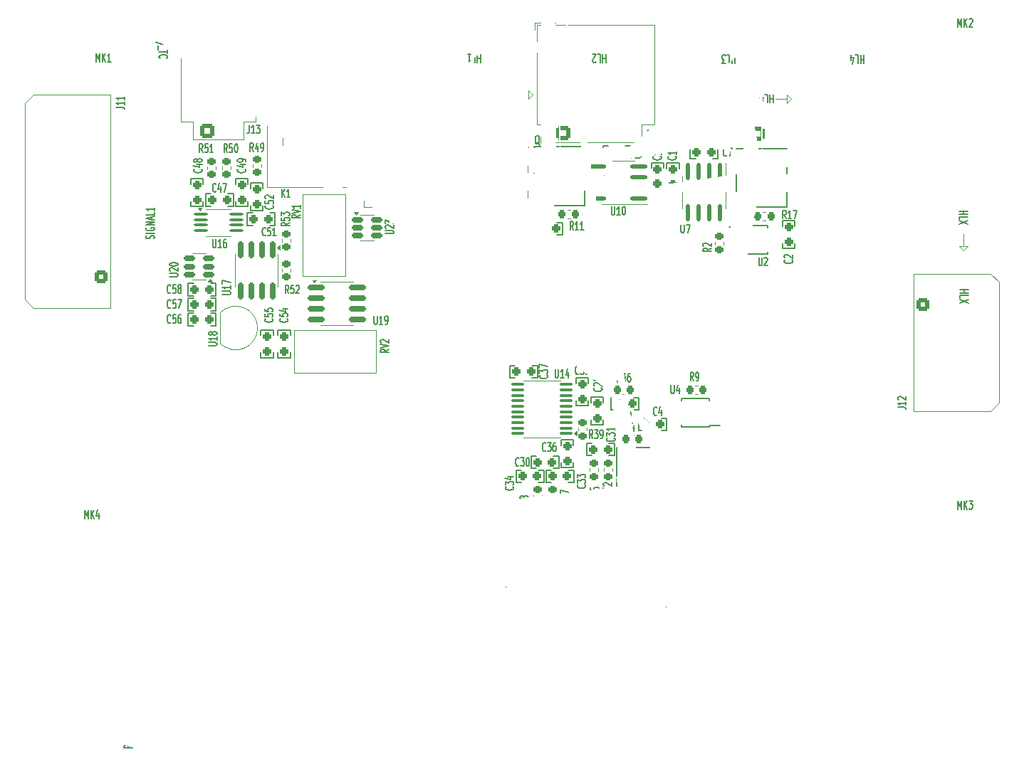
<source format=gto>
%TF.GenerationSoftware,KiCad,Pcbnew,9.0.1*%
%TF.CreationDate,2025-06-09T14:32:15-07:00*%
%TF.ProjectId,chop-controller-heat-v2,63686f70-2d63-46f6-9e74-726f6c6c6572,rev?*%
%TF.SameCoordinates,Original*%
%TF.FileFunction,Legend,Top*%
%TF.FilePolarity,Positive*%
%FSLAX46Y46*%
G04 Gerber Fmt 4.6, Leading zero omitted, Abs format (unit mm)*
G04 Created by KiCad (PCBNEW 9.0.1) date 2025-06-09 14:32:15*
%MOMM*%
%LPD*%
G01*
G04 APERTURE LIST*
G04 Aperture macros list*
%AMRoundRect*
0 Rectangle with rounded corners*
0 $1 Rounding radius*
0 $2 $3 $4 $5 $6 $7 $8 $9 X,Y pos of 4 corners*
0 Add a 4 corners polygon primitive as box body*
4,1,4,$2,$3,$4,$5,$6,$7,$8,$9,$2,$3,0*
0 Add four circle primitives for the rounded corners*
1,1,$1+$1,$2,$3*
1,1,$1+$1,$4,$5*
1,1,$1+$1,$6,$7*
1,1,$1+$1,$8,$9*
0 Add four rect primitives between the rounded corners*
20,1,$1+$1,$2,$3,$4,$5,0*
20,1,$1+$1,$4,$5,$6,$7,0*
20,1,$1+$1,$6,$7,$8,$9,0*
20,1,$1+$1,$8,$9,$2,$3,0*%
%AMFreePoly0*
4,1,77,2.123536,2.483536,2.125000,2.480000,2.125000,1.460000,2.123536,1.456464,2.120000,1.455000,1.965000,1.455000,1.965000,1.175000,2.710000,1.175000,2.713536,1.173536,2.715000,1.170000,2.715000,0.560000,2.713536,0.556464,2.710000,0.555000,1.965000,0.555000,1.965000,-1.245000,2.710000,-1.245000,2.713536,-1.246464,2.715000,-1.250000,2.715000,-1.860000,2.713536,-1.863536,
2.710000,-1.865000,1.965000,-1.865000,1.965000,-2.040000,1.963536,-2.043536,1.960000,-2.045000,-2.140000,-2.045000,-2.143536,-2.043536,-2.145000,-2.040000,-2.145000,-1.875000,-2.900000,-1.875000,-2.903536,-1.873536,-2.905000,-1.870000,-2.905000,-1.260000,-2.903536,-1.256464,-2.900000,-1.255000,-2.145000,-1.255000,-2.145000,0.545000,-2.900000,0.545000,-2.903536,0.546464,-2.905000,0.550000,
-2.905000,1.160000,-2.903536,1.163536,-2.900000,1.165000,-2.145000,1.165000,-2.145000,1.445000,-2.300000,1.445000,-2.303536,1.446464,-2.305000,1.450000,-2.305000,2.470000,-2.303536,2.473536,-2.300000,2.475000,-1.690000,2.475000,-1.686464,2.473536,-1.685000,2.470000,-1.685000,1.775000,-1.035000,1.775000,-1.035000,2.470000,-1.033536,2.473536,-1.030000,2.475000,-0.420000,2.475000,
-0.416464,2.473536,-0.415000,2.470000,-0.415000,1.775000,0.235000,1.775000,0.235000,2.470000,0.236464,2.473536,0.240000,2.475000,0.850000,2.475000,0.853536,2.473536,0.855000,2.470000,0.855000,1.775000,1.505000,1.775000,1.505000,2.480000,1.506464,2.483536,1.510000,2.485000,2.120000,2.485000,2.123536,2.483536,2.123536,2.483536,$1*%
G04 Aperture macros list end*
%ADD10C,0.120000*%
%ADD11C,0.153000*%
%ADD12C,0.150000*%
%ADD13R,1.680000X0.400000*%
%ADD14C,1.740000*%
%ADD15RoundRect,0.250560X0.619440X0.619440X-0.619440X0.619440X-0.619440X-0.619440X0.619440X-0.619440X0*%
%ADD16C,3.400000*%
%ADD17RoundRect,0.250560X-0.619440X-0.619440X0.619440X-0.619440X0.619440X0.619440X-0.619440X0.619440X0*%
%ADD18C,1.500000*%
%ADD19RoundRect,0.250001X0.499999X-0.499999X0.499999X0.499999X-0.499999X0.499999X-0.499999X-0.499999X0*%
%ADD20C,3.000000*%
%ADD21RoundRect,0.250001X-0.499999X0.499999X-0.499999X-0.499999X0.499999X-0.499999X0.499999X0.499999X0*%
%ADD22C,3.200000*%
%ADD23RoundRect,0.218750X-0.218750X-0.256250X0.218750X-0.256250X0.218750X0.256250X-0.218750X0.256250X0*%
%ADD24RoundRect,0.237500X-0.237500X0.287500X-0.237500X-0.287500X0.237500X-0.287500X0.237500X0.287500X0*%
%ADD25RoundRect,0.218750X0.218750X0.256250X-0.218750X0.256250X-0.218750X-0.256250X0.218750X-0.256250X0*%
%ADD26RoundRect,0.218750X0.256250X-0.218750X0.256250X0.218750X-0.256250X0.218750X-0.256250X-0.218750X0*%
%ADD27RoundRect,0.237500X-0.287500X-0.237500X0.287500X-0.237500X0.287500X0.237500X-0.287500X0.237500X0*%
%ADD28RoundRect,0.150000X-0.825000X-0.150000X0.825000X-0.150000X0.825000X0.150000X-0.825000X0.150000X0*%
%ADD29R,1.500000X1.050000*%
%ADD30O,1.500000X1.050000*%
%ADD31RoundRect,0.132500X-0.132500X0.857500X-0.132500X-0.857500X0.132500X-0.857500X0.132500X0.857500X0*%
%ADD32RoundRect,0.218750X-0.256250X0.218750X-0.256250X-0.218750X0.256250X-0.218750X0.256250X0.218750X0*%
%ADD33RoundRect,0.112500X-0.187500X-0.112500X0.187500X-0.112500X0.187500X0.112500X-0.187500X0.112500X0*%
%ADD34RoundRect,0.237500X0.287500X0.237500X-0.287500X0.237500X-0.287500X-0.237500X0.287500X-0.237500X0*%
%ADD35R,0.610000X1.270000*%
%ADD36FreePoly0,0.000000*%
%ADD37RoundRect,0.132500X0.857500X0.132500X-0.857500X0.132500X-0.857500X-0.132500X0.857500X-0.132500X0*%
%ADD38RoundRect,0.237500X0.237500X-0.287500X0.237500X0.287500X-0.237500X0.287500X-0.237500X-0.287500X0*%
%ADD39RoundRect,0.150000X-0.512500X-0.150000X0.512500X-0.150000X0.512500X0.150000X-0.512500X0.150000X0*%
%ADD40C,1.440000*%
%ADD41RoundRect,0.100000X0.637500X0.100000X-0.637500X0.100000X-0.637500X-0.100000X0.637500X-0.100000X0*%
%ADD42RoundRect,0.150000X-0.150000X0.825000X-0.150000X-0.825000X0.150000X-0.825000X0.150000X0.825000X0*%
%ADD43RoundRect,0.100000X-0.712500X-0.100000X0.712500X-0.100000X0.712500X0.100000X-0.712500X0.100000X0*%
%ADD44C,2.500000*%
%ADD45RoundRect,0.150000X0.512500X0.150000X-0.512500X0.150000X-0.512500X-0.150000X0.512500X-0.150000X0*%
%ADD46FreePoly0,180.000000*%
G04 APERTURE END LIST*
D10*
X146367638Y-58356523D02*
X145859638Y-58864523D01*
X145859638Y-58864523D02*
X145859638Y-57848523D01*
X121758600Y-113040800D02*
X121758600Y-114056800D01*
X197142238Y-76314323D02*
X198158238Y-76314323D01*
X197650238Y-76822323D02*
X197142238Y-76314323D01*
X163744800Y-112786800D02*
X165014800Y-112786800D01*
X197650238Y-76822323D02*
X198158238Y-76314323D01*
X146367638Y-58356523D02*
X145859638Y-57848523D01*
X121250600Y-113548800D02*
X121758600Y-113040800D01*
X163109800Y-112786800D02*
X163617800Y-113294800D01*
X145732638Y-58356523D02*
X144462638Y-58356523D01*
X163109800Y-112786800D02*
X163617800Y-112278800D01*
X163617800Y-112278800D02*
X163617800Y-113294800D01*
X177152438Y-58813723D02*
X176644438Y-58305723D01*
X176517438Y-58813723D02*
X175247438Y-58813723D01*
X121885600Y-113548800D02*
X123155600Y-113548800D01*
X176644438Y-59321723D02*
X176644438Y-58305723D01*
X177152438Y-58813723D02*
X176644438Y-59321723D01*
X197650238Y-76187323D02*
X197650238Y-74917323D01*
X121250600Y-113548800D02*
X121758600Y-114056800D01*
D11*
X154270009Y-117597003D02*
X154270009Y-116930336D01*
X154548581Y-117597003D02*
X154548581Y-117073194D01*
X154548581Y-117073194D02*
X154517628Y-116977956D01*
X154517628Y-116977956D02*
X154455723Y-116930336D01*
X154455723Y-116930336D02*
X154362866Y-116930336D01*
X154362866Y-116930336D02*
X154300962Y-116977956D01*
X154300962Y-116977956D02*
X154270009Y-117025575D01*
X153960486Y-116930336D02*
X153960486Y-117930336D01*
X153960486Y-117930336D02*
X153712867Y-117930336D01*
X153712867Y-117930336D02*
X153650962Y-117882717D01*
X153650962Y-117882717D02*
X153620009Y-117835098D01*
X153620009Y-117835098D02*
X153589057Y-117739860D01*
X153589057Y-117739860D02*
X153589057Y-117597003D01*
X153589057Y-117597003D02*
X153620009Y-117501765D01*
X153620009Y-117501765D02*
X153650962Y-117454146D01*
X153650962Y-117454146D02*
X153712867Y-117406527D01*
X153712867Y-117406527D02*
X153960486Y-117406527D01*
X152939057Y-117025575D02*
X152970009Y-116977956D01*
X152970009Y-116977956D02*
X153062867Y-116930336D01*
X153062867Y-116930336D02*
X153124771Y-116930336D01*
X153124771Y-116930336D02*
X153217628Y-116977956D01*
X153217628Y-116977956D02*
X153279533Y-117073194D01*
X153279533Y-117073194D02*
X153310486Y-117168432D01*
X153310486Y-117168432D02*
X153341438Y-117358908D01*
X153341438Y-117358908D02*
X153341438Y-117501765D01*
X153341438Y-117501765D02*
X153310486Y-117692241D01*
X153310486Y-117692241D02*
X153279533Y-117787479D01*
X153279533Y-117787479D02*
X153217628Y-117882717D01*
X153217628Y-117882717D02*
X153124771Y-117930336D01*
X153124771Y-117930336D02*
X153062867Y-117930336D01*
X153062867Y-117930336D02*
X152970009Y-117882717D01*
X152970009Y-117882717D02*
X152939057Y-117835098D01*
X174992019Y-58283659D02*
X174992019Y-59283659D01*
X174992019Y-58807469D02*
X174620590Y-58807469D01*
X174620590Y-58283659D02*
X174620590Y-59283659D01*
X174001543Y-58283659D02*
X174311067Y-58283659D01*
X174311067Y-58283659D02*
X174311067Y-59283659D01*
X173506305Y-58950326D02*
X173506305Y-58283659D01*
X173661067Y-59331279D02*
X173815829Y-58616993D01*
X173815829Y-58616993D02*
X173413448Y-58616993D01*
X197120174Y-72175541D02*
X198120174Y-72175541D01*
X197643984Y-72175541D02*
X197643984Y-72546970D01*
X197120174Y-72546970D02*
X198120174Y-72546970D01*
X197120174Y-73166017D02*
X197120174Y-72856493D01*
X197120174Y-72856493D02*
X198120174Y-72856493D01*
X198120174Y-73320779D02*
X197120174Y-73754112D01*
X198120174Y-73754112D02*
X197120174Y-73320779D01*
X167528809Y-112923403D02*
X167528809Y-112256736D01*
X167807381Y-112923403D02*
X167807381Y-112399594D01*
X167807381Y-112399594D02*
X167776428Y-112304356D01*
X167776428Y-112304356D02*
X167714523Y-112256736D01*
X167714523Y-112256736D02*
X167621666Y-112256736D01*
X167621666Y-112256736D02*
X167559762Y-112304356D01*
X167559762Y-112304356D02*
X167528809Y-112351975D01*
X167219286Y-112256736D02*
X167219286Y-113256736D01*
X167219286Y-113256736D02*
X166971667Y-113256736D01*
X166971667Y-113256736D02*
X166909762Y-113209117D01*
X166909762Y-113209117D02*
X166878809Y-113161498D01*
X166878809Y-113161498D02*
X166847857Y-113066260D01*
X166847857Y-113066260D02*
X166847857Y-112923403D01*
X166847857Y-112923403D02*
X166878809Y-112828165D01*
X166878809Y-112828165D02*
X166909762Y-112780546D01*
X166909762Y-112780546D02*
X166971667Y-112732927D01*
X166971667Y-112732927D02*
X167219286Y-112732927D01*
X166197857Y-112351975D02*
X166228809Y-112304356D01*
X166228809Y-112304356D02*
X166321667Y-112256736D01*
X166321667Y-112256736D02*
X166383571Y-112256736D01*
X166383571Y-112256736D02*
X166476428Y-112304356D01*
X166476428Y-112304356D02*
X166538333Y-112399594D01*
X166538333Y-112399594D02*
X166569286Y-112494832D01*
X166569286Y-112494832D02*
X166600238Y-112685308D01*
X166600238Y-112685308D02*
X166600238Y-112828165D01*
X166600238Y-112828165D02*
X166569286Y-113018641D01*
X166569286Y-113018641D02*
X166538333Y-113113879D01*
X166538333Y-113113879D02*
X166476428Y-113209117D01*
X166476428Y-113209117D02*
X166383571Y-113256736D01*
X166383571Y-113256736D02*
X166321667Y-113256736D01*
X166321667Y-113256736D02*
X166228809Y-113209117D01*
X166228809Y-113209117D02*
X166197857Y-113161498D01*
X98815501Y-136079104D02*
X97815501Y-136079104D01*
X97815501Y-136079104D02*
X97815501Y-135831485D01*
X97815501Y-135831485D02*
X97863120Y-135769580D01*
X97863120Y-135769580D02*
X97910739Y-135738627D01*
X97910739Y-135738627D02*
X98005977Y-135707675D01*
X98005977Y-135707675D02*
X98148834Y-135707675D01*
X98148834Y-135707675D02*
X98244072Y-135738627D01*
X98244072Y-135738627D02*
X98291691Y-135769580D01*
X98291691Y-135769580D02*
X98339310Y-135831485D01*
X98339310Y-135831485D02*
X98339310Y-136079104D01*
X97815501Y-135305294D02*
X97815501Y-135181485D01*
X97815501Y-135181485D02*
X97863120Y-135119580D01*
X97863120Y-135119580D02*
X97958358Y-135057675D01*
X97958358Y-135057675D02*
X98148834Y-135026723D01*
X98148834Y-135026723D02*
X98482167Y-135026723D01*
X98482167Y-135026723D02*
X98672643Y-135057675D01*
X98672643Y-135057675D02*
X98767882Y-135119580D01*
X98767882Y-135119580D02*
X98815501Y-135181485D01*
X98815501Y-135181485D02*
X98815501Y-135305294D01*
X98815501Y-135305294D02*
X98767882Y-135367199D01*
X98767882Y-135367199D02*
X98672643Y-135429104D01*
X98672643Y-135429104D02*
X98482167Y-135460056D01*
X98482167Y-135460056D02*
X98148834Y-135460056D01*
X98148834Y-135460056D02*
X97958358Y-135429104D01*
X97958358Y-135429104D02*
X97863120Y-135367199D01*
X97863120Y-135367199D02*
X97815501Y-135305294D01*
X97815501Y-134810056D02*
X98815501Y-134655294D01*
X98815501Y-134655294D02*
X98101215Y-134531485D01*
X98101215Y-134531485D02*
X98815501Y-134407675D01*
X98815501Y-134407675D02*
X97815501Y-134252914D01*
X98291691Y-134005295D02*
X98291691Y-133788628D01*
X98815501Y-133695771D02*
X98815501Y-134005295D01*
X98815501Y-134005295D02*
X97815501Y-134005295D01*
X97815501Y-134005295D02*
X97815501Y-133695771D01*
X98815501Y-133045771D02*
X98339310Y-133262438D01*
X98815501Y-133417200D02*
X97815501Y-133417200D01*
X97815501Y-133417200D02*
X97815501Y-133169581D01*
X97815501Y-133169581D02*
X97863120Y-133107676D01*
X97863120Y-133107676D02*
X97910739Y-133076723D01*
X97910739Y-133076723D02*
X98005977Y-133045771D01*
X98005977Y-133045771D02*
X98148834Y-133045771D01*
X98148834Y-133045771D02*
X98244072Y-133076723D01*
X98244072Y-133076723D02*
X98291691Y-133107676D01*
X98291691Y-133107676D02*
X98339310Y-133169581D01*
X98339310Y-133169581D02*
X98339310Y-133417200D01*
X140194019Y-53508459D02*
X140194019Y-54508459D01*
X140194019Y-54032269D02*
X139822590Y-54032269D01*
X139822590Y-53508459D02*
X139822590Y-54508459D01*
X139203543Y-53508459D02*
X139513067Y-53508459D01*
X139513067Y-53508459D02*
X139513067Y-54508459D01*
X138646400Y-53508459D02*
X139017829Y-53508459D01*
X138832115Y-53508459D02*
X138832115Y-54508459D01*
X138832115Y-54508459D02*
X138894019Y-54365602D01*
X138894019Y-54365602D02*
X138955924Y-54270364D01*
X138955924Y-54270364D02*
X139017829Y-54222745D01*
X144207219Y-57877259D02*
X144207219Y-58877259D01*
X144207219Y-58401069D02*
X143835790Y-58401069D01*
X143835790Y-57877259D02*
X143835790Y-58877259D01*
X143216743Y-57877259D02*
X143526267Y-57877259D01*
X143526267Y-57877259D02*
X143526267Y-58877259D01*
X143031029Y-58782021D02*
X143000077Y-58829640D01*
X143000077Y-58829640D02*
X142938172Y-58877259D01*
X142938172Y-58877259D02*
X142783410Y-58877259D01*
X142783410Y-58877259D02*
X142721505Y-58829640D01*
X142721505Y-58829640D02*
X142690553Y-58782021D01*
X142690553Y-58782021D02*
X142659600Y-58686783D01*
X142659600Y-58686783D02*
X142659600Y-58591545D01*
X142659600Y-58591545D02*
X142690553Y-58448688D01*
X142690553Y-58448688D02*
X143061981Y-57877259D01*
X143061981Y-57877259D02*
X142659600Y-57877259D01*
X170470819Y-53559259D02*
X170470819Y-54559259D01*
X170470819Y-54083069D02*
X170099390Y-54083069D01*
X170099390Y-53559259D02*
X170099390Y-54559259D01*
X169480343Y-53559259D02*
X169789867Y-53559259D01*
X169789867Y-53559259D02*
X169789867Y-54559259D01*
X169325581Y-54559259D02*
X168923200Y-54559259D01*
X168923200Y-54559259D02*
X169139867Y-54178307D01*
X169139867Y-54178307D02*
X169047010Y-54178307D01*
X169047010Y-54178307D02*
X168985105Y-54130688D01*
X168985105Y-54130688D02*
X168954153Y-54083069D01*
X168954153Y-54083069D02*
X168923200Y-53987831D01*
X168923200Y-53987831D02*
X168923200Y-53749736D01*
X168923200Y-53749736D02*
X168954153Y-53654498D01*
X168954153Y-53654498D02*
X168985105Y-53606879D01*
X168985105Y-53606879D02*
X169047010Y-53559259D01*
X169047010Y-53559259D02*
X169232724Y-53559259D01*
X169232724Y-53559259D02*
X169294629Y-53606879D01*
X169294629Y-53606879D02*
X169325581Y-53654498D01*
X185761619Y-53610059D02*
X185761619Y-54610059D01*
X185761619Y-54133869D02*
X185390190Y-54133869D01*
X185390190Y-53610059D02*
X185390190Y-54610059D01*
X184771143Y-53610059D02*
X185080667Y-53610059D01*
X185080667Y-53610059D02*
X185080667Y-54610059D01*
X184275905Y-54276726D02*
X184275905Y-53610059D01*
X184430667Y-54657679D02*
X184585429Y-53943393D01*
X184585429Y-53943393D02*
X184183048Y-53943393D01*
X132364104Y-118289117D02*
X132426009Y-118336736D01*
X132426009Y-118336736D02*
X132518866Y-118336736D01*
X132518866Y-118336736D02*
X132611723Y-118289117D01*
X132611723Y-118289117D02*
X132673628Y-118193879D01*
X132673628Y-118193879D02*
X132704581Y-118098641D01*
X132704581Y-118098641D02*
X132735533Y-117908165D01*
X132735533Y-117908165D02*
X132735533Y-117765308D01*
X132735533Y-117765308D02*
X132704581Y-117574832D01*
X132704581Y-117574832D02*
X132673628Y-117479594D01*
X132673628Y-117479594D02*
X132611723Y-117384356D01*
X132611723Y-117384356D02*
X132518866Y-117336736D01*
X132518866Y-117336736D02*
X132456962Y-117336736D01*
X132456962Y-117336736D02*
X132364104Y-117384356D01*
X132364104Y-117384356D02*
X132333152Y-117431975D01*
X132333152Y-117431975D02*
X132333152Y-117765308D01*
X132333152Y-117765308D02*
X132456962Y-117765308D01*
X131683152Y-117431975D02*
X131714104Y-117384356D01*
X131714104Y-117384356D02*
X131806962Y-117336736D01*
X131806962Y-117336736D02*
X131868866Y-117336736D01*
X131868866Y-117336736D02*
X131961723Y-117384356D01*
X131961723Y-117384356D02*
X132023628Y-117479594D01*
X132023628Y-117479594D02*
X132054581Y-117574832D01*
X132054581Y-117574832D02*
X132085533Y-117765308D01*
X132085533Y-117765308D02*
X132085533Y-117908165D01*
X132085533Y-117908165D02*
X132054581Y-118098641D01*
X132054581Y-118098641D02*
X132023628Y-118193879D01*
X132023628Y-118193879D02*
X131961723Y-118289117D01*
X131961723Y-118289117D02*
X131868866Y-118336736D01*
X131868866Y-118336736D02*
X131806962Y-118336736D01*
X131806962Y-118336736D02*
X131714104Y-118289117D01*
X131714104Y-118289117D02*
X131683152Y-118241498D01*
X101358682Y-75454856D02*
X101406301Y-75361999D01*
X101406301Y-75361999D02*
X101406301Y-75207237D01*
X101406301Y-75207237D02*
X101358682Y-75145332D01*
X101358682Y-75145332D02*
X101311062Y-75114380D01*
X101311062Y-75114380D02*
X101215824Y-75083427D01*
X101215824Y-75083427D02*
X101120586Y-75083427D01*
X101120586Y-75083427D02*
X101025348Y-75114380D01*
X101025348Y-75114380D02*
X100977729Y-75145332D01*
X100977729Y-75145332D02*
X100930110Y-75207237D01*
X100930110Y-75207237D02*
X100882491Y-75331046D01*
X100882491Y-75331046D02*
X100834872Y-75392951D01*
X100834872Y-75392951D02*
X100787253Y-75423904D01*
X100787253Y-75423904D02*
X100692015Y-75454856D01*
X100692015Y-75454856D02*
X100596777Y-75454856D01*
X100596777Y-75454856D02*
X100501539Y-75423904D01*
X100501539Y-75423904D02*
X100453920Y-75392951D01*
X100453920Y-75392951D02*
X100406301Y-75331046D01*
X100406301Y-75331046D02*
X100406301Y-75176285D01*
X100406301Y-75176285D02*
X100453920Y-75083427D01*
X101406301Y-74804856D02*
X100406301Y-74804856D01*
X100453920Y-74154855D02*
X100406301Y-74216760D01*
X100406301Y-74216760D02*
X100406301Y-74309617D01*
X100406301Y-74309617D02*
X100453920Y-74402474D01*
X100453920Y-74402474D02*
X100549158Y-74464379D01*
X100549158Y-74464379D02*
X100644396Y-74495332D01*
X100644396Y-74495332D02*
X100834872Y-74526284D01*
X100834872Y-74526284D02*
X100977729Y-74526284D01*
X100977729Y-74526284D02*
X101168205Y-74495332D01*
X101168205Y-74495332D02*
X101263443Y-74464379D01*
X101263443Y-74464379D02*
X101358682Y-74402474D01*
X101358682Y-74402474D02*
X101406301Y-74309617D01*
X101406301Y-74309617D02*
X101406301Y-74247713D01*
X101406301Y-74247713D02*
X101358682Y-74154855D01*
X101358682Y-74154855D02*
X101311062Y-74123903D01*
X101311062Y-74123903D02*
X100977729Y-74123903D01*
X100977729Y-74123903D02*
X100977729Y-74247713D01*
X101406301Y-73845332D02*
X100406301Y-73845332D01*
X100406301Y-73845332D02*
X101406301Y-73473903D01*
X101406301Y-73473903D02*
X100406301Y-73473903D01*
X101120586Y-73195332D02*
X101120586Y-72885808D01*
X101406301Y-73257237D02*
X100406301Y-73040570D01*
X100406301Y-73040570D02*
X101406301Y-72823903D01*
X101406301Y-72297713D02*
X101406301Y-72607237D01*
X101406301Y-72607237D02*
X100406301Y-72607237D01*
X101406301Y-71740570D02*
X101406301Y-72111999D01*
X101406301Y-71926285D02*
X100406301Y-71926285D01*
X100406301Y-71926285D02*
X100549158Y-71988189D01*
X100549158Y-71988189D02*
X100644396Y-72050094D01*
X100644396Y-72050094D02*
X100692015Y-72111999D01*
X102019394Y-49589389D02*
X101971774Y-49682246D01*
X101971774Y-49682246D02*
X101971774Y-49837008D01*
X101971774Y-49837008D02*
X102019394Y-49898913D01*
X102019394Y-49898913D02*
X102067013Y-49929865D01*
X102067013Y-49929865D02*
X102162251Y-49960818D01*
X102162251Y-49960818D02*
X102257489Y-49960818D01*
X102257489Y-49960818D02*
X102352727Y-49929865D01*
X102352727Y-49929865D02*
X102400346Y-49898913D01*
X102400346Y-49898913D02*
X102447965Y-49837008D01*
X102447965Y-49837008D02*
X102495584Y-49713199D01*
X102495584Y-49713199D02*
X102543203Y-49651294D01*
X102543203Y-49651294D02*
X102590822Y-49620341D01*
X102590822Y-49620341D02*
X102686060Y-49589389D01*
X102686060Y-49589389D02*
X102781298Y-49589389D01*
X102781298Y-49589389D02*
X102876536Y-49620341D01*
X102876536Y-49620341D02*
X102924155Y-49651294D01*
X102924155Y-49651294D02*
X102971774Y-49713199D01*
X102971774Y-49713199D02*
X102971774Y-49867960D01*
X102971774Y-49867960D02*
X102924155Y-49960818D01*
X101971774Y-50517961D02*
X102495584Y-50517961D01*
X102495584Y-50517961D02*
X102590822Y-50487008D01*
X102590822Y-50487008D02*
X102638441Y-50425104D01*
X102638441Y-50425104D02*
X102638441Y-50301294D01*
X102638441Y-50301294D02*
X102590822Y-50239389D01*
X102019394Y-50517961D02*
X101971774Y-50456056D01*
X101971774Y-50456056D02*
X101971774Y-50301294D01*
X101971774Y-50301294D02*
X102019394Y-50239389D01*
X102019394Y-50239389D02*
X102114632Y-50208437D01*
X102114632Y-50208437D02*
X102209870Y-50208437D01*
X102209870Y-50208437D02*
X102305108Y-50239389D01*
X102305108Y-50239389D02*
X102352727Y-50301294D01*
X102352727Y-50301294D02*
X102352727Y-50456056D01*
X102352727Y-50456056D02*
X102400346Y-50517961D01*
X102638441Y-50734627D02*
X102638441Y-50982246D01*
X101971774Y-50827484D02*
X102828917Y-50827484D01*
X102828917Y-50827484D02*
X102924155Y-50858437D01*
X102924155Y-50858437D02*
X102971774Y-50920342D01*
X102971774Y-50920342D02*
X102971774Y-50982246D01*
X102019394Y-51446532D02*
X101971774Y-51384628D01*
X101971774Y-51384628D02*
X101971774Y-51260818D01*
X101971774Y-51260818D02*
X102019394Y-51198913D01*
X102019394Y-51198913D02*
X102114632Y-51167961D01*
X102114632Y-51167961D02*
X102495584Y-51167961D01*
X102495584Y-51167961D02*
X102590822Y-51198913D01*
X102590822Y-51198913D02*
X102638441Y-51260818D01*
X102638441Y-51260818D02*
X102638441Y-51384628D01*
X102638441Y-51384628D02*
X102590822Y-51446532D01*
X102590822Y-51446532D02*
X102495584Y-51477485D01*
X102495584Y-51477485D02*
X102400346Y-51477485D01*
X102400346Y-51477485D02*
X102305108Y-51167961D01*
X102638441Y-51663199D02*
X102638441Y-51910818D01*
X102971774Y-51756056D02*
X102114632Y-51756056D01*
X102114632Y-51756056D02*
X102019394Y-51787009D01*
X102019394Y-51787009D02*
X101971774Y-51848914D01*
X101971774Y-51848914D02*
X101971774Y-51910818D01*
X102638441Y-52065581D02*
X101971774Y-52220343D01*
X102638441Y-52375104D02*
X101971774Y-52220343D01*
X101971774Y-52220343D02*
X101733679Y-52158438D01*
X101733679Y-52158438D02*
X101686060Y-52127485D01*
X101686060Y-52127485D02*
X101638441Y-52065581D01*
X101876536Y-52467962D02*
X101876536Y-52963200D01*
X102971774Y-53025104D02*
X102971774Y-53396533D01*
X101971774Y-53210819D02*
X102971774Y-53210819D01*
X102067013Y-53984628D02*
X102019394Y-53953676D01*
X102019394Y-53953676D02*
X101971774Y-53860818D01*
X101971774Y-53860818D02*
X101971774Y-53798914D01*
X101971774Y-53798914D02*
X102019394Y-53706057D01*
X102019394Y-53706057D02*
X102114632Y-53644152D01*
X102114632Y-53644152D02*
X102209870Y-53613199D01*
X102209870Y-53613199D02*
X102400346Y-53582247D01*
X102400346Y-53582247D02*
X102543203Y-53582247D01*
X102543203Y-53582247D02*
X102733679Y-53613199D01*
X102733679Y-53613199D02*
X102828917Y-53644152D01*
X102828917Y-53644152D02*
X102924155Y-53706057D01*
X102924155Y-53706057D02*
X102971774Y-53798914D01*
X102971774Y-53798914D02*
X102971774Y-53860818D01*
X102971774Y-53860818D02*
X102924155Y-53953676D01*
X102924155Y-53953676D02*
X102876536Y-53984628D01*
X126202181Y-113069536D02*
X126202181Y-114069536D01*
X126202181Y-114069536D02*
X126047419Y-114069536D01*
X126047419Y-114069536D02*
X125954562Y-114021917D01*
X125954562Y-114021917D02*
X125892657Y-113926679D01*
X125892657Y-113926679D02*
X125861704Y-113831441D01*
X125861704Y-113831441D02*
X125830752Y-113640965D01*
X125830752Y-113640965D02*
X125830752Y-113498108D01*
X125830752Y-113498108D02*
X125861704Y-113307632D01*
X125861704Y-113307632D02*
X125892657Y-113212394D01*
X125892657Y-113212394D02*
X125954562Y-113117156D01*
X125954562Y-113117156D02*
X126047419Y-113069536D01*
X126047419Y-113069536D02*
X126202181Y-113069536D01*
X125552181Y-113069536D02*
X125552181Y-114069536D01*
X125552181Y-114069536D02*
X125335514Y-113355251D01*
X125335514Y-113355251D02*
X125118847Y-114069536D01*
X125118847Y-114069536D02*
X125118847Y-113069536D01*
X124840276Y-113117156D02*
X124747419Y-113069536D01*
X124747419Y-113069536D02*
X124592657Y-113069536D01*
X124592657Y-113069536D02*
X124530752Y-113117156D01*
X124530752Y-113117156D02*
X124499800Y-113164775D01*
X124499800Y-113164775D02*
X124468847Y-113260013D01*
X124468847Y-113260013D02*
X124468847Y-113355251D01*
X124468847Y-113355251D02*
X124499800Y-113450489D01*
X124499800Y-113450489D02*
X124530752Y-113498108D01*
X124530752Y-113498108D02*
X124592657Y-113545727D01*
X124592657Y-113545727D02*
X124716466Y-113593346D01*
X124716466Y-113593346D02*
X124778371Y-113640965D01*
X124778371Y-113640965D02*
X124809324Y-113688584D01*
X124809324Y-113688584D02*
X124840276Y-113783822D01*
X124840276Y-113783822D02*
X124840276Y-113879060D01*
X124840276Y-113879060D02*
X124809324Y-113974298D01*
X124809324Y-113974298D02*
X124778371Y-114021917D01*
X124778371Y-114021917D02*
X124716466Y-114069536D01*
X124716466Y-114069536D02*
X124561705Y-114069536D01*
X124561705Y-114069536D02*
X124468847Y-114021917D01*
X197170974Y-81555418D02*
X198170974Y-81555418D01*
X197694784Y-81555418D02*
X197694784Y-81926847D01*
X197170974Y-81926847D02*
X198170974Y-81926847D01*
X197170974Y-82545894D02*
X197170974Y-82236370D01*
X197170974Y-82236370D02*
X198170974Y-82236370D01*
X198170974Y-82700656D02*
X197170974Y-83133989D01*
X198170974Y-83133989D02*
X197170974Y-82700656D01*
X171820581Y-117082736D02*
X171820581Y-118082736D01*
X171820581Y-117606546D02*
X171449152Y-117606546D01*
X171449152Y-117082736D02*
X171449152Y-118082736D01*
X170830105Y-117082736D02*
X171139629Y-117082736D01*
X171139629Y-117082736D02*
X171139629Y-118082736D01*
X170675343Y-118082736D02*
X170242010Y-118082736D01*
X170242010Y-118082736D02*
X170520581Y-117082736D01*
X155078419Y-53508459D02*
X155078419Y-54508459D01*
X155078419Y-54032269D02*
X154706990Y-54032269D01*
X154706990Y-53508459D02*
X154706990Y-54508459D01*
X154087943Y-53508459D02*
X154397467Y-53508459D01*
X154397467Y-53508459D02*
X154397467Y-54508459D01*
X153902229Y-54413221D02*
X153871277Y-54460840D01*
X153871277Y-54460840D02*
X153809372Y-54508459D01*
X153809372Y-54508459D02*
X153654610Y-54508459D01*
X153654610Y-54508459D02*
X153592705Y-54460840D01*
X153592705Y-54460840D02*
X153561753Y-54413221D01*
X153561753Y-54413221D02*
X153530800Y-54317983D01*
X153530800Y-54317983D02*
X153530800Y-54222745D01*
X153530800Y-54222745D02*
X153561753Y-54079888D01*
X153561753Y-54079888D02*
X153933181Y-53508459D01*
X153933181Y-53508459D02*
X153530800Y-53508459D01*
X112638581Y-116981136D02*
X112638581Y-117981136D01*
X112638581Y-117981136D02*
X112483819Y-117981136D01*
X112483819Y-117981136D02*
X112390962Y-117933517D01*
X112390962Y-117933517D02*
X112329057Y-117838279D01*
X112329057Y-117838279D02*
X112298104Y-117743041D01*
X112298104Y-117743041D02*
X112267152Y-117552565D01*
X112267152Y-117552565D02*
X112267152Y-117409708D01*
X112267152Y-117409708D02*
X112298104Y-117219232D01*
X112298104Y-117219232D02*
X112329057Y-117123994D01*
X112329057Y-117123994D02*
X112390962Y-117028756D01*
X112390962Y-117028756D02*
X112483819Y-116981136D01*
X112483819Y-116981136D02*
X112638581Y-116981136D01*
X111988581Y-116981136D02*
X111988581Y-117981136D01*
X111988581Y-117981136D02*
X111771914Y-117266851D01*
X111771914Y-117266851D02*
X111555247Y-117981136D01*
X111555247Y-117981136D02*
X111555247Y-116981136D01*
X111276676Y-117028756D02*
X111183819Y-116981136D01*
X111183819Y-116981136D02*
X111029057Y-116981136D01*
X111029057Y-116981136D02*
X110967152Y-117028756D01*
X110967152Y-117028756D02*
X110936200Y-117076375D01*
X110936200Y-117076375D02*
X110905247Y-117171613D01*
X110905247Y-117171613D02*
X110905247Y-117266851D01*
X110905247Y-117266851D02*
X110936200Y-117362089D01*
X110936200Y-117362089D02*
X110967152Y-117409708D01*
X110967152Y-117409708D02*
X111029057Y-117457327D01*
X111029057Y-117457327D02*
X111152866Y-117504946D01*
X111152866Y-117504946D02*
X111214771Y-117552565D01*
X111214771Y-117552565D02*
X111245724Y-117600184D01*
X111245724Y-117600184D02*
X111276676Y-117695422D01*
X111276676Y-117695422D02*
X111276676Y-117790660D01*
X111276676Y-117790660D02*
X111245724Y-117885898D01*
X111245724Y-117885898D02*
X111214771Y-117933517D01*
X111214771Y-117933517D02*
X111152866Y-117981136D01*
X111152866Y-117981136D02*
X110998105Y-117981136D01*
X110998105Y-117981136D02*
X110905247Y-117933517D01*
X162843161Y-92886663D02*
X162843161Y-93696186D01*
X162843161Y-93696186D02*
X162874114Y-93791424D01*
X162874114Y-93791424D02*
X162905066Y-93839044D01*
X162905066Y-93839044D02*
X162966971Y-93886663D01*
X162966971Y-93886663D02*
X163090780Y-93886663D01*
X163090780Y-93886663D02*
X163152685Y-93839044D01*
X163152685Y-93839044D02*
X163183638Y-93791424D01*
X163183638Y-93791424D02*
X163214590Y-93696186D01*
X163214590Y-93696186D02*
X163214590Y-92886663D01*
X163802685Y-93219996D02*
X163802685Y-93886663D01*
X163647923Y-92839044D02*
X163493161Y-93553329D01*
X163493161Y-93553329D02*
X163895542Y-93553329D01*
X160108133Y-62446663D02*
X160108133Y-63160948D01*
X160108133Y-63160948D02*
X160077180Y-63303805D01*
X160077180Y-63303805D02*
X160015276Y-63399044D01*
X160015276Y-63399044D02*
X159922418Y-63446663D01*
X159922418Y-63446663D02*
X159860514Y-63446663D01*
X160386704Y-62541901D02*
X160417656Y-62494282D01*
X160417656Y-62494282D02*
X160479561Y-62446663D01*
X160479561Y-62446663D02*
X160634323Y-62446663D01*
X160634323Y-62446663D02*
X160696228Y-62494282D01*
X160696228Y-62494282D02*
X160727180Y-62541901D01*
X160727180Y-62541901D02*
X160758133Y-62637139D01*
X160758133Y-62637139D02*
X160758133Y-62732377D01*
X160758133Y-62732377D02*
X160727180Y-62875234D01*
X160727180Y-62875234D02*
X160355752Y-63446663D01*
X160355752Y-63446663D02*
X160758133Y-63446663D01*
X143309733Y-108380663D02*
X143309733Y-109094948D01*
X143309733Y-109094948D02*
X143278780Y-109237805D01*
X143278780Y-109237805D02*
X143216876Y-109333044D01*
X143216876Y-109333044D02*
X143124018Y-109380663D01*
X143124018Y-109380663D02*
X143062114Y-109380663D01*
X143650209Y-109380663D02*
X143774018Y-109380663D01*
X143774018Y-109380663D02*
X143835923Y-109333044D01*
X143835923Y-109333044D02*
X143866875Y-109285424D01*
X143866875Y-109285424D02*
X143928780Y-109142567D01*
X143928780Y-109142567D02*
X143959733Y-108952091D01*
X143959733Y-108952091D02*
X143959733Y-108571139D01*
X143959733Y-108571139D02*
X143928780Y-108475901D01*
X143928780Y-108475901D02*
X143897828Y-108428282D01*
X143897828Y-108428282D02*
X143835923Y-108380663D01*
X143835923Y-108380663D02*
X143712114Y-108380663D01*
X143712114Y-108380663D02*
X143650209Y-108428282D01*
X143650209Y-108428282D02*
X143619256Y-108475901D01*
X143619256Y-108475901D02*
X143588304Y-108571139D01*
X143588304Y-108571139D02*
X143588304Y-108809234D01*
X143588304Y-108809234D02*
X143619256Y-108904472D01*
X143619256Y-108904472D02*
X143650209Y-108952091D01*
X143650209Y-108952091D02*
X143712114Y-108999710D01*
X143712114Y-108999710D02*
X143835923Y-108999710D01*
X143835923Y-108999710D02*
X143897828Y-108952091D01*
X143897828Y-108952091D02*
X143928780Y-108904472D01*
X143928780Y-108904472D02*
X143959733Y-108809234D01*
X96844063Y-59804190D02*
X97558348Y-59804190D01*
X97558348Y-59804190D02*
X97701205Y-59835143D01*
X97701205Y-59835143D02*
X97796444Y-59897047D01*
X97796444Y-59897047D02*
X97844063Y-59989905D01*
X97844063Y-59989905D02*
X97844063Y-60051809D01*
X97844063Y-59154190D02*
X97844063Y-59525619D01*
X97844063Y-59339905D02*
X96844063Y-59339905D01*
X96844063Y-59339905D02*
X96986920Y-59401809D01*
X96986920Y-59401809D02*
X97082158Y-59463714D01*
X97082158Y-59463714D02*
X97129777Y-59525619D01*
X97844063Y-58535142D02*
X97844063Y-58906571D01*
X97844063Y-58720857D02*
X96844063Y-58720857D01*
X96844063Y-58720857D02*
X96986920Y-58782761D01*
X96986920Y-58782761D02*
X97082158Y-58844666D01*
X97082158Y-58844666D02*
X97129777Y-58906571D01*
X189789063Y-95514390D02*
X190503348Y-95514390D01*
X190503348Y-95514390D02*
X190646205Y-95545343D01*
X190646205Y-95545343D02*
X190741444Y-95607247D01*
X190741444Y-95607247D02*
X190789063Y-95700105D01*
X190789063Y-95700105D02*
X190789063Y-95762009D01*
X190789063Y-94864390D02*
X190789063Y-95235819D01*
X190789063Y-95050105D02*
X189789063Y-95050105D01*
X189789063Y-95050105D02*
X189931920Y-95112009D01*
X189931920Y-95112009D02*
X190027158Y-95173914D01*
X190027158Y-95173914D02*
X190074777Y-95235819D01*
X189884301Y-94616771D02*
X189836682Y-94585819D01*
X189836682Y-94585819D02*
X189789063Y-94523914D01*
X189789063Y-94523914D02*
X189789063Y-94369152D01*
X189789063Y-94369152D02*
X189836682Y-94307247D01*
X189836682Y-94307247D02*
X189884301Y-94276295D01*
X189884301Y-94276295D02*
X189979539Y-94245342D01*
X189979539Y-94245342D02*
X190074777Y-94245342D01*
X190074777Y-94245342D02*
X190217634Y-94276295D01*
X190217634Y-94276295D02*
X190789063Y-94647723D01*
X190789063Y-94647723D02*
X190789063Y-94245342D01*
X112694447Y-61925986D02*
X112694447Y-62640271D01*
X112694447Y-62640271D02*
X112663494Y-62783128D01*
X112663494Y-62783128D02*
X112601590Y-62878367D01*
X112601590Y-62878367D02*
X112508732Y-62925986D01*
X112508732Y-62925986D02*
X112446828Y-62925986D01*
X113344447Y-62925986D02*
X112973018Y-62925986D01*
X113158732Y-62925986D02*
X113158732Y-61925986D01*
X113158732Y-61925986D02*
X113096828Y-62068843D01*
X113096828Y-62068843D02*
X113034923Y-62164081D01*
X113034923Y-62164081D02*
X112973018Y-62211700D01*
X113561114Y-61925986D02*
X113963495Y-61925986D01*
X113963495Y-61925986D02*
X113746828Y-62306938D01*
X113746828Y-62306938D02*
X113839685Y-62306938D01*
X113839685Y-62306938D02*
X113901590Y-62354557D01*
X113901590Y-62354557D02*
X113932542Y-62402176D01*
X113932542Y-62402176D02*
X113963495Y-62497414D01*
X113963495Y-62497414D02*
X113963495Y-62735509D01*
X113963495Y-62735509D02*
X113932542Y-62830747D01*
X113932542Y-62830747D02*
X113901590Y-62878367D01*
X113901590Y-62878367D02*
X113839685Y-62925986D01*
X113839685Y-62925986D02*
X113653971Y-62925986D01*
X113653971Y-62925986D02*
X113592066Y-62878367D01*
X113592066Y-62878367D02*
X113561114Y-62830747D01*
X94500409Y-54404263D02*
X94500409Y-53404263D01*
X94500409Y-53404263D02*
X94717076Y-54118548D01*
X94717076Y-54118548D02*
X94933743Y-53404263D01*
X94933743Y-53404263D02*
X94933743Y-54404263D01*
X95243266Y-54404263D02*
X95243266Y-53404263D01*
X95614695Y-54404263D02*
X95336124Y-53832834D01*
X95614695Y-53404263D02*
X95243266Y-53975691D01*
X96233743Y-54404263D02*
X95862314Y-54404263D01*
X96048028Y-54404263D02*
X96048028Y-53404263D01*
X96048028Y-53404263D02*
X95986124Y-53547120D01*
X95986124Y-53547120D02*
X95924219Y-53642358D01*
X95924219Y-53642358D02*
X95862314Y-53689977D01*
X196942409Y-50276663D02*
X196942409Y-49276663D01*
X196942409Y-49276663D02*
X197159076Y-49990948D01*
X197159076Y-49990948D02*
X197375743Y-49276663D01*
X197375743Y-49276663D02*
X197375743Y-50276663D01*
X197685266Y-50276663D02*
X197685266Y-49276663D01*
X198056695Y-50276663D02*
X197778124Y-49705234D01*
X198056695Y-49276663D02*
X197685266Y-49848091D01*
X198304314Y-49371901D02*
X198335266Y-49324282D01*
X198335266Y-49324282D02*
X198397171Y-49276663D01*
X198397171Y-49276663D02*
X198551933Y-49276663D01*
X198551933Y-49276663D02*
X198613838Y-49324282D01*
X198613838Y-49324282D02*
X198644790Y-49371901D01*
X198644790Y-49371901D02*
X198675743Y-49467139D01*
X198675743Y-49467139D02*
X198675743Y-49562377D01*
X198675743Y-49562377D02*
X198644790Y-49705234D01*
X198644790Y-49705234D02*
X198273362Y-50276663D01*
X198273362Y-50276663D02*
X198675743Y-50276663D01*
X196942409Y-107641663D02*
X196942409Y-106641663D01*
X196942409Y-106641663D02*
X197159076Y-107355948D01*
X197159076Y-107355948D02*
X197375743Y-106641663D01*
X197375743Y-106641663D02*
X197375743Y-107641663D01*
X197685266Y-107641663D02*
X197685266Y-106641663D01*
X198056695Y-107641663D02*
X197778124Y-107070234D01*
X198056695Y-106641663D02*
X197685266Y-107213091D01*
X198273362Y-106641663D02*
X198675743Y-106641663D01*
X198675743Y-106641663D02*
X198459076Y-107022615D01*
X198459076Y-107022615D02*
X198551933Y-107022615D01*
X198551933Y-107022615D02*
X198613838Y-107070234D01*
X198613838Y-107070234D02*
X198644790Y-107117853D01*
X198644790Y-107117853D02*
X198675743Y-107213091D01*
X198675743Y-107213091D02*
X198675743Y-107451186D01*
X198675743Y-107451186D02*
X198644790Y-107546424D01*
X198644790Y-107546424D02*
X198613838Y-107594044D01*
X198613838Y-107594044D02*
X198551933Y-107641663D01*
X198551933Y-107641663D02*
X198366219Y-107641663D01*
X198366219Y-107641663D02*
X198304314Y-107594044D01*
X198304314Y-107594044D02*
X198273362Y-107546424D01*
X93128809Y-108764463D02*
X93128809Y-107764463D01*
X93128809Y-107764463D02*
X93345476Y-108478748D01*
X93345476Y-108478748D02*
X93562143Y-107764463D01*
X93562143Y-107764463D02*
X93562143Y-108764463D01*
X93871666Y-108764463D02*
X93871666Y-107764463D01*
X94243095Y-108764463D02*
X93964524Y-108193034D01*
X94243095Y-107764463D02*
X93871666Y-108335891D01*
X94800238Y-108097796D02*
X94800238Y-108764463D01*
X94645476Y-107716844D02*
X94490714Y-108431129D01*
X94490714Y-108431129D02*
X94893095Y-108431129D01*
X173291399Y-77678736D02*
X173291399Y-78488259D01*
X173291399Y-78488259D02*
X173322352Y-78583497D01*
X173322352Y-78583497D02*
X173353304Y-78631117D01*
X173353304Y-78631117D02*
X173415209Y-78678736D01*
X173415209Y-78678736D02*
X173539018Y-78678736D01*
X173539018Y-78678736D02*
X173600923Y-78631117D01*
X173600923Y-78631117D02*
X173631876Y-78583497D01*
X173631876Y-78583497D02*
X173662828Y-78488259D01*
X173662828Y-78488259D02*
X173662828Y-77678736D01*
X173941399Y-77773974D02*
X173972351Y-77726355D01*
X173972351Y-77726355D02*
X174034256Y-77678736D01*
X174034256Y-77678736D02*
X174189018Y-77678736D01*
X174189018Y-77678736D02*
X174250923Y-77726355D01*
X174250923Y-77726355D02*
X174281875Y-77773974D01*
X174281875Y-77773974D02*
X174312828Y-77869212D01*
X174312828Y-77869212D02*
X174312828Y-77964450D01*
X174312828Y-77964450D02*
X174281875Y-78107307D01*
X174281875Y-78107307D02*
X173910447Y-78678736D01*
X173910447Y-78678736D02*
X174312828Y-78678736D01*
X176518542Y-73085986D02*
X176301875Y-72609795D01*
X176147113Y-73085986D02*
X176147113Y-72085986D01*
X176147113Y-72085986D02*
X176394732Y-72085986D01*
X176394732Y-72085986D02*
X176456637Y-72133605D01*
X176456637Y-72133605D02*
X176487590Y-72181224D01*
X176487590Y-72181224D02*
X176518542Y-72276462D01*
X176518542Y-72276462D02*
X176518542Y-72419319D01*
X176518542Y-72419319D02*
X176487590Y-72514557D01*
X176487590Y-72514557D02*
X176456637Y-72562176D01*
X176456637Y-72562176D02*
X176394732Y-72609795D01*
X176394732Y-72609795D02*
X176147113Y-72609795D01*
X177137590Y-73085986D02*
X176766161Y-73085986D01*
X176951875Y-73085986D02*
X176951875Y-72085986D01*
X176951875Y-72085986D02*
X176889971Y-72228843D01*
X176889971Y-72228843D02*
X176828066Y-72324081D01*
X176828066Y-72324081D02*
X176766161Y-72371700D01*
X177354257Y-72085986D02*
X177787590Y-72085986D01*
X177787590Y-72085986D02*
X177509019Y-73085986D01*
X147934542Y-100649424D02*
X147903590Y-100697044D01*
X147903590Y-100697044D02*
X147810732Y-100744663D01*
X147810732Y-100744663D02*
X147748828Y-100744663D01*
X147748828Y-100744663D02*
X147655971Y-100697044D01*
X147655971Y-100697044D02*
X147594066Y-100601805D01*
X147594066Y-100601805D02*
X147563113Y-100506567D01*
X147563113Y-100506567D02*
X147532161Y-100316091D01*
X147532161Y-100316091D02*
X147532161Y-100173234D01*
X147532161Y-100173234D02*
X147563113Y-99982758D01*
X147563113Y-99982758D02*
X147594066Y-99887520D01*
X147594066Y-99887520D02*
X147655971Y-99792282D01*
X147655971Y-99792282D02*
X147748828Y-99744663D01*
X147748828Y-99744663D02*
X147810732Y-99744663D01*
X147810732Y-99744663D02*
X147903590Y-99792282D01*
X147903590Y-99792282D02*
X147934542Y-99839901D01*
X148151209Y-99744663D02*
X148553590Y-99744663D01*
X148553590Y-99744663D02*
X148336923Y-100125615D01*
X148336923Y-100125615D02*
X148429780Y-100125615D01*
X148429780Y-100125615D02*
X148491685Y-100173234D01*
X148491685Y-100173234D02*
X148522637Y-100220853D01*
X148522637Y-100220853D02*
X148553590Y-100316091D01*
X148553590Y-100316091D02*
X148553590Y-100554186D01*
X148553590Y-100554186D02*
X148522637Y-100649424D01*
X148522637Y-100649424D02*
X148491685Y-100697044D01*
X148491685Y-100697044D02*
X148429780Y-100744663D01*
X148429780Y-100744663D02*
X148244066Y-100744663D01*
X148244066Y-100744663D02*
X148182161Y-100697044D01*
X148182161Y-100697044D02*
X148151209Y-100649424D01*
X149110733Y-99744663D02*
X148986923Y-99744663D01*
X148986923Y-99744663D02*
X148925019Y-99792282D01*
X148925019Y-99792282D02*
X148894066Y-99839901D01*
X148894066Y-99839901D02*
X148832161Y-99982758D01*
X148832161Y-99982758D02*
X148801209Y-100173234D01*
X148801209Y-100173234D02*
X148801209Y-100554186D01*
X148801209Y-100554186D02*
X148832161Y-100649424D01*
X148832161Y-100649424D02*
X148863114Y-100697044D01*
X148863114Y-100697044D02*
X148925019Y-100744663D01*
X148925019Y-100744663D02*
X149048828Y-100744663D01*
X149048828Y-100744663D02*
X149110733Y-100697044D01*
X149110733Y-100697044D02*
X149141685Y-100649424D01*
X149141685Y-100649424D02*
X149172638Y-100554186D01*
X149172638Y-100554186D02*
X149172638Y-100316091D01*
X149172638Y-100316091D02*
X149141685Y-100220853D01*
X149141685Y-100220853D02*
X149110733Y-100173234D01*
X149110733Y-100173234D02*
X149048828Y-100125615D01*
X149048828Y-100125615D02*
X148925019Y-100125615D01*
X148925019Y-100125615D02*
X148863114Y-100173234D01*
X148863114Y-100173234D02*
X148832161Y-100220853D01*
X148832161Y-100220853D02*
X148801209Y-100316091D01*
X151220142Y-74419463D02*
X151003475Y-73943272D01*
X150848713Y-74419463D02*
X150848713Y-73419463D01*
X150848713Y-73419463D02*
X151096332Y-73419463D01*
X151096332Y-73419463D02*
X151158237Y-73467082D01*
X151158237Y-73467082D02*
X151189190Y-73514701D01*
X151189190Y-73514701D02*
X151220142Y-73609939D01*
X151220142Y-73609939D02*
X151220142Y-73752796D01*
X151220142Y-73752796D02*
X151189190Y-73848034D01*
X151189190Y-73848034D02*
X151158237Y-73895653D01*
X151158237Y-73895653D02*
X151096332Y-73943272D01*
X151096332Y-73943272D02*
X150848713Y-73943272D01*
X151839190Y-74419463D02*
X151467761Y-74419463D01*
X151653475Y-74419463D02*
X151653475Y-73419463D01*
X151653475Y-73419463D02*
X151591571Y-73562320D01*
X151591571Y-73562320D02*
X151529666Y-73657558D01*
X151529666Y-73657558D02*
X151467761Y-73705177D01*
X152458238Y-74419463D02*
X152086809Y-74419463D01*
X152272523Y-74419463D02*
X152272523Y-73419463D01*
X152272523Y-73419463D02*
X152210619Y-73562320D01*
X152210619Y-73562320D02*
X152148714Y-73657558D01*
X152148714Y-73657558D02*
X152086809Y-73705177D01*
X131344780Y-64195986D02*
X131128113Y-63719795D01*
X130973351Y-64195986D02*
X130973351Y-63195986D01*
X130973351Y-63195986D02*
X131220970Y-63195986D01*
X131220970Y-63195986D02*
X131282875Y-63243605D01*
X131282875Y-63243605D02*
X131313828Y-63291224D01*
X131313828Y-63291224D02*
X131344780Y-63386462D01*
X131344780Y-63386462D02*
X131344780Y-63529319D01*
X131344780Y-63529319D02*
X131313828Y-63624557D01*
X131313828Y-63624557D02*
X131282875Y-63672176D01*
X131282875Y-63672176D02*
X131220970Y-63719795D01*
X131220970Y-63719795D02*
X130973351Y-63719795D01*
X131592399Y-63291224D02*
X131623351Y-63243605D01*
X131623351Y-63243605D02*
X131685256Y-63195986D01*
X131685256Y-63195986D02*
X131840018Y-63195986D01*
X131840018Y-63195986D02*
X131901923Y-63243605D01*
X131901923Y-63243605D02*
X131932875Y-63291224D01*
X131932875Y-63291224D02*
X131963828Y-63386462D01*
X131963828Y-63386462D02*
X131963828Y-63481700D01*
X131963828Y-63481700D02*
X131932875Y-63624557D01*
X131932875Y-63624557D02*
X131561447Y-64195986D01*
X131561447Y-64195986D02*
X131963828Y-64195986D01*
X132582876Y-64195986D02*
X132211447Y-64195986D01*
X132397161Y-64195986D02*
X132397161Y-63195986D01*
X132397161Y-63195986D02*
X132335257Y-63338843D01*
X132335257Y-63338843D02*
X132273352Y-63434081D01*
X132273352Y-63434081D02*
X132211447Y-63481700D01*
X117485301Y-73557180D02*
X117009110Y-73773847D01*
X117485301Y-73928609D02*
X116485301Y-73928609D01*
X116485301Y-73928609D02*
X116485301Y-73680990D01*
X116485301Y-73680990D02*
X116532920Y-73619085D01*
X116532920Y-73619085D02*
X116580539Y-73588132D01*
X116580539Y-73588132D02*
X116675777Y-73557180D01*
X116675777Y-73557180D02*
X116818634Y-73557180D01*
X116818634Y-73557180D02*
X116913872Y-73588132D01*
X116913872Y-73588132D02*
X116961491Y-73619085D01*
X116961491Y-73619085D02*
X117009110Y-73680990D01*
X117009110Y-73680990D02*
X117009110Y-73928609D01*
X116485301Y-72969085D02*
X116485301Y-73278609D01*
X116485301Y-73278609D02*
X116961491Y-73309561D01*
X116961491Y-73309561D02*
X116913872Y-73278609D01*
X116913872Y-73278609D02*
X116866253Y-73216704D01*
X116866253Y-73216704D02*
X116866253Y-73061942D01*
X116866253Y-73061942D02*
X116913872Y-73000037D01*
X116913872Y-73000037D02*
X116961491Y-72969085D01*
X116961491Y-72969085D02*
X117056729Y-72938132D01*
X117056729Y-72938132D02*
X117294824Y-72938132D01*
X117294824Y-72938132D02*
X117390062Y-72969085D01*
X117390062Y-72969085D02*
X117437682Y-73000037D01*
X117437682Y-73000037D02*
X117485301Y-73061942D01*
X117485301Y-73061942D02*
X117485301Y-73216704D01*
X117485301Y-73216704D02*
X117437682Y-73278609D01*
X117437682Y-73278609D02*
X117390062Y-73309561D01*
X116485301Y-72721465D02*
X116485301Y-72319084D01*
X116485301Y-72319084D02*
X116866253Y-72535751D01*
X116866253Y-72535751D02*
X116866253Y-72442894D01*
X116866253Y-72442894D02*
X116913872Y-72380989D01*
X116913872Y-72380989D02*
X116961491Y-72350037D01*
X116961491Y-72350037D02*
X117056729Y-72319084D01*
X117056729Y-72319084D02*
X117294824Y-72319084D01*
X117294824Y-72319084D02*
X117390062Y-72350037D01*
X117390062Y-72350037D02*
X117437682Y-72380989D01*
X117437682Y-72380989D02*
X117485301Y-72442894D01*
X117485301Y-72442894D02*
X117485301Y-72628608D01*
X117485301Y-72628608D02*
X117437682Y-72690513D01*
X117437682Y-72690513D02*
X117390062Y-72721465D01*
X151871542Y-91505424D02*
X151840590Y-91553044D01*
X151840590Y-91553044D02*
X151747732Y-91600663D01*
X151747732Y-91600663D02*
X151685828Y-91600663D01*
X151685828Y-91600663D02*
X151592971Y-91553044D01*
X151592971Y-91553044D02*
X151531066Y-91457805D01*
X151531066Y-91457805D02*
X151500113Y-91362567D01*
X151500113Y-91362567D02*
X151469161Y-91172091D01*
X151469161Y-91172091D02*
X151469161Y-91029234D01*
X151469161Y-91029234D02*
X151500113Y-90838758D01*
X151500113Y-90838758D02*
X151531066Y-90743520D01*
X151531066Y-90743520D02*
X151592971Y-90648282D01*
X151592971Y-90648282D02*
X151685828Y-90600663D01*
X151685828Y-90600663D02*
X151747732Y-90600663D01*
X151747732Y-90600663D02*
X151840590Y-90648282D01*
X151840590Y-90648282D02*
X151871542Y-90695901D01*
X152088209Y-90600663D02*
X152490590Y-90600663D01*
X152490590Y-90600663D02*
X152273923Y-90981615D01*
X152273923Y-90981615D02*
X152366780Y-90981615D01*
X152366780Y-90981615D02*
X152428685Y-91029234D01*
X152428685Y-91029234D02*
X152459637Y-91076853D01*
X152459637Y-91076853D02*
X152490590Y-91172091D01*
X152490590Y-91172091D02*
X152490590Y-91410186D01*
X152490590Y-91410186D02*
X152459637Y-91505424D01*
X152459637Y-91505424D02*
X152428685Y-91553044D01*
X152428685Y-91553044D02*
X152366780Y-91600663D01*
X152366780Y-91600663D02*
X152181066Y-91600663D01*
X152181066Y-91600663D02*
X152119161Y-91553044D01*
X152119161Y-91553044D02*
X152088209Y-91505424D01*
X153078685Y-90600663D02*
X152769161Y-90600663D01*
X152769161Y-90600663D02*
X152738209Y-91076853D01*
X152738209Y-91076853D02*
X152769161Y-91029234D01*
X152769161Y-91029234D02*
X152831066Y-90981615D01*
X152831066Y-90981615D02*
X152985828Y-90981615D01*
X152985828Y-90981615D02*
X153047733Y-91029234D01*
X153047733Y-91029234D02*
X153078685Y-91076853D01*
X153078685Y-91076853D02*
X153109638Y-91172091D01*
X153109638Y-91172091D02*
X153109638Y-91410186D01*
X153109638Y-91410186D02*
X153078685Y-91505424D01*
X153078685Y-91505424D02*
X153047733Y-91553044D01*
X153047733Y-91553044D02*
X152985828Y-91600663D01*
X152985828Y-91600663D02*
X152831066Y-91600663D01*
X152831066Y-91600663D02*
X152769161Y-91553044D01*
X152769161Y-91553044D02*
X152738209Y-91505424D01*
X147211666Y-76153024D02*
X147180714Y-76200644D01*
X147180714Y-76200644D02*
X147087856Y-76248263D01*
X147087856Y-76248263D02*
X147025952Y-76248263D01*
X147025952Y-76248263D02*
X146933095Y-76200644D01*
X146933095Y-76200644D02*
X146871190Y-76105405D01*
X146871190Y-76105405D02*
X146840237Y-76010167D01*
X146840237Y-76010167D02*
X146809285Y-75819691D01*
X146809285Y-75819691D02*
X146809285Y-75676834D01*
X146809285Y-75676834D02*
X146840237Y-75486358D01*
X146840237Y-75486358D02*
X146871190Y-75391120D01*
X146871190Y-75391120D02*
X146933095Y-75295882D01*
X146933095Y-75295882D02*
X147025952Y-75248263D01*
X147025952Y-75248263D02*
X147087856Y-75248263D01*
X147087856Y-75248263D02*
X147180714Y-75295882D01*
X147180714Y-75295882D02*
X147211666Y-75343501D01*
X147830714Y-76248263D02*
X147459285Y-76248263D01*
X147644999Y-76248263D02*
X147644999Y-75248263D01*
X147644999Y-75248263D02*
X147583095Y-75391120D01*
X147583095Y-75391120D02*
X147521190Y-75486358D01*
X147521190Y-75486358D02*
X147459285Y-75533977D01*
X113183780Y-65084986D02*
X112967113Y-64608795D01*
X112812351Y-65084986D02*
X112812351Y-64084986D01*
X112812351Y-64084986D02*
X113059970Y-64084986D01*
X113059970Y-64084986D02*
X113121875Y-64132605D01*
X113121875Y-64132605D02*
X113152828Y-64180224D01*
X113152828Y-64180224D02*
X113183780Y-64275462D01*
X113183780Y-64275462D02*
X113183780Y-64418319D01*
X113183780Y-64418319D02*
X113152828Y-64513557D01*
X113152828Y-64513557D02*
X113121875Y-64561176D01*
X113121875Y-64561176D02*
X113059970Y-64608795D01*
X113059970Y-64608795D02*
X112812351Y-64608795D01*
X113740923Y-64418319D02*
X113740923Y-65084986D01*
X113586161Y-64037367D02*
X113431399Y-64751652D01*
X113431399Y-64751652D02*
X113833780Y-64751652D01*
X114112352Y-65084986D02*
X114236161Y-65084986D01*
X114236161Y-65084986D02*
X114298066Y-65037367D01*
X114298066Y-65037367D02*
X114329018Y-64989747D01*
X114329018Y-64989747D02*
X114390923Y-64846890D01*
X114390923Y-64846890D02*
X114421876Y-64656414D01*
X114421876Y-64656414D02*
X114421876Y-64275462D01*
X114421876Y-64275462D02*
X114390923Y-64180224D01*
X114390923Y-64180224D02*
X114359971Y-64132605D01*
X114359971Y-64132605D02*
X114298066Y-64084986D01*
X114298066Y-64084986D02*
X114174257Y-64084986D01*
X114174257Y-64084986D02*
X114112352Y-64132605D01*
X114112352Y-64132605D02*
X114081399Y-64180224D01*
X114081399Y-64180224D02*
X114050447Y-64275462D01*
X114050447Y-64275462D02*
X114050447Y-64513557D01*
X114050447Y-64513557D02*
X114081399Y-64608795D01*
X114081399Y-64608795D02*
X114112352Y-64656414D01*
X114112352Y-64656414D02*
X114174257Y-64704033D01*
X114174257Y-64704033D02*
X114298066Y-64704033D01*
X114298066Y-64704033D02*
X114359971Y-64656414D01*
X114359971Y-64656414D02*
X114390923Y-64608795D01*
X114390923Y-64608795D02*
X114421876Y-64513557D01*
X127528875Y-84658986D02*
X127528875Y-85468509D01*
X127528875Y-85468509D02*
X127559828Y-85563747D01*
X127559828Y-85563747D02*
X127590780Y-85611367D01*
X127590780Y-85611367D02*
X127652685Y-85658986D01*
X127652685Y-85658986D02*
X127776494Y-85658986D01*
X127776494Y-85658986D02*
X127838399Y-85611367D01*
X127838399Y-85611367D02*
X127869352Y-85563747D01*
X127869352Y-85563747D02*
X127900304Y-85468509D01*
X127900304Y-85468509D02*
X127900304Y-84658986D01*
X128550304Y-85658986D02*
X128178875Y-85658986D01*
X128364589Y-85658986D02*
X128364589Y-84658986D01*
X128364589Y-84658986D02*
X128302685Y-84801843D01*
X128302685Y-84801843D02*
X128240780Y-84897081D01*
X128240780Y-84897081D02*
X128178875Y-84944700D01*
X128859828Y-85658986D02*
X128983637Y-85658986D01*
X128983637Y-85658986D02*
X129045542Y-85611367D01*
X129045542Y-85611367D02*
X129076494Y-85563747D01*
X129076494Y-85563747D02*
X129138399Y-85420890D01*
X129138399Y-85420890D02*
X129169352Y-85230414D01*
X129169352Y-85230414D02*
X129169352Y-84849462D01*
X129169352Y-84849462D02*
X129138399Y-84754224D01*
X129138399Y-84754224D02*
X129107447Y-84706605D01*
X129107447Y-84706605D02*
X129045542Y-84658986D01*
X129045542Y-84658986D02*
X128921733Y-84658986D01*
X128921733Y-84658986D02*
X128859828Y-84706605D01*
X128859828Y-84706605D02*
X128828875Y-84754224D01*
X128828875Y-84754224D02*
X128797923Y-84849462D01*
X128797923Y-84849462D02*
X128797923Y-85087557D01*
X128797923Y-85087557D02*
X128828875Y-85182795D01*
X128828875Y-85182795D02*
X128859828Y-85230414D01*
X128859828Y-85230414D02*
X128921733Y-85278033D01*
X128921733Y-85278033D02*
X129045542Y-85278033D01*
X129045542Y-85278033D02*
X129107447Y-85230414D01*
X129107447Y-85230414D02*
X129138399Y-85182795D01*
X129138399Y-85182795D02*
X129169352Y-85087557D01*
X107849301Y-88168085D02*
X108658824Y-88168085D01*
X108658824Y-88168085D02*
X108754062Y-88137132D01*
X108754062Y-88137132D02*
X108801682Y-88106180D01*
X108801682Y-88106180D02*
X108849301Y-88044275D01*
X108849301Y-88044275D02*
X108849301Y-87920466D01*
X108849301Y-87920466D02*
X108801682Y-87858561D01*
X108801682Y-87858561D02*
X108754062Y-87827608D01*
X108754062Y-87827608D02*
X108658824Y-87796656D01*
X108658824Y-87796656D02*
X107849301Y-87796656D01*
X108849301Y-87146656D02*
X108849301Y-87518085D01*
X108849301Y-87332371D02*
X107849301Y-87332371D01*
X107849301Y-87332371D02*
X107992158Y-87394275D01*
X107992158Y-87394275D02*
X108087396Y-87456180D01*
X108087396Y-87456180D02*
X108135015Y-87518085D01*
X108277872Y-86775227D02*
X108230253Y-86837132D01*
X108230253Y-86837132D02*
X108182634Y-86868085D01*
X108182634Y-86868085D02*
X108087396Y-86899037D01*
X108087396Y-86899037D02*
X108039777Y-86899037D01*
X108039777Y-86899037D02*
X107944539Y-86868085D01*
X107944539Y-86868085D02*
X107896920Y-86837132D01*
X107896920Y-86837132D02*
X107849301Y-86775227D01*
X107849301Y-86775227D02*
X107849301Y-86651418D01*
X107849301Y-86651418D02*
X107896920Y-86589513D01*
X107896920Y-86589513D02*
X107944539Y-86558561D01*
X107944539Y-86558561D02*
X108039777Y-86527608D01*
X108039777Y-86527608D02*
X108087396Y-86527608D01*
X108087396Y-86527608D02*
X108182634Y-86558561D01*
X108182634Y-86558561D02*
X108230253Y-86589513D01*
X108230253Y-86589513D02*
X108277872Y-86651418D01*
X108277872Y-86651418D02*
X108277872Y-86775227D01*
X108277872Y-86775227D02*
X108325491Y-86837132D01*
X108325491Y-86837132D02*
X108373110Y-86868085D01*
X108373110Y-86868085D02*
X108468348Y-86899037D01*
X108468348Y-86899037D02*
X108658824Y-86899037D01*
X108658824Y-86899037D02*
X108754062Y-86868085D01*
X108754062Y-86868085D02*
X108801682Y-86837132D01*
X108801682Y-86837132D02*
X108849301Y-86775227D01*
X108849301Y-86775227D02*
X108849301Y-86651418D01*
X108849301Y-86651418D02*
X108801682Y-86589513D01*
X108801682Y-86589513D02*
X108754062Y-86558561D01*
X108754062Y-86558561D02*
X108658824Y-86527608D01*
X108658824Y-86527608D02*
X108468348Y-86527608D01*
X108468348Y-86527608D02*
X108373110Y-86558561D01*
X108373110Y-86558561D02*
X108325491Y-86589513D01*
X108325491Y-86589513D02*
X108277872Y-86651418D01*
X159261824Y-65441857D02*
X159309444Y-65472809D01*
X159309444Y-65472809D02*
X159357063Y-65565667D01*
X159357063Y-65565667D02*
X159357063Y-65627571D01*
X159357063Y-65627571D02*
X159309444Y-65720428D01*
X159309444Y-65720428D02*
X159214205Y-65782333D01*
X159214205Y-65782333D02*
X159118967Y-65813286D01*
X159118967Y-65813286D02*
X158928491Y-65844238D01*
X158928491Y-65844238D02*
X158785634Y-65844238D01*
X158785634Y-65844238D02*
X158595158Y-65813286D01*
X158595158Y-65813286D02*
X158499920Y-65782333D01*
X158499920Y-65782333D02*
X158404682Y-65720428D01*
X158404682Y-65720428D02*
X158357063Y-65627571D01*
X158357063Y-65627571D02*
X158357063Y-65565667D01*
X158357063Y-65565667D02*
X158404682Y-65472809D01*
X158404682Y-65472809D02*
X158452301Y-65441857D01*
X159357063Y-64822809D02*
X159357063Y-65194238D01*
X159357063Y-65008524D02*
X158357063Y-65008524D01*
X158357063Y-65008524D02*
X158499920Y-65070428D01*
X158499920Y-65070428D02*
X158595158Y-65132333D01*
X158595158Y-65132333D02*
X158642777Y-65194238D01*
X158690396Y-64265666D02*
X159357063Y-64265666D01*
X158309444Y-64420428D02*
X159023729Y-64575190D01*
X159023729Y-64575190D02*
X159023729Y-64172809D01*
X164033399Y-73787736D02*
X164033399Y-74597259D01*
X164033399Y-74597259D02*
X164064352Y-74692497D01*
X164064352Y-74692497D02*
X164095304Y-74740117D01*
X164095304Y-74740117D02*
X164157209Y-74787736D01*
X164157209Y-74787736D02*
X164281018Y-74787736D01*
X164281018Y-74787736D02*
X164342923Y-74740117D01*
X164342923Y-74740117D02*
X164373876Y-74692497D01*
X164373876Y-74692497D02*
X164404828Y-74597259D01*
X164404828Y-74597259D02*
X164404828Y-73787736D01*
X164652447Y-73787736D02*
X165085780Y-73787736D01*
X165085780Y-73787736D02*
X164807209Y-74787736D01*
X138100301Y-76422656D02*
X137624110Y-76639323D01*
X138100301Y-76794085D02*
X137100301Y-76794085D01*
X137100301Y-76794085D02*
X137100301Y-76546466D01*
X137100301Y-76546466D02*
X137147920Y-76484561D01*
X137147920Y-76484561D02*
X137195539Y-76453608D01*
X137195539Y-76453608D02*
X137290777Y-76422656D01*
X137290777Y-76422656D02*
X137433634Y-76422656D01*
X137433634Y-76422656D02*
X137528872Y-76453608D01*
X137528872Y-76453608D02*
X137576491Y-76484561D01*
X137576491Y-76484561D02*
X137624110Y-76546466D01*
X137624110Y-76546466D02*
X137624110Y-76794085D01*
X138100301Y-75803608D02*
X138100301Y-76175037D01*
X138100301Y-75989323D02*
X137100301Y-75989323D01*
X137100301Y-75989323D02*
X137243158Y-76051227D01*
X137243158Y-76051227D02*
X137338396Y-76113132D01*
X137338396Y-76113132D02*
X137386015Y-76175037D01*
X130693301Y-71841085D02*
X129693301Y-71841085D01*
X129693301Y-71841085D02*
X129693301Y-71686323D01*
X129693301Y-71686323D02*
X129740920Y-71593466D01*
X129740920Y-71593466D02*
X129836158Y-71531561D01*
X129836158Y-71531561D02*
X129931396Y-71500608D01*
X129931396Y-71500608D02*
X130121872Y-71469656D01*
X130121872Y-71469656D02*
X130264729Y-71469656D01*
X130264729Y-71469656D02*
X130455205Y-71500608D01*
X130455205Y-71500608D02*
X130550443Y-71531561D01*
X130550443Y-71531561D02*
X130645682Y-71593466D01*
X130645682Y-71593466D02*
X130693301Y-71686323D01*
X130693301Y-71686323D02*
X130693301Y-71841085D01*
X130693301Y-70850608D02*
X130693301Y-71222037D01*
X130693301Y-71036323D02*
X129693301Y-71036323D01*
X129693301Y-71036323D02*
X129836158Y-71098227D01*
X129836158Y-71098227D02*
X129931396Y-71160132D01*
X129931396Y-71160132D02*
X129979015Y-71222037D01*
X156077824Y-99183857D02*
X156125444Y-99214809D01*
X156125444Y-99214809D02*
X156173063Y-99307667D01*
X156173063Y-99307667D02*
X156173063Y-99369571D01*
X156173063Y-99369571D02*
X156125444Y-99462428D01*
X156125444Y-99462428D02*
X156030205Y-99524333D01*
X156030205Y-99524333D02*
X155934967Y-99555286D01*
X155934967Y-99555286D02*
X155744491Y-99586238D01*
X155744491Y-99586238D02*
X155601634Y-99586238D01*
X155601634Y-99586238D02*
X155411158Y-99555286D01*
X155411158Y-99555286D02*
X155315920Y-99524333D01*
X155315920Y-99524333D02*
X155220682Y-99462428D01*
X155220682Y-99462428D02*
X155173063Y-99369571D01*
X155173063Y-99369571D02*
X155173063Y-99307667D01*
X155173063Y-99307667D02*
X155220682Y-99214809D01*
X155220682Y-99214809D02*
X155268301Y-99183857D01*
X155173063Y-98967190D02*
X155173063Y-98564809D01*
X155173063Y-98564809D02*
X155554015Y-98781476D01*
X155554015Y-98781476D02*
X155554015Y-98688619D01*
X155554015Y-98688619D02*
X155601634Y-98626714D01*
X155601634Y-98626714D02*
X155649253Y-98595762D01*
X155649253Y-98595762D02*
X155744491Y-98564809D01*
X155744491Y-98564809D02*
X155982586Y-98564809D01*
X155982586Y-98564809D02*
X156077824Y-98595762D01*
X156077824Y-98595762D02*
X156125444Y-98626714D01*
X156125444Y-98626714D02*
X156173063Y-98688619D01*
X156173063Y-98688619D02*
X156173063Y-98874333D01*
X156173063Y-98874333D02*
X156125444Y-98936238D01*
X156125444Y-98936238D02*
X156077824Y-98967190D01*
X156173063Y-97945761D02*
X156173063Y-98317190D01*
X156173063Y-98131476D02*
X155173063Y-98131476D01*
X155173063Y-98131476D02*
X155315920Y-98193380D01*
X155315920Y-98193380D02*
X155411158Y-98255285D01*
X155411158Y-98255285D02*
X155458777Y-98317190D01*
X163364062Y-65683180D02*
X163411682Y-65714132D01*
X163411682Y-65714132D02*
X163459301Y-65806990D01*
X163459301Y-65806990D02*
X163459301Y-65868894D01*
X163459301Y-65868894D02*
X163411682Y-65961751D01*
X163411682Y-65961751D02*
X163316443Y-66023656D01*
X163316443Y-66023656D02*
X163221205Y-66054609D01*
X163221205Y-66054609D02*
X163030729Y-66085561D01*
X163030729Y-66085561D02*
X162887872Y-66085561D01*
X162887872Y-66085561D02*
X162697396Y-66054609D01*
X162697396Y-66054609D02*
X162602158Y-66023656D01*
X162602158Y-66023656D02*
X162506920Y-65961751D01*
X162506920Y-65961751D02*
X162459301Y-65868894D01*
X162459301Y-65868894D02*
X162459301Y-65806990D01*
X162459301Y-65806990D02*
X162506920Y-65714132D01*
X162506920Y-65714132D02*
X162554539Y-65683180D01*
X163459301Y-65064132D02*
X163459301Y-65435561D01*
X163459301Y-65249847D02*
X162459301Y-65249847D01*
X162459301Y-65249847D02*
X162602158Y-65311751D01*
X162602158Y-65311751D02*
X162697396Y-65373656D01*
X162697396Y-65373656D02*
X162745015Y-65435561D01*
X163459301Y-64445084D02*
X163459301Y-64816513D01*
X163459301Y-64630799D02*
X162459301Y-64630799D01*
X162459301Y-64630799D02*
X162602158Y-64692703D01*
X162602158Y-64692703D02*
X162697396Y-64754608D01*
X162697396Y-64754608D02*
X162745015Y-64816513D01*
X171680333Y-73130424D02*
X171618428Y-73082805D01*
X171618428Y-73082805D02*
X171556523Y-72987567D01*
X171556523Y-72987567D02*
X171463666Y-72844709D01*
X171463666Y-72844709D02*
X171401761Y-72797090D01*
X171401761Y-72797090D02*
X171339857Y-72797090D01*
X171370809Y-73035186D02*
X171308904Y-72987567D01*
X171308904Y-72987567D02*
X171246999Y-72892328D01*
X171246999Y-72892328D02*
X171216047Y-72701852D01*
X171216047Y-72701852D02*
X171216047Y-72368519D01*
X171216047Y-72368519D02*
X171246999Y-72178043D01*
X171246999Y-72178043D02*
X171308904Y-72082805D01*
X171308904Y-72082805D02*
X171370809Y-72035186D01*
X171370809Y-72035186D02*
X171494618Y-72035186D01*
X171494618Y-72035186D02*
X171556523Y-72082805D01*
X171556523Y-72082805D02*
X171618428Y-72178043D01*
X171618428Y-72178043D02*
X171649380Y-72368519D01*
X171649380Y-72368519D02*
X171649380Y-72701852D01*
X171649380Y-72701852D02*
X171618428Y-72892328D01*
X171618428Y-72892328D02*
X171556523Y-72987567D01*
X171556523Y-72987567D02*
X171494618Y-73035186D01*
X171494618Y-73035186D02*
X171370809Y-73035186D01*
X171896999Y-72130424D02*
X171927951Y-72082805D01*
X171927951Y-72082805D02*
X171989856Y-72035186D01*
X171989856Y-72035186D02*
X172144618Y-72035186D01*
X172144618Y-72035186D02*
X172206523Y-72082805D01*
X172206523Y-72082805D02*
X172237475Y-72130424D01*
X172237475Y-72130424D02*
X172268428Y-72225662D01*
X172268428Y-72225662D02*
X172268428Y-72320900D01*
X172268428Y-72320900D02*
X172237475Y-72463757D01*
X172237475Y-72463757D02*
X171866047Y-73035186D01*
X171866047Y-73035186D02*
X172268428Y-73035186D01*
X155760837Y-71625986D02*
X155760837Y-72435509D01*
X155760837Y-72435509D02*
X155791790Y-72530747D01*
X155791790Y-72530747D02*
X155822742Y-72578367D01*
X155822742Y-72578367D02*
X155884647Y-72625986D01*
X155884647Y-72625986D02*
X156008456Y-72625986D01*
X156008456Y-72625986D02*
X156070361Y-72578367D01*
X156070361Y-72578367D02*
X156101314Y-72530747D01*
X156101314Y-72530747D02*
X156132266Y-72435509D01*
X156132266Y-72435509D02*
X156132266Y-71625986D01*
X156782266Y-72625986D02*
X156410837Y-72625986D01*
X156596551Y-72625986D02*
X156596551Y-71625986D01*
X156596551Y-71625986D02*
X156534647Y-71768843D01*
X156534647Y-71768843D02*
X156472742Y-71864081D01*
X156472742Y-71864081D02*
X156410837Y-71911700D01*
X157184647Y-71625986D02*
X157246552Y-71625986D01*
X157246552Y-71625986D02*
X157308456Y-71673605D01*
X157308456Y-71673605D02*
X157339409Y-71721224D01*
X157339409Y-71721224D02*
X157370361Y-71816462D01*
X157370361Y-71816462D02*
X157401314Y-72006938D01*
X157401314Y-72006938D02*
X157401314Y-72245033D01*
X157401314Y-72245033D02*
X157370361Y-72435509D01*
X157370361Y-72435509D02*
X157339409Y-72530747D01*
X157339409Y-72530747D02*
X157308456Y-72578367D01*
X157308456Y-72578367D02*
X157246552Y-72625986D01*
X157246552Y-72625986D02*
X157184647Y-72625986D01*
X157184647Y-72625986D02*
X157122742Y-72578367D01*
X157122742Y-72578367D02*
X157091790Y-72530747D01*
X157091790Y-72530747D02*
X157060837Y-72435509D01*
X157060837Y-72435509D02*
X157029885Y-72245033D01*
X157029885Y-72245033D02*
X157029885Y-72006938D01*
X157029885Y-72006938D02*
X157060837Y-71816462D01*
X157060837Y-71816462D02*
X157091790Y-71721224D01*
X157091790Y-71721224D02*
X157122742Y-71673605D01*
X157122742Y-71673605D02*
X157184647Y-71625986D01*
X117209062Y-84970180D02*
X117256682Y-85001132D01*
X117256682Y-85001132D02*
X117304301Y-85093990D01*
X117304301Y-85093990D02*
X117304301Y-85155894D01*
X117304301Y-85155894D02*
X117256682Y-85248751D01*
X117256682Y-85248751D02*
X117161443Y-85310656D01*
X117161443Y-85310656D02*
X117066205Y-85341609D01*
X117066205Y-85341609D02*
X116875729Y-85372561D01*
X116875729Y-85372561D02*
X116732872Y-85372561D01*
X116732872Y-85372561D02*
X116542396Y-85341609D01*
X116542396Y-85341609D02*
X116447158Y-85310656D01*
X116447158Y-85310656D02*
X116351920Y-85248751D01*
X116351920Y-85248751D02*
X116304301Y-85155894D01*
X116304301Y-85155894D02*
X116304301Y-85093990D01*
X116304301Y-85093990D02*
X116351920Y-85001132D01*
X116351920Y-85001132D02*
X116399539Y-84970180D01*
X116304301Y-84382085D02*
X116304301Y-84691609D01*
X116304301Y-84691609D02*
X116780491Y-84722561D01*
X116780491Y-84722561D02*
X116732872Y-84691609D01*
X116732872Y-84691609D02*
X116685253Y-84629704D01*
X116685253Y-84629704D02*
X116685253Y-84474942D01*
X116685253Y-84474942D02*
X116732872Y-84413037D01*
X116732872Y-84413037D02*
X116780491Y-84382085D01*
X116780491Y-84382085D02*
X116875729Y-84351132D01*
X116875729Y-84351132D02*
X117113824Y-84351132D01*
X117113824Y-84351132D02*
X117209062Y-84382085D01*
X117209062Y-84382085D02*
X117256682Y-84413037D01*
X117256682Y-84413037D02*
X117304301Y-84474942D01*
X117304301Y-84474942D02*
X117304301Y-84629704D01*
X117304301Y-84629704D02*
X117256682Y-84691609D01*
X117256682Y-84691609D02*
X117209062Y-84722561D01*
X116637634Y-83793989D02*
X117304301Y-83793989D01*
X116256682Y-83948751D02*
X116970967Y-84103513D01*
X116970967Y-84103513D02*
X116970967Y-83701132D01*
X167650301Y-76600406D02*
X167174110Y-76817073D01*
X167650301Y-76971835D02*
X166650301Y-76971835D01*
X166650301Y-76971835D02*
X166650301Y-76724216D01*
X166650301Y-76724216D02*
X166697920Y-76662311D01*
X166697920Y-76662311D02*
X166745539Y-76631358D01*
X166745539Y-76631358D02*
X166840777Y-76600406D01*
X166840777Y-76600406D02*
X166983634Y-76600406D01*
X166983634Y-76600406D02*
X167078872Y-76631358D01*
X167078872Y-76631358D02*
X167126491Y-76662311D01*
X167126491Y-76662311D02*
X167174110Y-76724216D01*
X167174110Y-76724216D02*
X167174110Y-76971835D01*
X166745539Y-76352787D02*
X166697920Y-76321835D01*
X166697920Y-76321835D02*
X166650301Y-76259930D01*
X166650301Y-76259930D02*
X166650301Y-76105168D01*
X166650301Y-76105168D02*
X166697920Y-76043263D01*
X166697920Y-76043263D02*
X166745539Y-76012311D01*
X166745539Y-76012311D02*
X166840777Y-75981358D01*
X166840777Y-75981358D02*
X166936015Y-75981358D01*
X166936015Y-75981358D02*
X167078872Y-76012311D01*
X167078872Y-76012311D02*
X167650301Y-76383739D01*
X167650301Y-76383739D02*
X167650301Y-75981358D01*
X112183062Y-67207180D02*
X112230682Y-67238132D01*
X112230682Y-67238132D02*
X112278301Y-67330990D01*
X112278301Y-67330990D02*
X112278301Y-67392894D01*
X112278301Y-67392894D02*
X112230682Y-67485751D01*
X112230682Y-67485751D02*
X112135443Y-67547656D01*
X112135443Y-67547656D02*
X112040205Y-67578609D01*
X112040205Y-67578609D02*
X111849729Y-67609561D01*
X111849729Y-67609561D02*
X111706872Y-67609561D01*
X111706872Y-67609561D02*
X111516396Y-67578609D01*
X111516396Y-67578609D02*
X111421158Y-67547656D01*
X111421158Y-67547656D02*
X111325920Y-67485751D01*
X111325920Y-67485751D02*
X111278301Y-67392894D01*
X111278301Y-67392894D02*
X111278301Y-67330990D01*
X111278301Y-67330990D02*
X111325920Y-67238132D01*
X111325920Y-67238132D02*
X111373539Y-67207180D01*
X111611634Y-66650037D02*
X112278301Y-66650037D01*
X111230682Y-66804799D02*
X111944967Y-66959561D01*
X111944967Y-66959561D02*
X111944967Y-66557180D01*
X112278301Y-66278608D02*
X112278301Y-66154799D01*
X112278301Y-66154799D02*
X112230682Y-66092894D01*
X112230682Y-66092894D02*
X112183062Y-66061942D01*
X112183062Y-66061942D02*
X112040205Y-66000037D01*
X112040205Y-66000037D02*
X111849729Y-65969084D01*
X111849729Y-65969084D02*
X111468777Y-65969084D01*
X111468777Y-65969084D02*
X111373539Y-66000037D01*
X111373539Y-66000037D02*
X111325920Y-66030989D01*
X111325920Y-66030989D02*
X111278301Y-66092894D01*
X111278301Y-66092894D02*
X111278301Y-66216703D01*
X111278301Y-66216703D02*
X111325920Y-66278608D01*
X111325920Y-66278608D02*
X111373539Y-66309561D01*
X111373539Y-66309561D02*
X111468777Y-66340513D01*
X111468777Y-66340513D02*
X111706872Y-66340513D01*
X111706872Y-66340513D02*
X111802110Y-66309561D01*
X111802110Y-66309561D02*
X111849729Y-66278608D01*
X111849729Y-66278608D02*
X111897348Y-66216703D01*
X111897348Y-66216703D02*
X111897348Y-66092894D01*
X111897348Y-66092894D02*
X111849729Y-66030989D01*
X111849729Y-66030989D02*
X111802110Y-66000037D01*
X111802110Y-66000037D02*
X111706872Y-65969084D01*
X143967399Y-77292986D02*
X143967399Y-78102509D01*
X143967399Y-78102509D02*
X143998352Y-78197747D01*
X143998352Y-78197747D02*
X144029304Y-78245367D01*
X144029304Y-78245367D02*
X144091209Y-78292986D01*
X144091209Y-78292986D02*
X144215018Y-78292986D01*
X144215018Y-78292986D02*
X144276923Y-78245367D01*
X144276923Y-78245367D02*
X144307876Y-78197747D01*
X144307876Y-78197747D02*
X144338828Y-78102509D01*
X144338828Y-78102509D02*
X144338828Y-77292986D01*
X144988828Y-78292986D02*
X144617399Y-78292986D01*
X144803113Y-78292986D02*
X144803113Y-77292986D01*
X144803113Y-77292986D02*
X144741209Y-77435843D01*
X144741209Y-77435843D02*
X144679304Y-77531081D01*
X144679304Y-77531081D02*
X144617399Y-77578700D01*
X128880501Y-74858485D02*
X129690024Y-74858485D01*
X129690024Y-74858485D02*
X129785262Y-74827532D01*
X129785262Y-74827532D02*
X129832882Y-74796580D01*
X129832882Y-74796580D02*
X129880501Y-74734675D01*
X129880501Y-74734675D02*
X129880501Y-74610866D01*
X129880501Y-74610866D02*
X129832882Y-74548961D01*
X129832882Y-74548961D02*
X129785262Y-74518008D01*
X129785262Y-74518008D02*
X129690024Y-74487056D01*
X129690024Y-74487056D02*
X128880501Y-74487056D01*
X128975739Y-74208485D02*
X128928120Y-74177533D01*
X128928120Y-74177533D02*
X128880501Y-74115628D01*
X128880501Y-74115628D02*
X128880501Y-73960866D01*
X128880501Y-73960866D02*
X128928120Y-73898961D01*
X128928120Y-73898961D02*
X128975739Y-73868009D01*
X128975739Y-73868009D02*
X129070977Y-73837056D01*
X129070977Y-73837056D02*
X129166215Y-73837056D01*
X129166215Y-73837056D02*
X129309072Y-73868009D01*
X129309072Y-73868009D02*
X129880501Y-74239437D01*
X129880501Y-74239437D02*
X129880501Y-73837056D01*
X128880501Y-73620389D02*
X128880501Y-73218008D01*
X128880501Y-73218008D02*
X129261453Y-73434675D01*
X129261453Y-73434675D02*
X129261453Y-73341818D01*
X129261453Y-73341818D02*
X129309072Y-73279913D01*
X129309072Y-73279913D02*
X129356691Y-73248961D01*
X129356691Y-73248961D02*
X129451929Y-73218008D01*
X129451929Y-73218008D02*
X129690024Y-73218008D01*
X129690024Y-73218008D02*
X129785262Y-73248961D01*
X129785262Y-73248961D02*
X129832882Y-73279913D01*
X129832882Y-73279913D02*
X129880501Y-73341818D01*
X129880501Y-73341818D02*
X129880501Y-73527532D01*
X129880501Y-73527532D02*
X129832882Y-73589437D01*
X129832882Y-73589437D02*
X129785262Y-73620389D01*
X117374780Y-81975986D02*
X117158113Y-81499795D01*
X117003351Y-81975986D02*
X117003351Y-80975986D01*
X117003351Y-80975986D02*
X117250970Y-80975986D01*
X117250970Y-80975986D02*
X117312875Y-81023605D01*
X117312875Y-81023605D02*
X117343828Y-81071224D01*
X117343828Y-81071224D02*
X117374780Y-81166462D01*
X117374780Y-81166462D02*
X117374780Y-81309319D01*
X117374780Y-81309319D02*
X117343828Y-81404557D01*
X117343828Y-81404557D02*
X117312875Y-81452176D01*
X117312875Y-81452176D02*
X117250970Y-81499795D01*
X117250970Y-81499795D02*
X117003351Y-81499795D01*
X117962875Y-80975986D02*
X117653351Y-80975986D01*
X117653351Y-80975986D02*
X117622399Y-81452176D01*
X117622399Y-81452176D02*
X117653351Y-81404557D01*
X117653351Y-81404557D02*
X117715256Y-81356938D01*
X117715256Y-81356938D02*
X117870018Y-81356938D01*
X117870018Y-81356938D02*
X117931923Y-81404557D01*
X117931923Y-81404557D02*
X117962875Y-81452176D01*
X117962875Y-81452176D02*
X117993828Y-81547414D01*
X117993828Y-81547414D02*
X117993828Y-81785509D01*
X117993828Y-81785509D02*
X117962875Y-81880747D01*
X117962875Y-81880747D02*
X117931923Y-81928367D01*
X117931923Y-81928367D02*
X117870018Y-81975986D01*
X117870018Y-81975986D02*
X117715256Y-81975986D01*
X117715256Y-81975986D02*
X117653351Y-81928367D01*
X117653351Y-81928367D02*
X117622399Y-81880747D01*
X118241447Y-81071224D02*
X118272399Y-81023605D01*
X118272399Y-81023605D02*
X118334304Y-80975986D01*
X118334304Y-80975986D02*
X118489066Y-80975986D01*
X118489066Y-80975986D02*
X118550971Y-81023605D01*
X118550971Y-81023605D02*
X118581923Y-81071224D01*
X118581923Y-81071224D02*
X118612876Y-81166462D01*
X118612876Y-81166462D02*
X118612876Y-81261700D01*
X118612876Y-81261700D02*
X118581923Y-81404557D01*
X118581923Y-81404557D02*
X118210495Y-81975986D01*
X118210495Y-81975986D02*
X118612876Y-81975986D01*
X138512304Y-65447747D02*
X138481352Y-65495367D01*
X138481352Y-65495367D02*
X138388494Y-65542986D01*
X138388494Y-65542986D02*
X138326590Y-65542986D01*
X138326590Y-65542986D02*
X138233733Y-65495367D01*
X138233733Y-65495367D02*
X138171828Y-65400128D01*
X138171828Y-65400128D02*
X138140875Y-65304890D01*
X138140875Y-65304890D02*
X138109923Y-65114414D01*
X138109923Y-65114414D02*
X138109923Y-64971557D01*
X138109923Y-64971557D02*
X138140875Y-64781081D01*
X138140875Y-64781081D02*
X138171828Y-64685843D01*
X138171828Y-64685843D02*
X138233733Y-64590605D01*
X138233733Y-64590605D02*
X138326590Y-64542986D01*
X138326590Y-64542986D02*
X138388494Y-64542986D01*
X138388494Y-64542986D02*
X138481352Y-64590605D01*
X138481352Y-64590605D02*
X138512304Y-64638224D01*
X139069447Y-64542986D02*
X138945637Y-64542986D01*
X138945637Y-64542986D02*
X138883733Y-64590605D01*
X138883733Y-64590605D02*
X138852780Y-64638224D01*
X138852780Y-64638224D02*
X138790875Y-64781081D01*
X138790875Y-64781081D02*
X138759923Y-64971557D01*
X138759923Y-64971557D02*
X138759923Y-65352509D01*
X138759923Y-65352509D02*
X138790875Y-65447747D01*
X138790875Y-65447747D02*
X138821828Y-65495367D01*
X138821828Y-65495367D02*
X138883733Y-65542986D01*
X138883733Y-65542986D02*
X139007542Y-65542986D01*
X139007542Y-65542986D02*
X139069447Y-65495367D01*
X139069447Y-65495367D02*
X139100399Y-65447747D01*
X139100399Y-65447747D02*
X139131352Y-65352509D01*
X139131352Y-65352509D02*
X139131352Y-65114414D01*
X139131352Y-65114414D02*
X139100399Y-65019176D01*
X139100399Y-65019176D02*
X139069447Y-64971557D01*
X139069447Y-64971557D02*
X139007542Y-64923938D01*
X139007542Y-64923938D02*
X138883733Y-64923938D01*
X138883733Y-64923938D02*
X138821828Y-64971557D01*
X138821828Y-64971557D02*
X138790875Y-65019176D01*
X138790875Y-65019176D02*
X138759923Y-65114414D01*
X147194733Y-64291224D02*
X147132828Y-64243605D01*
X147132828Y-64243605D02*
X147070923Y-64148367D01*
X147070923Y-64148367D02*
X146978066Y-64005509D01*
X146978066Y-64005509D02*
X146916161Y-63957890D01*
X146916161Y-63957890D02*
X146854257Y-63957890D01*
X146885209Y-64195986D02*
X146823304Y-64148367D01*
X146823304Y-64148367D02*
X146761399Y-64053128D01*
X146761399Y-64053128D02*
X146730447Y-63862652D01*
X146730447Y-63862652D02*
X146730447Y-63529319D01*
X146730447Y-63529319D02*
X146761399Y-63338843D01*
X146761399Y-63338843D02*
X146823304Y-63243605D01*
X146823304Y-63243605D02*
X146885209Y-63195986D01*
X146885209Y-63195986D02*
X147009018Y-63195986D01*
X147009018Y-63195986D02*
X147070923Y-63243605D01*
X147070923Y-63243605D02*
X147132828Y-63338843D01*
X147132828Y-63338843D02*
X147163780Y-63529319D01*
X147163780Y-63529319D02*
X147163780Y-63862652D01*
X147163780Y-63862652D02*
X147132828Y-64053128D01*
X147132828Y-64053128D02*
X147070923Y-64148367D01*
X147070923Y-64148367D02*
X147009018Y-64195986D01*
X147009018Y-64195986D02*
X146885209Y-64195986D01*
X147720923Y-63195986D02*
X147597113Y-63195986D01*
X147597113Y-63195986D02*
X147535209Y-63243605D01*
X147535209Y-63243605D02*
X147504256Y-63291224D01*
X147504256Y-63291224D02*
X147442351Y-63434081D01*
X147442351Y-63434081D02*
X147411399Y-63624557D01*
X147411399Y-63624557D02*
X147411399Y-64005509D01*
X147411399Y-64005509D02*
X147442351Y-64100747D01*
X147442351Y-64100747D02*
X147473304Y-64148367D01*
X147473304Y-64148367D02*
X147535209Y-64195986D01*
X147535209Y-64195986D02*
X147659018Y-64195986D01*
X147659018Y-64195986D02*
X147720923Y-64148367D01*
X147720923Y-64148367D02*
X147751875Y-64100747D01*
X147751875Y-64100747D02*
X147782828Y-64005509D01*
X147782828Y-64005509D02*
X147782828Y-63767414D01*
X147782828Y-63767414D02*
X147751875Y-63672176D01*
X147751875Y-63672176D02*
X147720923Y-63624557D01*
X147720923Y-63624557D02*
X147659018Y-63576938D01*
X147659018Y-63576938D02*
X147535209Y-63576938D01*
X147535209Y-63576938D02*
X147473304Y-63624557D01*
X147473304Y-63624557D02*
X147442351Y-63672176D01*
X147442351Y-63672176D02*
X147411399Y-63767414D01*
X144038224Y-104975057D02*
X144085844Y-105006009D01*
X144085844Y-105006009D02*
X144133463Y-105098867D01*
X144133463Y-105098867D02*
X144133463Y-105160771D01*
X144133463Y-105160771D02*
X144085844Y-105253628D01*
X144085844Y-105253628D02*
X143990605Y-105315533D01*
X143990605Y-105315533D02*
X143895367Y-105346486D01*
X143895367Y-105346486D02*
X143704891Y-105377438D01*
X143704891Y-105377438D02*
X143562034Y-105377438D01*
X143562034Y-105377438D02*
X143371558Y-105346486D01*
X143371558Y-105346486D02*
X143276320Y-105315533D01*
X143276320Y-105315533D02*
X143181082Y-105253628D01*
X143181082Y-105253628D02*
X143133463Y-105160771D01*
X143133463Y-105160771D02*
X143133463Y-105098867D01*
X143133463Y-105098867D02*
X143181082Y-105006009D01*
X143181082Y-105006009D02*
X143228701Y-104975057D01*
X143133463Y-104758390D02*
X143133463Y-104356009D01*
X143133463Y-104356009D02*
X143514415Y-104572676D01*
X143514415Y-104572676D02*
X143514415Y-104479819D01*
X143514415Y-104479819D02*
X143562034Y-104417914D01*
X143562034Y-104417914D02*
X143609653Y-104386962D01*
X143609653Y-104386962D02*
X143704891Y-104356009D01*
X143704891Y-104356009D02*
X143942986Y-104356009D01*
X143942986Y-104356009D02*
X144038224Y-104386962D01*
X144038224Y-104386962D02*
X144085844Y-104417914D01*
X144085844Y-104417914D02*
X144133463Y-104479819D01*
X144133463Y-104479819D02*
X144133463Y-104665533D01*
X144133463Y-104665533D02*
X144085844Y-104727438D01*
X144085844Y-104727438D02*
X144038224Y-104758390D01*
X143466796Y-103798866D02*
X144133463Y-103798866D01*
X143085844Y-103953628D02*
X143800129Y-104108390D01*
X143800129Y-104108390D02*
X143800129Y-103706009D01*
X110081780Y-65188986D02*
X109865113Y-64712795D01*
X109710351Y-65188986D02*
X109710351Y-64188986D01*
X109710351Y-64188986D02*
X109957970Y-64188986D01*
X109957970Y-64188986D02*
X110019875Y-64236605D01*
X110019875Y-64236605D02*
X110050828Y-64284224D01*
X110050828Y-64284224D02*
X110081780Y-64379462D01*
X110081780Y-64379462D02*
X110081780Y-64522319D01*
X110081780Y-64522319D02*
X110050828Y-64617557D01*
X110050828Y-64617557D02*
X110019875Y-64665176D01*
X110019875Y-64665176D02*
X109957970Y-64712795D01*
X109957970Y-64712795D02*
X109710351Y-64712795D01*
X110669875Y-64188986D02*
X110360351Y-64188986D01*
X110360351Y-64188986D02*
X110329399Y-64665176D01*
X110329399Y-64665176D02*
X110360351Y-64617557D01*
X110360351Y-64617557D02*
X110422256Y-64569938D01*
X110422256Y-64569938D02*
X110577018Y-64569938D01*
X110577018Y-64569938D02*
X110638923Y-64617557D01*
X110638923Y-64617557D02*
X110669875Y-64665176D01*
X110669875Y-64665176D02*
X110700828Y-64760414D01*
X110700828Y-64760414D02*
X110700828Y-64998509D01*
X110700828Y-64998509D02*
X110669875Y-65093747D01*
X110669875Y-65093747D02*
X110638923Y-65141367D01*
X110638923Y-65141367D02*
X110577018Y-65188986D01*
X110577018Y-65188986D02*
X110422256Y-65188986D01*
X110422256Y-65188986D02*
X110360351Y-65141367D01*
X110360351Y-65141367D02*
X110329399Y-65093747D01*
X111103209Y-64188986D02*
X111165114Y-64188986D01*
X111165114Y-64188986D02*
X111227018Y-64236605D01*
X111227018Y-64236605D02*
X111257971Y-64284224D01*
X111257971Y-64284224D02*
X111288923Y-64379462D01*
X111288923Y-64379462D02*
X111319876Y-64569938D01*
X111319876Y-64569938D02*
X111319876Y-64808033D01*
X111319876Y-64808033D02*
X111288923Y-64998509D01*
X111288923Y-64998509D02*
X111257971Y-65093747D01*
X111257971Y-65093747D02*
X111227018Y-65141367D01*
X111227018Y-65141367D02*
X111165114Y-65188986D01*
X111165114Y-65188986D02*
X111103209Y-65188986D01*
X111103209Y-65188986D02*
X111041304Y-65141367D01*
X111041304Y-65141367D02*
X111010352Y-65093747D01*
X111010352Y-65093747D02*
X110979399Y-64998509D01*
X110979399Y-64998509D02*
X110948447Y-64808033D01*
X110948447Y-64808033D02*
X110948447Y-64569938D01*
X110948447Y-64569938D02*
X110979399Y-64379462D01*
X110979399Y-64379462D02*
X111010352Y-64284224D01*
X111010352Y-64284224D02*
X111041304Y-64236605D01*
X111041304Y-64236605D02*
X111103209Y-64188986D01*
X118755301Y-72637227D02*
X118279110Y-72853894D01*
X118755301Y-73008656D02*
X117755301Y-73008656D01*
X117755301Y-73008656D02*
X117755301Y-72761037D01*
X117755301Y-72761037D02*
X117802920Y-72699132D01*
X117802920Y-72699132D02*
X117850539Y-72668179D01*
X117850539Y-72668179D02*
X117945777Y-72637227D01*
X117945777Y-72637227D02*
X118088634Y-72637227D01*
X118088634Y-72637227D02*
X118183872Y-72668179D01*
X118183872Y-72668179D02*
X118231491Y-72699132D01*
X118231491Y-72699132D02*
X118279110Y-72761037D01*
X118279110Y-72761037D02*
X118279110Y-73008656D01*
X117755301Y-72451513D02*
X118755301Y-72234846D01*
X118755301Y-72234846D02*
X117755301Y-72018179D01*
X118755301Y-71461036D02*
X118755301Y-71832465D01*
X118755301Y-71646751D02*
X117755301Y-71646751D01*
X117755301Y-71646751D02*
X117898158Y-71708655D01*
X117898158Y-71708655D02*
X117993396Y-71770560D01*
X117993396Y-71770560D02*
X118041015Y-71832465D01*
X141708333Y-72978024D02*
X141646428Y-72930405D01*
X141646428Y-72930405D02*
X141584523Y-72835167D01*
X141584523Y-72835167D02*
X141491666Y-72692309D01*
X141491666Y-72692309D02*
X141429761Y-72644690D01*
X141429761Y-72644690D02*
X141367857Y-72644690D01*
X141398809Y-72882786D02*
X141336904Y-72835167D01*
X141336904Y-72835167D02*
X141274999Y-72739928D01*
X141274999Y-72739928D02*
X141244047Y-72549452D01*
X141244047Y-72549452D02*
X141244047Y-72216119D01*
X141244047Y-72216119D02*
X141274999Y-72025643D01*
X141274999Y-72025643D02*
X141336904Y-71930405D01*
X141336904Y-71930405D02*
X141398809Y-71882786D01*
X141398809Y-71882786D02*
X141522618Y-71882786D01*
X141522618Y-71882786D02*
X141584523Y-71930405D01*
X141584523Y-71930405D02*
X141646428Y-72025643D01*
X141646428Y-72025643D02*
X141677380Y-72216119D01*
X141677380Y-72216119D02*
X141677380Y-72549452D01*
X141677380Y-72549452D02*
X141646428Y-72739928D01*
X141646428Y-72739928D02*
X141584523Y-72835167D01*
X141584523Y-72835167D02*
X141522618Y-72882786D01*
X141522618Y-72882786D02*
X141398809Y-72882786D01*
X142296428Y-72882786D02*
X141924999Y-72882786D01*
X142110713Y-72882786D02*
X142110713Y-71882786D01*
X142110713Y-71882786D02*
X142048809Y-72025643D01*
X142048809Y-72025643D02*
X141986904Y-72120881D01*
X141986904Y-72120881D02*
X141924999Y-72168500D01*
X145872063Y-107311857D02*
X145395872Y-107528524D01*
X145872063Y-107683286D02*
X144872063Y-107683286D01*
X144872063Y-107683286D02*
X144872063Y-107435667D01*
X144872063Y-107435667D02*
X144919682Y-107373762D01*
X144919682Y-107373762D02*
X144967301Y-107342809D01*
X144967301Y-107342809D02*
X145062539Y-107311857D01*
X145062539Y-107311857D02*
X145205396Y-107311857D01*
X145205396Y-107311857D02*
X145300634Y-107342809D01*
X145300634Y-107342809D02*
X145348253Y-107373762D01*
X145348253Y-107373762D02*
X145395872Y-107435667D01*
X145395872Y-107435667D02*
X145395872Y-107683286D01*
X144872063Y-107095190D02*
X144872063Y-106692809D01*
X144872063Y-106692809D02*
X145253015Y-106909476D01*
X145253015Y-106909476D02*
X145253015Y-106816619D01*
X145253015Y-106816619D02*
X145300634Y-106754714D01*
X145300634Y-106754714D02*
X145348253Y-106723762D01*
X145348253Y-106723762D02*
X145443491Y-106692809D01*
X145443491Y-106692809D02*
X145681586Y-106692809D01*
X145681586Y-106692809D02*
X145776824Y-106723762D01*
X145776824Y-106723762D02*
X145824444Y-106754714D01*
X145824444Y-106754714D02*
X145872063Y-106816619D01*
X145872063Y-106816619D02*
X145872063Y-107002333D01*
X145872063Y-107002333D02*
X145824444Y-107064238D01*
X145824444Y-107064238D02*
X145776824Y-107095190D01*
X145300634Y-106321380D02*
X145253015Y-106383285D01*
X145253015Y-106383285D02*
X145205396Y-106414238D01*
X145205396Y-106414238D02*
X145110158Y-106445190D01*
X145110158Y-106445190D02*
X145062539Y-106445190D01*
X145062539Y-106445190D02*
X144967301Y-106414238D01*
X144967301Y-106414238D02*
X144919682Y-106383285D01*
X144919682Y-106383285D02*
X144872063Y-106321380D01*
X144872063Y-106321380D02*
X144872063Y-106197571D01*
X144872063Y-106197571D02*
X144919682Y-106135666D01*
X144919682Y-106135666D02*
X144967301Y-106104714D01*
X144967301Y-106104714D02*
X145062539Y-106073761D01*
X145062539Y-106073761D02*
X145110158Y-106073761D01*
X145110158Y-106073761D02*
X145205396Y-106104714D01*
X145205396Y-106104714D02*
X145253015Y-106135666D01*
X145253015Y-106135666D02*
X145300634Y-106197571D01*
X145300634Y-106197571D02*
X145300634Y-106321380D01*
X145300634Y-106321380D02*
X145348253Y-106383285D01*
X145348253Y-106383285D02*
X145395872Y-106414238D01*
X145395872Y-106414238D02*
X145491110Y-106445190D01*
X145491110Y-106445190D02*
X145681586Y-106445190D01*
X145681586Y-106445190D02*
X145776824Y-106414238D01*
X145776824Y-106414238D02*
X145824444Y-106383285D01*
X145824444Y-106383285D02*
X145872063Y-106321380D01*
X145872063Y-106321380D02*
X145872063Y-106197571D01*
X145872063Y-106197571D02*
X145824444Y-106135666D01*
X145824444Y-106135666D02*
X145776824Y-106104714D01*
X145776824Y-106104714D02*
X145681586Y-106073761D01*
X145681586Y-106073761D02*
X145491110Y-106073761D01*
X145491110Y-106073761D02*
X145395872Y-106104714D01*
X145395872Y-106104714D02*
X145348253Y-106135666D01*
X145348253Y-106135666D02*
X145300634Y-106197571D01*
X115431062Y-84984180D02*
X115478682Y-85015132D01*
X115478682Y-85015132D02*
X115526301Y-85107990D01*
X115526301Y-85107990D02*
X115526301Y-85169894D01*
X115526301Y-85169894D02*
X115478682Y-85262751D01*
X115478682Y-85262751D02*
X115383443Y-85324656D01*
X115383443Y-85324656D02*
X115288205Y-85355609D01*
X115288205Y-85355609D02*
X115097729Y-85386561D01*
X115097729Y-85386561D02*
X114954872Y-85386561D01*
X114954872Y-85386561D02*
X114764396Y-85355609D01*
X114764396Y-85355609D02*
X114669158Y-85324656D01*
X114669158Y-85324656D02*
X114573920Y-85262751D01*
X114573920Y-85262751D02*
X114526301Y-85169894D01*
X114526301Y-85169894D02*
X114526301Y-85107990D01*
X114526301Y-85107990D02*
X114573920Y-85015132D01*
X114573920Y-85015132D02*
X114621539Y-84984180D01*
X114526301Y-84396085D02*
X114526301Y-84705609D01*
X114526301Y-84705609D02*
X115002491Y-84736561D01*
X115002491Y-84736561D02*
X114954872Y-84705609D01*
X114954872Y-84705609D02*
X114907253Y-84643704D01*
X114907253Y-84643704D02*
X114907253Y-84488942D01*
X114907253Y-84488942D02*
X114954872Y-84427037D01*
X114954872Y-84427037D02*
X115002491Y-84396085D01*
X115002491Y-84396085D02*
X115097729Y-84365132D01*
X115097729Y-84365132D02*
X115335824Y-84365132D01*
X115335824Y-84365132D02*
X115431062Y-84396085D01*
X115431062Y-84396085D02*
X115478682Y-84427037D01*
X115478682Y-84427037D02*
X115526301Y-84488942D01*
X115526301Y-84488942D02*
X115526301Y-84643704D01*
X115526301Y-84643704D02*
X115478682Y-84705609D01*
X115478682Y-84705609D02*
X115431062Y-84736561D01*
X114526301Y-83777037D02*
X114526301Y-84086561D01*
X114526301Y-84086561D02*
X115002491Y-84117513D01*
X115002491Y-84117513D02*
X114954872Y-84086561D01*
X114954872Y-84086561D02*
X114907253Y-84024656D01*
X114907253Y-84024656D02*
X114907253Y-83869894D01*
X114907253Y-83869894D02*
X114954872Y-83807989D01*
X114954872Y-83807989D02*
X115002491Y-83777037D01*
X115002491Y-83777037D02*
X115097729Y-83746084D01*
X115097729Y-83746084D02*
X115335824Y-83746084D01*
X115335824Y-83746084D02*
X115431062Y-83777037D01*
X115431062Y-83777037D02*
X115478682Y-83807989D01*
X115478682Y-83807989D02*
X115526301Y-83869894D01*
X115526301Y-83869894D02*
X115526301Y-84024656D01*
X115526301Y-84024656D02*
X115478682Y-84086561D01*
X115478682Y-84086561D02*
X115431062Y-84117513D01*
X149071637Y-90981663D02*
X149071637Y-91791186D01*
X149071637Y-91791186D02*
X149102590Y-91886424D01*
X149102590Y-91886424D02*
X149133542Y-91934044D01*
X149133542Y-91934044D02*
X149195447Y-91981663D01*
X149195447Y-91981663D02*
X149319256Y-91981663D01*
X149319256Y-91981663D02*
X149381161Y-91934044D01*
X149381161Y-91934044D02*
X149412114Y-91886424D01*
X149412114Y-91886424D02*
X149443066Y-91791186D01*
X149443066Y-91791186D02*
X149443066Y-90981663D01*
X150093066Y-91981663D02*
X149721637Y-91981663D01*
X149907351Y-91981663D02*
X149907351Y-90981663D01*
X149907351Y-90981663D02*
X149845447Y-91124520D01*
X149845447Y-91124520D02*
X149783542Y-91219758D01*
X149783542Y-91219758D02*
X149721637Y-91267377D01*
X150650209Y-91314996D02*
X150650209Y-91981663D01*
X150495447Y-90934044D02*
X150340685Y-91648329D01*
X150340685Y-91648329D02*
X150743066Y-91648329D01*
X109500301Y-82072085D02*
X110309824Y-82072085D01*
X110309824Y-82072085D02*
X110405062Y-82041132D01*
X110405062Y-82041132D02*
X110452682Y-82010180D01*
X110452682Y-82010180D02*
X110500301Y-81948275D01*
X110500301Y-81948275D02*
X110500301Y-81824466D01*
X110500301Y-81824466D02*
X110452682Y-81762561D01*
X110452682Y-81762561D02*
X110405062Y-81731608D01*
X110405062Y-81731608D02*
X110309824Y-81700656D01*
X110309824Y-81700656D02*
X109500301Y-81700656D01*
X110500301Y-81050656D02*
X110500301Y-81422085D01*
X110500301Y-81236371D02*
X109500301Y-81236371D01*
X109500301Y-81236371D02*
X109643158Y-81298275D01*
X109643158Y-81298275D02*
X109738396Y-81360180D01*
X109738396Y-81360180D02*
X109786015Y-81422085D01*
X109500301Y-80833989D02*
X109500301Y-80400656D01*
X109500301Y-80400656D02*
X110500301Y-80679227D01*
X131852780Y-70958747D02*
X131821828Y-71006367D01*
X131821828Y-71006367D02*
X131728970Y-71053986D01*
X131728970Y-71053986D02*
X131667066Y-71053986D01*
X131667066Y-71053986D02*
X131574209Y-71006367D01*
X131574209Y-71006367D02*
X131512304Y-70911128D01*
X131512304Y-70911128D02*
X131481351Y-70815890D01*
X131481351Y-70815890D02*
X131450399Y-70625414D01*
X131450399Y-70625414D02*
X131450399Y-70482557D01*
X131450399Y-70482557D02*
X131481351Y-70292081D01*
X131481351Y-70292081D02*
X131512304Y-70196843D01*
X131512304Y-70196843D02*
X131574209Y-70101605D01*
X131574209Y-70101605D02*
X131667066Y-70053986D01*
X131667066Y-70053986D02*
X131728970Y-70053986D01*
X131728970Y-70053986D02*
X131821828Y-70101605D01*
X131821828Y-70101605D02*
X131852780Y-70149224D01*
X132471828Y-71053986D02*
X132100399Y-71053986D01*
X132286113Y-71053986D02*
X132286113Y-70053986D01*
X132286113Y-70053986D02*
X132224209Y-70196843D01*
X132224209Y-70196843D02*
X132162304Y-70292081D01*
X132162304Y-70292081D02*
X132100399Y-70339700D01*
X132874209Y-70053986D02*
X132936114Y-70053986D01*
X132936114Y-70053986D02*
X132998018Y-70101605D01*
X132998018Y-70101605D02*
X133028971Y-70149224D01*
X133028971Y-70149224D02*
X133059923Y-70244462D01*
X133059923Y-70244462D02*
X133090876Y-70434938D01*
X133090876Y-70434938D02*
X133090876Y-70673033D01*
X133090876Y-70673033D02*
X133059923Y-70863509D01*
X133059923Y-70863509D02*
X133028971Y-70958747D01*
X133028971Y-70958747D02*
X132998018Y-71006367D01*
X132998018Y-71006367D02*
X132936114Y-71053986D01*
X132936114Y-71053986D02*
X132874209Y-71053986D01*
X132874209Y-71053986D02*
X132812304Y-71006367D01*
X132812304Y-71006367D02*
X132781352Y-70958747D01*
X132781352Y-70958747D02*
X132750399Y-70863509D01*
X132750399Y-70863509D02*
X132719447Y-70673033D01*
X132719447Y-70673033D02*
X132719447Y-70434938D01*
X132719447Y-70434938D02*
X132750399Y-70244462D01*
X132750399Y-70244462D02*
X132781352Y-70149224D01*
X132781352Y-70149224D02*
X132812304Y-70101605D01*
X132812304Y-70101605D02*
X132874209Y-70053986D01*
X148076824Y-91690857D02*
X148124444Y-91721809D01*
X148124444Y-91721809D02*
X148172063Y-91814667D01*
X148172063Y-91814667D02*
X148172063Y-91876571D01*
X148172063Y-91876571D02*
X148124444Y-91969428D01*
X148124444Y-91969428D02*
X148029205Y-92031333D01*
X148029205Y-92031333D02*
X147933967Y-92062286D01*
X147933967Y-92062286D02*
X147743491Y-92093238D01*
X147743491Y-92093238D02*
X147600634Y-92093238D01*
X147600634Y-92093238D02*
X147410158Y-92062286D01*
X147410158Y-92062286D02*
X147314920Y-92031333D01*
X147314920Y-92031333D02*
X147219682Y-91969428D01*
X147219682Y-91969428D02*
X147172063Y-91876571D01*
X147172063Y-91876571D02*
X147172063Y-91814667D01*
X147172063Y-91814667D02*
X147219682Y-91721809D01*
X147219682Y-91721809D02*
X147267301Y-91690857D01*
X147172063Y-91474190D02*
X147172063Y-91071809D01*
X147172063Y-91071809D02*
X147553015Y-91288476D01*
X147553015Y-91288476D02*
X147553015Y-91195619D01*
X147553015Y-91195619D02*
X147600634Y-91133714D01*
X147600634Y-91133714D02*
X147648253Y-91102762D01*
X147648253Y-91102762D02*
X147743491Y-91071809D01*
X147743491Y-91071809D02*
X147981586Y-91071809D01*
X147981586Y-91071809D02*
X148076824Y-91102762D01*
X148076824Y-91102762D02*
X148124444Y-91133714D01*
X148124444Y-91133714D02*
X148172063Y-91195619D01*
X148172063Y-91195619D02*
X148172063Y-91381333D01*
X148172063Y-91381333D02*
X148124444Y-91443238D01*
X148124444Y-91443238D02*
X148076824Y-91474190D01*
X147172063Y-90855142D02*
X147172063Y-90421809D01*
X147172063Y-90421809D02*
X148172063Y-90700380D01*
X177207062Y-77997406D02*
X177254682Y-78028358D01*
X177254682Y-78028358D02*
X177302301Y-78121216D01*
X177302301Y-78121216D02*
X177302301Y-78183120D01*
X177302301Y-78183120D02*
X177254682Y-78275977D01*
X177254682Y-78275977D02*
X177159443Y-78337882D01*
X177159443Y-78337882D02*
X177064205Y-78368835D01*
X177064205Y-78368835D02*
X176873729Y-78399787D01*
X176873729Y-78399787D02*
X176730872Y-78399787D01*
X176730872Y-78399787D02*
X176540396Y-78368835D01*
X176540396Y-78368835D02*
X176445158Y-78337882D01*
X176445158Y-78337882D02*
X176349920Y-78275977D01*
X176349920Y-78275977D02*
X176302301Y-78183120D01*
X176302301Y-78183120D02*
X176302301Y-78121216D01*
X176302301Y-78121216D02*
X176349920Y-78028358D01*
X176349920Y-78028358D02*
X176397539Y-77997406D01*
X176397539Y-77749787D02*
X176349920Y-77718835D01*
X176349920Y-77718835D02*
X176302301Y-77656930D01*
X176302301Y-77656930D02*
X176302301Y-77502168D01*
X176302301Y-77502168D02*
X176349920Y-77440263D01*
X176349920Y-77440263D02*
X176397539Y-77409311D01*
X176397539Y-77409311D02*
X176492777Y-77378358D01*
X176492777Y-77378358D02*
X176588015Y-77378358D01*
X176588015Y-77378358D02*
X176730872Y-77409311D01*
X176730872Y-77409311D02*
X177302301Y-77780739D01*
X177302301Y-77780739D02*
X177302301Y-77378358D01*
X156810542Y-92489663D02*
X156593875Y-92013472D01*
X156439113Y-92489663D02*
X156439113Y-91489663D01*
X156439113Y-91489663D02*
X156686732Y-91489663D01*
X156686732Y-91489663D02*
X156748637Y-91537282D01*
X156748637Y-91537282D02*
X156779590Y-91584901D01*
X156779590Y-91584901D02*
X156810542Y-91680139D01*
X156810542Y-91680139D02*
X156810542Y-91822996D01*
X156810542Y-91822996D02*
X156779590Y-91918234D01*
X156779590Y-91918234D02*
X156748637Y-91965853D01*
X156748637Y-91965853D02*
X156686732Y-92013472D01*
X156686732Y-92013472D02*
X156439113Y-92013472D01*
X157027209Y-91489663D02*
X157429590Y-91489663D01*
X157429590Y-91489663D02*
X157212923Y-91870615D01*
X157212923Y-91870615D02*
X157305780Y-91870615D01*
X157305780Y-91870615D02*
X157367685Y-91918234D01*
X157367685Y-91918234D02*
X157398637Y-91965853D01*
X157398637Y-91965853D02*
X157429590Y-92061091D01*
X157429590Y-92061091D02*
X157429590Y-92299186D01*
X157429590Y-92299186D02*
X157398637Y-92394424D01*
X157398637Y-92394424D02*
X157367685Y-92442044D01*
X157367685Y-92442044D02*
X157305780Y-92489663D01*
X157305780Y-92489663D02*
X157120066Y-92489663D01*
X157120066Y-92489663D02*
X157058161Y-92442044D01*
X157058161Y-92442044D02*
X157027209Y-92394424D01*
X157986733Y-91489663D02*
X157862923Y-91489663D01*
X157862923Y-91489663D02*
X157801019Y-91537282D01*
X157801019Y-91537282D02*
X157770066Y-91584901D01*
X157770066Y-91584901D02*
X157708161Y-91727758D01*
X157708161Y-91727758D02*
X157677209Y-91918234D01*
X157677209Y-91918234D02*
X157677209Y-92299186D01*
X157677209Y-92299186D02*
X157708161Y-92394424D01*
X157708161Y-92394424D02*
X157739114Y-92442044D01*
X157739114Y-92442044D02*
X157801019Y-92489663D01*
X157801019Y-92489663D02*
X157924828Y-92489663D01*
X157924828Y-92489663D02*
X157986733Y-92442044D01*
X157986733Y-92442044D02*
X158017685Y-92394424D01*
X158017685Y-92394424D02*
X158048638Y-92299186D01*
X158048638Y-92299186D02*
X158048638Y-92061091D01*
X158048638Y-92061091D02*
X158017685Y-91965853D01*
X158017685Y-91965853D02*
X157986733Y-91918234D01*
X157986733Y-91918234D02*
X157924828Y-91870615D01*
X157924828Y-91870615D02*
X157801019Y-91870615D01*
X157801019Y-91870615D02*
X157739114Y-91918234D01*
X157739114Y-91918234D02*
X157708161Y-91965853D01*
X157708161Y-91965853D02*
X157677209Y-92061091D01*
X108351875Y-75514986D02*
X108351875Y-76324509D01*
X108351875Y-76324509D02*
X108382828Y-76419747D01*
X108382828Y-76419747D02*
X108413780Y-76467367D01*
X108413780Y-76467367D02*
X108475685Y-76514986D01*
X108475685Y-76514986D02*
X108599494Y-76514986D01*
X108599494Y-76514986D02*
X108661399Y-76467367D01*
X108661399Y-76467367D02*
X108692352Y-76419747D01*
X108692352Y-76419747D02*
X108723304Y-76324509D01*
X108723304Y-76324509D02*
X108723304Y-75514986D01*
X109373304Y-76514986D02*
X109001875Y-76514986D01*
X109187589Y-76514986D02*
X109187589Y-75514986D01*
X109187589Y-75514986D02*
X109125685Y-75657843D01*
X109125685Y-75657843D02*
X109063780Y-75753081D01*
X109063780Y-75753081D02*
X109001875Y-75800700D01*
X109930447Y-75514986D02*
X109806637Y-75514986D01*
X109806637Y-75514986D02*
X109744733Y-75562605D01*
X109744733Y-75562605D02*
X109713780Y-75610224D01*
X109713780Y-75610224D02*
X109651875Y-75753081D01*
X109651875Y-75753081D02*
X109620923Y-75943557D01*
X109620923Y-75943557D02*
X109620923Y-76324509D01*
X109620923Y-76324509D02*
X109651875Y-76419747D01*
X109651875Y-76419747D02*
X109682828Y-76467367D01*
X109682828Y-76467367D02*
X109744733Y-76514986D01*
X109744733Y-76514986D02*
X109868542Y-76514986D01*
X109868542Y-76514986D02*
X109930447Y-76467367D01*
X109930447Y-76467367D02*
X109961399Y-76419747D01*
X109961399Y-76419747D02*
X109992352Y-76324509D01*
X109992352Y-76324509D02*
X109992352Y-76086414D01*
X109992352Y-76086414D02*
X109961399Y-75991176D01*
X109961399Y-75991176D02*
X109930447Y-75943557D01*
X109930447Y-75943557D02*
X109868542Y-75895938D01*
X109868542Y-75895938D02*
X109744733Y-75895938D01*
X109744733Y-75895938D02*
X109682828Y-75943557D01*
X109682828Y-75943557D02*
X109651875Y-75991176D01*
X109651875Y-75991176D02*
X109620923Y-76086414D01*
X133807399Y-73736986D02*
X133807399Y-74546509D01*
X133807399Y-74546509D02*
X133838352Y-74641747D01*
X133838352Y-74641747D02*
X133869304Y-74689367D01*
X133869304Y-74689367D02*
X133931209Y-74736986D01*
X133931209Y-74736986D02*
X134055018Y-74736986D01*
X134055018Y-74736986D02*
X134116923Y-74689367D01*
X134116923Y-74689367D02*
X134147876Y-74641747D01*
X134147876Y-74641747D02*
X134178828Y-74546509D01*
X134178828Y-74546509D02*
X134178828Y-73736986D01*
X134766923Y-73736986D02*
X134643113Y-73736986D01*
X134643113Y-73736986D02*
X134581209Y-73784605D01*
X134581209Y-73784605D02*
X134550256Y-73832224D01*
X134550256Y-73832224D02*
X134488351Y-73975081D01*
X134488351Y-73975081D02*
X134457399Y-74165557D01*
X134457399Y-74165557D02*
X134457399Y-74546509D01*
X134457399Y-74546509D02*
X134488351Y-74641747D01*
X134488351Y-74641747D02*
X134519304Y-74689367D01*
X134519304Y-74689367D02*
X134581209Y-74736986D01*
X134581209Y-74736986D02*
X134705018Y-74736986D01*
X134705018Y-74736986D02*
X134766923Y-74689367D01*
X134766923Y-74689367D02*
X134797875Y-74641747D01*
X134797875Y-74641747D02*
X134828828Y-74546509D01*
X134828828Y-74546509D02*
X134828828Y-74308414D01*
X134828828Y-74308414D02*
X134797875Y-74213176D01*
X134797875Y-74213176D02*
X134766923Y-74165557D01*
X134766923Y-74165557D02*
X134705018Y-74117938D01*
X134705018Y-74117938D02*
X134581209Y-74117938D01*
X134581209Y-74117938D02*
X134519304Y-74165557D01*
X134519304Y-74165557D02*
X134488351Y-74213176D01*
X134488351Y-74213176D02*
X134457399Y-74308414D01*
X129286301Y-88639227D02*
X128810110Y-88855894D01*
X129286301Y-89010656D02*
X128286301Y-89010656D01*
X128286301Y-89010656D02*
X128286301Y-88763037D01*
X128286301Y-88763037D02*
X128333920Y-88701132D01*
X128333920Y-88701132D02*
X128381539Y-88670179D01*
X128381539Y-88670179D02*
X128476777Y-88639227D01*
X128476777Y-88639227D02*
X128619634Y-88639227D01*
X128619634Y-88639227D02*
X128714872Y-88670179D01*
X128714872Y-88670179D02*
X128762491Y-88701132D01*
X128762491Y-88701132D02*
X128810110Y-88763037D01*
X128810110Y-88763037D02*
X128810110Y-89010656D01*
X128286301Y-88453513D02*
X129286301Y-88236846D01*
X129286301Y-88236846D02*
X128286301Y-88020179D01*
X128381539Y-87834465D02*
X128333920Y-87803513D01*
X128333920Y-87803513D02*
X128286301Y-87741608D01*
X128286301Y-87741608D02*
X128286301Y-87586846D01*
X128286301Y-87586846D02*
X128333920Y-87524941D01*
X128333920Y-87524941D02*
X128381539Y-87493989D01*
X128381539Y-87493989D02*
X128476777Y-87463036D01*
X128476777Y-87463036D02*
X128572015Y-87463036D01*
X128572015Y-87463036D02*
X128714872Y-87493989D01*
X128714872Y-87493989D02*
X129286301Y-87865417D01*
X129286301Y-87865417D02*
X129286301Y-87463036D01*
X161586062Y-65683180D02*
X161633682Y-65714132D01*
X161633682Y-65714132D02*
X161681301Y-65806990D01*
X161681301Y-65806990D02*
X161681301Y-65868894D01*
X161681301Y-65868894D02*
X161633682Y-65961751D01*
X161633682Y-65961751D02*
X161538443Y-66023656D01*
X161538443Y-66023656D02*
X161443205Y-66054609D01*
X161443205Y-66054609D02*
X161252729Y-66085561D01*
X161252729Y-66085561D02*
X161109872Y-66085561D01*
X161109872Y-66085561D02*
X160919396Y-66054609D01*
X160919396Y-66054609D02*
X160824158Y-66023656D01*
X160824158Y-66023656D02*
X160728920Y-65961751D01*
X160728920Y-65961751D02*
X160681301Y-65868894D01*
X160681301Y-65868894D02*
X160681301Y-65806990D01*
X160681301Y-65806990D02*
X160728920Y-65714132D01*
X160728920Y-65714132D02*
X160776539Y-65683180D01*
X161681301Y-65064132D02*
X161681301Y-65435561D01*
X161681301Y-65249847D02*
X160681301Y-65249847D01*
X160681301Y-65249847D02*
X160824158Y-65311751D01*
X160824158Y-65311751D02*
X160919396Y-65373656D01*
X160919396Y-65373656D02*
X160967015Y-65435561D01*
X160681301Y-64847465D02*
X160681301Y-64414132D01*
X160681301Y-64414132D02*
X161681301Y-64692703D01*
X106985062Y-67201180D02*
X107032682Y-67232132D01*
X107032682Y-67232132D02*
X107080301Y-67324990D01*
X107080301Y-67324990D02*
X107080301Y-67386894D01*
X107080301Y-67386894D02*
X107032682Y-67479751D01*
X107032682Y-67479751D02*
X106937443Y-67541656D01*
X106937443Y-67541656D02*
X106842205Y-67572609D01*
X106842205Y-67572609D02*
X106651729Y-67603561D01*
X106651729Y-67603561D02*
X106508872Y-67603561D01*
X106508872Y-67603561D02*
X106318396Y-67572609D01*
X106318396Y-67572609D02*
X106223158Y-67541656D01*
X106223158Y-67541656D02*
X106127920Y-67479751D01*
X106127920Y-67479751D02*
X106080301Y-67386894D01*
X106080301Y-67386894D02*
X106080301Y-67324990D01*
X106080301Y-67324990D02*
X106127920Y-67232132D01*
X106127920Y-67232132D02*
X106175539Y-67201180D01*
X106413634Y-66644037D02*
X107080301Y-66644037D01*
X106032682Y-66798799D02*
X106746967Y-66953561D01*
X106746967Y-66953561D02*
X106746967Y-66551180D01*
X106508872Y-66210703D02*
X106461253Y-66272608D01*
X106461253Y-66272608D02*
X106413634Y-66303561D01*
X106413634Y-66303561D02*
X106318396Y-66334513D01*
X106318396Y-66334513D02*
X106270777Y-66334513D01*
X106270777Y-66334513D02*
X106175539Y-66303561D01*
X106175539Y-66303561D02*
X106127920Y-66272608D01*
X106127920Y-66272608D02*
X106080301Y-66210703D01*
X106080301Y-66210703D02*
X106080301Y-66086894D01*
X106080301Y-66086894D02*
X106127920Y-66024989D01*
X106127920Y-66024989D02*
X106175539Y-65994037D01*
X106175539Y-65994037D02*
X106270777Y-65963084D01*
X106270777Y-65963084D02*
X106318396Y-65963084D01*
X106318396Y-65963084D02*
X106413634Y-65994037D01*
X106413634Y-65994037D02*
X106461253Y-66024989D01*
X106461253Y-66024989D02*
X106508872Y-66086894D01*
X106508872Y-66086894D02*
X106508872Y-66210703D01*
X106508872Y-66210703D02*
X106556491Y-66272608D01*
X106556491Y-66272608D02*
X106604110Y-66303561D01*
X106604110Y-66303561D02*
X106699348Y-66334513D01*
X106699348Y-66334513D02*
X106889824Y-66334513D01*
X106889824Y-66334513D02*
X106985062Y-66303561D01*
X106985062Y-66303561D02*
X107032682Y-66272608D01*
X107032682Y-66272608D02*
X107080301Y-66210703D01*
X107080301Y-66210703D02*
X107080301Y-66086894D01*
X107080301Y-66086894D02*
X107032682Y-66024989D01*
X107032682Y-66024989D02*
X106985062Y-65994037D01*
X106985062Y-65994037D02*
X106889824Y-65963084D01*
X106889824Y-65963084D02*
X106699348Y-65963084D01*
X106699348Y-65963084D02*
X106604110Y-65994037D01*
X106604110Y-65994037D02*
X106556491Y-66024989D01*
X106556491Y-66024989D02*
X106508872Y-66086894D01*
X155792063Y-107385571D02*
X155315872Y-107602238D01*
X155792063Y-107757000D02*
X154792063Y-107757000D01*
X154792063Y-107757000D02*
X154792063Y-107509381D01*
X154792063Y-107509381D02*
X154839682Y-107447476D01*
X154839682Y-107447476D02*
X154887301Y-107416523D01*
X154887301Y-107416523D02*
X154982539Y-107385571D01*
X154982539Y-107385571D02*
X155125396Y-107385571D01*
X155125396Y-107385571D02*
X155220634Y-107416523D01*
X155220634Y-107416523D02*
X155268253Y-107447476D01*
X155268253Y-107447476D02*
X155315872Y-107509381D01*
X155315872Y-107509381D02*
X155315872Y-107757000D01*
X155887301Y-107261762D02*
X155887301Y-106766523D01*
X155792063Y-106240333D02*
X155315872Y-106457000D01*
X155792063Y-106611762D02*
X154792063Y-106611762D01*
X154792063Y-106611762D02*
X154792063Y-106364143D01*
X154792063Y-106364143D02*
X154839682Y-106302238D01*
X154839682Y-106302238D02*
X154887301Y-106271285D01*
X154887301Y-106271285D02*
X154982539Y-106240333D01*
X154982539Y-106240333D02*
X155125396Y-106240333D01*
X155125396Y-106240333D02*
X155220634Y-106271285D01*
X155220634Y-106271285D02*
X155268253Y-106302238D01*
X155268253Y-106302238D02*
X155315872Y-106364143D01*
X155315872Y-106364143D02*
X155315872Y-106611762D01*
X155268253Y-105961762D02*
X155268253Y-105745095D01*
X155792063Y-105652238D02*
X155792063Y-105961762D01*
X155792063Y-105961762D02*
X154792063Y-105961762D01*
X154792063Y-105961762D02*
X154792063Y-105652238D01*
X155268253Y-105157000D02*
X155268253Y-105373667D01*
X155792063Y-105373667D02*
X154792063Y-105373667D01*
X154792063Y-105373667D02*
X154792063Y-105064143D01*
X154887301Y-104847476D02*
X154839682Y-104816524D01*
X154839682Y-104816524D02*
X154792063Y-104754619D01*
X154792063Y-104754619D02*
X154792063Y-104599857D01*
X154792063Y-104599857D02*
X154839682Y-104537952D01*
X154839682Y-104537952D02*
X154887301Y-104507000D01*
X154887301Y-104507000D02*
X154982539Y-104476047D01*
X154982539Y-104476047D02*
X155077777Y-104476047D01*
X155077777Y-104476047D02*
X155220634Y-104507000D01*
X155220634Y-104507000D02*
X155792063Y-104878428D01*
X155792063Y-104878428D02*
X155792063Y-104476047D01*
X116550875Y-70545986D02*
X116550875Y-69545986D01*
X116922304Y-70545986D02*
X116643733Y-69974557D01*
X116922304Y-69545986D02*
X116550875Y-70117414D01*
X117541352Y-70545986D02*
X117169923Y-70545986D01*
X117355637Y-70545986D02*
X117355637Y-69545986D01*
X117355637Y-69545986D02*
X117293733Y-69688843D01*
X117293733Y-69688843D02*
X117231828Y-69784081D01*
X117231828Y-69784081D02*
X117169923Y-69831700D01*
X115485062Y-71525180D02*
X115532682Y-71556132D01*
X115532682Y-71556132D02*
X115580301Y-71648990D01*
X115580301Y-71648990D02*
X115580301Y-71710894D01*
X115580301Y-71710894D02*
X115532682Y-71803751D01*
X115532682Y-71803751D02*
X115437443Y-71865656D01*
X115437443Y-71865656D02*
X115342205Y-71896609D01*
X115342205Y-71896609D02*
X115151729Y-71927561D01*
X115151729Y-71927561D02*
X115008872Y-71927561D01*
X115008872Y-71927561D02*
X114818396Y-71896609D01*
X114818396Y-71896609D02*
X114723158Y-71865656D01*
X114723158Y-71865656D02*
X114627920Y-71803751D01*
X114627920Y-71803751D02*
X114580301Y-71710894D01*
X114580301Y-71710894D02*
X114580301Y-71648990D01*
X114580301Y-71648990D02*
X114627920Y-71556132D01*
X114627920Y-71556132D02*
X114675539Y-71525180D01*
X114580301Y-70937085D02*
X114580301Y-71246609D01*
X114580301Y-71246609D02*
X115056491Y-71277561D01*
X115056491Y-71277561D02*
X115008872Y-71246609D01*
X115008872Y-71246609D02*
X114961253Y-71184704D01*
X114961253Y-71184704D02*
X114961253Y-71029942D01*
X114961253Y-71029942D02*
X115008872Y-70968037D01*
X115008872Y-70968037D02*
X115056491Y-70937085D01*
X115056491Y-70937085D02*
X115151729Y-70906132D01*
X115151729Y-70906132D02*
X115389824Y-70906132D01*
X115389824Y-70906132D02*
X115485062Y-70937085D01*
X115485062Y-70937085D02*
X115532682Y-70968037D01*
X115532682Y-70968037D02*
X115580301Y-71029942D01*
X115580301Y-71029942D02*
X115580301Y-71184704D01*
X115580301Y-71184704D02*
X115532682Y-71246609D01*
X115532682Y-71246609D02*
X115485062Y-71277561D01*
X114675539Y-70658513D02*
X114627920Y-70627561D01*
X114627920Y-70627561D02*
X114580301Y-70565656D01*
X114580301Y-70565656D02*
X114580301Y-70410894D01*
X114580301Y-70410894D02*
X114627920Y-70348989D01*
X114627920Y-70348989D02*
X114675539Y-70318037D01*
X114675539Y-70318037D02*
X114770777Y-70287084D01*
X114770777Y-70287084D02*
X114866015Y-70287084D01*
X114866015Y-70287084D02*
X115008872Y-70318037D01*
X115008872Y-70318037D02*
X115580301Y-70689465D01*
X115580301Y-70689465D02*
X115580301Y-70287084D01*
X154553824Y-93214857D02*
X154601444Y-93245809D01*
X154601444Y-93245809D02*
X154649063Y-93338667D01*
X154649063Y-93338667D02*
X154649063Y-93400571D01*
X154649063Y-93400571D02*
X154601444Y-93493428D01*
X154601444Y-93493428D02*
X154506205Y-93555333D01*
X154506205Y-93555333D02*
X154410967Y-93586286D01*
X154410967Y-93586286D02*
X154220491Y-93617238D01*
X154220491Y-93617238D02*
X154077634Y-93617238D01*
X154077634Y-93617238D02*
X153887158Y-93586286D01*
X153887158Y-93586286D02*
X153791920Y-93555333D01*
X153791920Y-93555333D02*
X153696682Y-93493428D01*
X153696682Y-93493428D02*
X153649063Y-93400571D01*
X153649063Y-93400571D02*
X153649063Y-93338667D01*
X153649063Y-93338667D02*
X153696682Y-93245809D01*
X153696682Y-93245809D02*
X153744301Y-93214857D01*
X153744301Y-92967238D02*
X153696682Y-92936286D01*
X153696682Y-92936286D02*
X153649063Y-92874381D01*
X153649063Y-92874381D02*
X153649063Y-92719619D01*
X153649063Y-92719619D02*
X153696682Y-92657714D01*
X153696682Y-92657714D02*
X153744301Y-92626762D01*
X153744301Y-92626762D02*
X153839539Y-92595809D01*
X153839539Y-92595809D02*
X153934777Y-92595809D01*
X153934777Y-92595809D02*
X154077634Y-92626762D01*
X154077634Y-92626762D02*
X154649063Y-92998190D01*
X154649063Y-92998190D02*
X154649063Y-92595809D01*
X154649063Y-92286285D02*
X154649063Y-92162476D01*
X154649063Y-92162476D02*
X154601444Y-92100571D01*
X154601444Y-92100571D02*
X154553824Y-92069619D01*
X154553824Y-92069619D02*
X154410967Y-92007714D01*
X154410967Y-92007714D02*
X154220491Y-91976761D01*
X154220491Y-91976761D02*
X153839539Y-91976761D01*
X153839539Y-91976761D02*
X153744301Y-92007714D01*
X153744301Y-92007714D02*
X153696682Y-92038666D01*
X153696682Y-92038666D02*
X153649063Y-92100571D01*
X153649063Y-92100571D02*
X153649063Y-92224380D01*
X153649063Y-92224380D02*
X153696682Y-92286285D01*
X153696682Y-92286285D02*
X153744301Y-92317238D01*
X153744301Y-92317238D02*
X153839539Y-92348190D01*
X153839539Y-92348190D02*
X154077634Y-92348190D01*
X154077634Y-92348190D02*
X154172872Y-92317238D01*
X154172872Y-92317238D02*
X154220491Y-92286285D01*
X154220491Y-92286285D02*
X154268110Y-92224380D01*
X154268110Y-92224380D02*
X154268110Y-92100571D01*
X154268110Y-92100571D02*
X154220491Y-92038666D01*
X154220491Y-92038666D02*
X154172872Y-92007714D01*
X154172872Y-92007714D02*
X154077634Y-91976761D01*
X103350780Y-85419747D02*
X103319828Y-85467367D01*
X103319828Y-85467367D02*
X103226970Y-85514986D01*
X103226970Y-85514986D02*
X103165066Y-85514986D01*
X103165066Y-85514986D02*
X103072209Y-85467367D01*
X103072209Y-85467367D02*
X103010304Y-85372128D01*
X103010304Y-85372128D02*
X102979351Y-85276890D01*
X102979351Y-85276890D02*
X102948399Y-85086414D01*
X102948399Y-85086414D02*
X102948399Y-84943557D01*
X102948399Y-84943557D02*
X102979351Y-84753081D01*
X102979351Y-84753081D02*
X103010304Y-84657843D01*
X103010304Y-84657843D02*
X103072209Y-84562605D01*
X103072209Y-84562605D02*
X103165066Y-84514986D01*
X103165066Y-84514986D02*
X103226970Y-84514986D01*
X103226970Y-84514986D02*
X103319828Y-84562605D01*
X103319828Y-84562605D02*
X103350780Y-84610224D01*
X103938875Y-84514986D02*
X103629351Y-84514986D01*
X103629351Y-84514986D02*
X103598399Y-84991176D01*
X103598399Y-84991176D02*
X103629351Y-84943557D01*
X103629351Y-84943557D02*
X103691256Y-84895938D01*
X103691256Y-84895938D02*
X103846018Y-84895938D01*
X103846018Y-84895938D02*
X103907923Y-84943557D01*
X103907923Y-84943557D02*
X103938875Y-84991176D01*
X103938875Y-84991176D02*
X103969828Y-85086414D01*
X103969828Y-85086414D02*
X103969828Y-85324509D01*
X103969828Y-85324509D02*
X103938875Y-85419747D01*
X103938875Y-85419747D02*
X103907923Y-85467367D01*
X103907923Y-85467367D02*
X103846018Y-85514986D01*
X103846018Y-85514986D02*
X103691256Y-85514986D01*
X103691256Y-85514986D02*
X103629351Y-85467367D01*
X103629351Y-85467367D02*
X103598399Y-85419747D01*
X104526971Y-84514986D02*
X104403161Y-84514986D01*
X104403161Y-84514986D02*
X104341257Y-84562605D01*
X104341257Y-84562605D02*
X104310304Y-84610224D01*
X104310304Y-84610224D02*
X104248399Y-84753081D01*
X104248399Y-84753081D02*
X104217447Y-84943557D01*
X104217447Y-84943557D02*
X104217447Y-85324509D01*
X104217447Y-85324509D02*
X104248399Y-85419747D01*
X104248399Y-85419747D02*
X104279352Y-85467367D01*
X104279352Y-85467367D02*
X104341257Y-85514986D01*
X104341257Y-85514986D02*
X104465066Y-85514986D01*
X104465066Y-85514986D02*
X104526971Y-85467367D01*
X104526971Y-85467367D02*
X104557923Y-85419747D01*
X104557923Y-85419747D02*
X104588876Y-85324509D01*
X104588876Y-85324509D02*
X104588876Y-85086414D01*
X104588876Y-85086414D02*
X104557923Y-84991176D01*
X104557923Y-84991176D02*
X104526971Y-84943557D01*
X104526971Y-84943557D02*
X104465066Y-84895938D01*
X104465066Y-84895938D02*
X104341257Y-84895938D01*
X104341257Y-84895938D02*
X104279352Y-84943557D01*
X104279352Y-84943557D02*
X104248399Y-84991176D01*
X104248399Y-84991176D02*
X104217447Y-85086414D01*
X152585186Y-104733734D02*
X152632806Y-104764686D01*
X152632806Y-104764686D02*
X152680425Y-104857544D01*
X152680425Y-104857544D02*
X152680425Y-104919448D01*
X152680425Y-104919448D02*
X152632806Y-105012305D01*
X152632806Y-105012305D02*
X152537567Y-105074210D01*
X152537567Y-105074210D02*
X152442329Y-105105163D01*
X152442329Y-105105163D02*
X152251853Y-105136115D01*
X152251853Y-105136115D02*
X152108996Y-105136115D01*
X152108996Y-105136115D02*
X151918520Y-105105163D01*
X151918520Y-105105163D02*
X151823282Y-105074210D01*
X151823282Y-105074210D02*
X151728044Y-105012305D01*
X151728044Y-105012305D02*
X151680425Y-104919448D01*
X151680425Y-104919448D02*
X151680425Y-104857544D01*
X151680425Y-104857544D02*
X151728044Y-104764686D01*
X151728044Y-104764686D02*
X151775663Y-104733734D01*
X151680425Y-104517067D02*
X151680425Y-104114686D01*
X151680425Y-104114686D02*
X152061377Y-104331353D01*
X152061377Y-104331353D02*
X152061377Y-104238496D01*
X152061377Y-104238496D02*
X152108996Y-104176591D01*
X152108996Y-104176591D02*
X152156615Y-104145639D01*
X152156615Y-104145639D02*
X152251853Y-104114686D01*
X152251853Y-104114686D02*
X152489948Y-104114686D01*
X152489948Y-104114686D02*
X152585186Y-104145639D01*
X152585186Y-104145639D02*
X152632806Y-104176591D01*
X152632806Y-104176591D02*
X152680425Y-104238496D01*
X152680425Y-104238496D02*
X152680425Y-104424210D01*
X152680425Y-104424210D02*
X152632806Y-104486115D01*
X152632806Y-104486115D02*
X152585186Y-104517067D01*
X151680425Y-103898019D02*
X151680425Y-103495638D01*
X151680425Y-103495638D02*
X152061377Y-103712305D01*
X152061377Y-103712305D02*
X152061377Y-103619448D01*
X152061377Y-103619448D02*
X152108996Y-103557543D01*
X152108996Y-103557543D02*
X152156615Y-103526591D01*
X152156615Y-103526591D02*
X152251853Y-103495638D01*
X152251853Y-103495638D02*
X152489948Y-103495638D01*
X152489948Y-103495638D02*
X152585186Y-103526591D01*
X152585186Y-103526591D02*
X152632806Y-103557543D01*
X152632806Y-103557543D02*
X152680425Y-103619448D01*
X152680425Y-103619448D02*
X152680425Y-103805162D01*
X152680425Y-103805162D02*
X152632806Y-103867067D01*
X152632806Y-103867067D02*
X152585186Y-103898019D01*
X103223301Y-79957085D02*
X104032824Y-79957085D01*
X104032824Y-79957085D02*
X104128062Y-79926132D01*
X104128062Y-79926132D02*
X104175682Y-79895180D01*
X104175682Y-79895180D02*
X104223301Y-79833275D01*
X104223301Y-79833275D02*
X104223301Y-79709466D01*
X104223301Y-79709466D02*
X104175682Y-79647561D01*
X104175682Y-79647561D02*
X104128062Y-79616608D01*
X104128062Y-79616608D02*
X104032824Y-79585656D01*
X104032824Y-79585656D02*
X103223301Y-79585656D01*
X103318539Y-79307085D02*
X103270920Y-79276133D01*
X103270920Y-79276133D02*
X103223301Y-79214228D01*
X103223301Y-79214228D02*
X103223301Y-79059466D01*
X103223301Y-79059466D02*
X103270920Y-78997561D01*
X103270920Y-78997561D02*
X103318539Y-78966609D01*
X103318539Y-78966609D02*
X103413777Y-78935656D01*
X103413777Y-78935656D02*
X103509015Y-78935656D01*
X103509015Y-78935656D02*
X103651872Y-78966609D01*
X103651872Y-78966609D02*
X104223301Y-79338037D01*
X104223301Y-79338037D02*
X104223301Y-78935656D01*
X103223301Y-78533275D02*
X103223301Y-78471370D01*
X103223301Y-78471370D02*
X103270920Y-78409466D01*
X103270920Y-78409466D02*
X103318539Y-78378513D01*
X103318539Y-78378513D02*
X103413777Y-78347561D01*
X103413777Y-78347561D02*
X103604253Y-78316608D01*
X103604253Y-78316608D02*
X103842348Y-78316608D01*
X103842348Y-78316608D02*
X104032824Y-78347561D01*
X104032824Y-78347561D02*
X104128062Y-78378513D01*
X104128062Y-78378513D02*
X104175682Y-78409466D01*
X104175682Y-78409466D02*
X104223301Y-78471370D01*
X104223301Y-78471370D02*
X104223301Y-78533275D01*
X104223301Y-78533275D02*
X104175682Y-78595180D01*
X104175682Y-78595180D02*
X104128062Y-78626132D01*
X104128062Y-78626132D02*
X104032824Y-78657085D01*
X104032824Y-78657085D02*
X103842348Y-78688037D01*
X103842348Y-78688037D02*
X103604253Y-78688037D01*
X103604253Y-78688037D02*
X103413777Y-78657085D01*
X103413777Y-78657085D02*
X103318539Y-78626132D01*
X103318539Y-78626132D02*
X103270920Y-78595180D01*
X103270920Y-78595180D02*
X103223301Y-78533275D01*
X169449554Y-65548497D02*
X169418602Y-65596117D01*
X169418602Y-65596117D02*
X169325744Y-65643736D01*
X169325744Y-65643736D02*
X169263840Y-65643736D01*
X169263840Y-65643736D02*
X169170983Y-65596117D01*
X169170983Y-65596117D02*
X169109078Y-65500878D01*
X169109078Y-65500878D02*
X169078125Y-65405640D01*
X169078125Y-65405640D02*
X169047173Y-65215164D01*
X169047173Y-65215164D02*
X169047173Y-65072307D01*
X169047173Y-65072307D02*
X169078125Y-64881831D01*
X169078125Y-64881831D02*
X169109078Y-64786593D01*
X169109078Y-64786593D02*
X169170983Y-64691355D01*
X169170983Y-64691355D02*
X169263840Y-64643736D01*
X169263840Y-64643736D02*
X169325744Y-64643736D01*
X169325744Y-64643736D02*
X169418602Y-64691355D01*
X169418602Y-64691355D02*
X169449554Y-64738974D01*
X169666221Y-64643736D02*
X170099554Y-64643736D01*
X170099554Y-64643736D02*
X169820983Y-65643736D01*
X114631580Y-75022747D02*
X114600628Y-75070367D01*
X114600628Y-75070367D02*
X114507770Y-75117986D01*
X114507770Y-75117986D02*
X114445866Y-75117986D01*
X114445866Y-75117986D02*
X114353009Y-75070367D01*
X114353009Y-75070367D02*
X114291104Y-74975128D01*
X114291104Y-74975128D02*
X114260151Y-74879890D01*
X114260151Y-74879890D02*
X114229199Y-74689414D01*
X114229199Y-74689414D02*
X114229199Y-74546557D01*
X114229199Y-74546557D02*
X114260151Y-74356081D01*
X114260151Y-74356081D02*
X114291104Y-74260843D01*
X114291104Y-74260843D02*
X114353009Y-74165605D01*
X114353009Y-74165605D02*
X114445866Y-74117986D01*
X114445866Y-74117986D02*
X114507770Y-74117986D01*
X114507770Y-74117986D02*
X114600628Y-74165605D01*
X114600628Y-74165605D02*
X114631580Y-74213224D01*
X115219675Y-74117986D02*
X114910151Y-74117986D01*
X114910151Y-74117986D02*
X114879199Y-74594176D01*
X114879199Y-74594176D02*
X114910151Y-74546557D01*
X114910151Y-74546557D02*
X114972056Y-74498938D01*
X114972056Y-74498938D02*
X115126818Y-74498938D01*
X115126818Y-74498938D02*
X115188723Y-74546557D01*
X115188723Y-74546557D02*
X115219675Y-74594176D01*
X115219675Y-74594176D02*
X115250628Y-74689414D01*
X115250628Y-74689414D02*
X115250628Y-74927509D01*
X115250628Y-74927509D02*
X115219675Y-75022747D01*
X115219675Y-75022747D02*
X115188723Y-75070367D01*
X115188723Y-75070367D02*
X115126818Y-75117986D01*
X115126818Y-75117986D02*
X114972056Y-75117986D01*
X114972056Y-75117986D02*
X114910151Y-75070367D01*
X114910151Y-75070367D02*
X114879199Y-75022747D01*
X115869676Y-75117986D02*
X115498247Y-75117986D01*
X115683961Y-75117986D02*
X115683961Y-74117986D01*
X115683961Y-74117986D02*
X115622057Y-74260843D01*
X115622057Y-74260843D02*
X115560152Y-74356081D01*
X115560152Y-74356081D02*
X115498247Y-74403700D01*
X144759542Y-102427424D02*
X144728590Y-102475044D01*
X144728590Y-102475044D02*
X144635732Y-102522663D01*
X144635732Y-102522663D02*
X144573828Y-102522663D01*
X144573828Y-102522663D02*
X144480971Y-102475044D01*
X144480971Y-102475044D02*
X144419066Y-102379805D01*
X144419066Y-102379805D02*
X144388113Y-102284567D01*
X144388113Y-102284567D02*
X144357161Y-102094091D01*
X144357161Y-102094091D02*
X144357161Y-101951234D01*
X144357161Y-101951234D02*
X144388113Y-101760758D01*
X144388113Y-101760758D02*
X144419066Y-101665520D01*
X144419066Y-101665520D02*
X144480971Y-101570282D01*
X144480971Y-101570282D02*
X144573828Y-101522663D01*
X144573828Y-101522663D02*
X144635732Y-101522663D01*
X144635732Y-101522663D02*
X144728590Y-101570282D01*
X144728590Y-101570282D02*
X144759542Y-101617901D01*
X144976209Y-101522663D02*
X145378590Y-101522663D01*
X145378590Y-101522663D02*
X145161923Y-101903615D01*
X145161923Y-101903615D02*
X145254780Y-101903615D01*
X145254780Y-101903615D02*
X145316685Y-101951234D01*
X145316685Y-101951234D02*
X145347637Y-101998853D01*
X145347637Y-101998853D02*
X145378590Y-102094091D01*
X145378590Y-102094091D02*
X145378590Y-102332186D01*
X145378590Y-102332186D02*
X145347637Y-102427424D01*
X145347637Y-102427424D02*
X145316685Y-102475044D01*
X145316685Y-102475044D02*
X145254780Y-102522663D01*
X145254780Y-102522663D02*
X145069066Y-102522663D01*
X145069066Y-102522663D02*
X145007161Y-102475044D01*
X145007161Y-102475044D02*
X144976209Y-102427424D01*
X145780971Y-101522663D02*
X145842876Y-101522663D01*
X145842876Y-101522663D02*
X145904780Y-101570282D01*
X145904780Y-101570282D02*
X145935733Y-101617901D01*
X145935733Y-101617901D02*
X145966685Y-101713139D01*
X145966685Y-101713139D02*
X145997638Y-101903615D01*
X145997638Y-101903615D02*
X145997638Y-102141710D01*
X145997638Y-102141710D02*
X145966685Y-102332186D01*
X145966685Y-102332186D02*
X145935733Y-102427424D01*
X145935733Y-102427424D02*
X145904780Y-102475044D01*
X145904780Y-102475044D02*
X145842876Y-102522663D01*
X145842876Y-102522663D02*
X145780971Y-102522663D01*
X145780971Y-102522663D02*
X145719066Y-102475044D01*
X145719066Y-102475044D02*
X145688114Y-102427424D01*
X145688114Y-102427424D02*
X145657161Y-102332186D01*
X145657161Y-102332186D02*
X145626209Y-102141710D01*
X145626209Y-102141710D02*
X145626209Y-101903615D01*
X145626209Y-101903615D02*
X145657161Y-101713139D01*
X145657161Y-101713139D02*
X145688114Y-101617901D01*
X145688114Y-101617901D02*
X145719066Y-101570282D01*
X145719066Y-101570282D02*
X145780971Y-101522663D01*
X150698063Y-106676857D02*
X150221872Y-106893524D01*
X150698063Y-107048286D02*
X149698063Y-107048286D01*
X149698063Y-107048286D02*
X149698063Y-106800667D01*
X149698063Y-106800667D02*
X149745682Y-106738762D01*
X149745682Y-106738762D02*
X149793301Y-106707809D01*
X149793301Y-106707809D02*
X149888539Y-106676857D01*
X149888539Y-106676857D02*
X150031396Y-106676857D01*
X150031396Y-106676857D02*
X150126634Y-106707809D01*
X150126634Y-106707809D02*
X150174253Y-106738762D01*
X150174253Y-106738762D02*
X150221872Y-106800667D01*
X150221872Y-106800667D02*
X150221872Y-107048286D01*
X149698063Y-106460190D02*
X149698063Y-106057809D01*
X149698063Y-106057809D02*
X150079015Y-106274476D01*
X150079015Y-106274476D02*
X150079015Y-106181619D01*
X150079015Y-106181619D02*
X150126634Y-106119714D01*
X150126634Y-106119714D02*
X150174253Y-106088762D01*
X150174253Y-106088762D02*
X150269491Y-106057809D01*
X150269491Y-106057809D02*
X150507586Y-106057809D01*
X150507586Y-106057809D02*
X150602824Y-106088762D01*
X150602824Y-106088762D02*
X150650444Y-106119714D01*
X150650444Y-106119714D02*
X150698063Y-106181619D01*
X150698063Y-106181619D02*
X150698063Y-106367333D01*
X150698063Y-106367333D02*
X150650444Y-106429238D01*
X150650444Y-106429238D02*
X150602824Y-106460190D01*
X149698063Y-105841142D02*
X149698063Y-105407809D01*
X149698063Y-105407809D02*
X150698063Y-105686380D01*
X103350780Y-81863747D02*
X103319828Y-81911367D01*
X103319828Y-81911367D02*
X103226970Y-81958986D01*
X103226970Y-81958986D02*
X103165066Y-81958986D01*
X103165066Y-81958986D02*
X103072209Y-81911367D01*
X103072209Y-81911367D02*
X103010304Y-81816128D01*
X103010304Y-81816128D02*
X102979351Y-81720890D01*
X102979351Y-81720890D02*
X102948399Y-81530414D01*
X102948399Y-81530414D02*
X102948399Y-81387557D01*
X102948399Y-81387557D02*
X102979351Y-81197081D01*
X102979351Y-81197081D02*
X103010304Y-81101843D01*
X103010304Y-81101843D02*
X103072209Y-81006605D01*
X103072209Y-81006605D02*
X103165066Y-80958986D01*
X103165066Y-80958986D02*
X103226970Y-80958986D01*
X103226970Y-80958986D02*
X103319828Y-81006605D01*
X103319828Y-81006605D02*
X103350780Y-81054224D01*
X103938875Y-80958986D02*
X103629351Y-80958986D01*
X103629351Y-80958986D02*
X103598399Y-81435176D01*
X103598399Y-81435176D02*
X103629351Y-81387557D01*
X103629351Y-81387557D02*
X103691256Y-81339938D01*
X103691256Y-81339938D02*
X103846018Y-81339938D01*
X103846018Y-81339938D02*
X103907923Y-81387557D01*
X103907923Y-81387557D02*
X103938875Y-81435176D01*
X103938875Y-81435176D02*
X103969828Y-81530414D01*
X103969828Y-81530414D02*
X103969828Y-81768509D01*
X103969828Y-81768509D02*
X103938875Y-81863747D01*
X103938875Y-81863747D02*
X103907923Y-81911367D01*
X103907923Y-81911367D02*
X103846018Y-81958986D01*
X103846018Y-81958986D02*
X103691256Y-81958986D01*
X103691256Y-81958986D02*
X103629351Y-81911367D01*
X103629351Y-81911367D02*
X103598399Y-81863747D01*
X104341257Y-81387557D02*
X104279352Y-81339938D01*
X104279352Y-81339938D02*
X104248399Y-81292319D01*
X104248399Y-81292319D02*
X104217447Y-81197081D01*
X104217447Y-81197081D02*
X104217447Y-81149462D01*
X104217447Y-81149462D02*
X104248399Y-81054224D01*
X104248399Y-81054224D02*
X104279352Y-81006605D01*
X104279352Y-81006605D02*
X104341257Y-80958986D01*
X104341257Y-80958986D02*
X104465066Y-80958986D01*
X104465066Y-80958986D02*
X104526971Y-81006605D01*
X104526971Y-81006605D02*
X104557923Y-81054224D01*
X104557923Y-81054224D02*
X104588876Y-81149462D01*
X104588876Y-81149462D02*
X104588876Y-81197081D01*
X104588876Y-81197081D02*
X104557923Y-81292319D01*
X104557923Y-81292319D02*
X104526971Y-81339938D01*
X104526971Y-81339938D02*
X104465066Y-81387557D01*
X104465066Y-81387557D02*
X104341257Y-81387557D01*
X104341257Y-81387557D02*
X104279352Y-81435176D01*
X104279352Y-81435176D02*
X104248399Y-81482795D01*
X104248399Y-81482795D02*
X104217447Y-81578033D01*
X104217447Y-81578033D02*
X104217447Y-81768509D01*
X104217447Y-81768509D02*
X104248399Y-81863747D01*
X104248399Y-81863747D02*
X104279352Y-81911367D01*
X104279352Y-81911367D02*
X104341257Y-81958986D01*
X104341257Y-81958986D02*
X104465066Y-81958986D01*
X104465066Y-81958986D02*
X104526971Y-81911367D01*
X104526971Y-81911367D02*
X104557923Y-81863747D01*
X104557923Y-81863747D02*
X104588876Y-81768509D01*
X104588876Y-81768509D02*
X104588876Y-81578033D01*
X104588876Y-81578033D02*
X104557923Y-81482795D01*
X104557923Y-81482795D02*
X104526971Y-81435176D01*
X104526971Y-81435176D02*
X104465066Y-81387557D01*
X108738780Y-69782747D02*
X108707828Y-69830367D01*
X108707828Y-69830367D02*
X108614970Y-69877986D01*
X108614970Y-69877986D02*
X108553066Y-69877986D01*
X108553066Y-69877986D02*
X108460209Y-69830367D01*
X108460209Y-69830367D02*
X108398304Y-69735128D01*
X108398304Y-69735128D02*
X108367351Y-69639890D01*
X108367351Y-69639890D02*
X108336399Y-69449414D01*
X108336399Y-69449414D02*
X108336399Y-69306557D01*
X108336399Y-69306557D02*
X108367351Y-69116081D01*
X108367351Y-69116081D02*
X108398304Y-69020843D01*
X108398304Y-69020843D02*
X108460209Y-68925605D01*
X108460209Y-68925605D02*
X108553066Y-68877986D01*
X108553066Y-68877986D02*
X108614970Y-68877986D01*
X108614970Y-68877986D02*
X108707828Y-68925605D01*
X108707828Y-68925605D02*
X108738780Y-68973224D01*
X109295923Y-69211319D02*
X109295923Y-69877986D01*
X109141161Y-68830367D02*
X108986399Y-69544652D01*
X108986399Y-69544652D02*
X109388780Y-69544652D01*
X109574495Y-68877986D02*
X110007828Y-68877986D01*
X110007828Y-68877986D02*
X109729257Y-69877986D01*
X140077304Y-79849986D02*
X139860637Y-79373795D01*
X139705875Y-79849986D02*
X139705875Y-78849986D01*
X139705875Y-78849986D02*
X139953494Y-78849986D01*
X139953494Y-78849986D02*
X140015399Y-78897605D01*
X140015399Y-78897605D02*
X140046352Y-78945224D01*
X140046352Y-78945224D02*
X140077304Y-79040462D01*
X140077304Y-79040462D02*
X140077304Y-79183319D01*
X140077304Y-79183319D02*
X140046352Y-79278557D01*
X140046352Y-79278557D02*
X140015399Y-79326176D01*
X140015399Y-79326176D02*
X139953494Y-79373795D01*
X139953494Y-79373795D02*
X139705875Y-79373795D01*
X140634447Y-78849986D02*
X140510637Y-78849986D01*
X140510637Y-78849986D02*
X140448733Y-78897605D01*
X140448733Y-78897605D02*
X140417780Y-78945224D01*
X140417780Y-78945224D02*
X140355875Y-79088081D01*
X140355875Y-79088081D02*
X140324923Y-79278557D01*
X140324923Y-79278557D02*
X140324923Y-79659509D01*
X140324923Y-79659509D02*
X140355875Y-79754747D01*
X140355875Y-79754747D02*
X140386828Y-79802367D01*
X140386828Y-79802367D02*
X140448733Y-79849986D01*
X140448733Y-79849986D02*
X140572542Y-79849986D01*
X140572542Y-79849986D02*
X140634447Y-79802367D01*
X140634447Y-79802367D02*
X140665399Y-79754747D01*
X140665399Y-79754747D02*
X140696352Y-79659509D01*
X140696352Y-79659509D02*
X140696352Y-79421414D01*
X140696352Y-79421414D02*
X140665399Y-79326176D01*
X140665399Y-79326176D02*
X140634447Y-79278557D01*
X140634447Y-79278557D02*
X140572542Y-79230938D01*
X140572542Y-79230938D02*
X140448733Y-79230938D01*
X140448733Y-79230938D02*
X140386828Y-79278557D01*
X140386828Y-79278557D02*
X140355875Y-79326176D01*
X140355875Y-79326176D02*
X140324923Y-79421414D01*
X156824542Y-96966424D02*
X156793590Y-97014044D01*
X156793590Y-97014044D02*
X156700732Y-97061663D01*
X156700732Y-97061663D02*
X156638828Y-97061663D01*
X156638828Y-97061663D02*
X156545971Y-97014044D01*
X156545971Y-97014044D02*
X156484066Y-96918805D01*
X156484066Y-96918805D02*
X156453113Y-96823567D01*
X156453113Y-96823567D02*
X156422161Y-96633091D01*
X156422161Y-96633091D02*
X156422161Y-96490234D01*
X156422161Y-96490234D02*
X156453113Y-96299758D01*
X156453113Y-96299758D02*
X156484066Y-96204520D01*
X156484066Y-96204520D02*
X156545971Y-96109282D01*
X156545971Y-96109282D02*
X156638828Y-96061663D01*
X156638828Y-96061663D02*
X156700732Y-96061663D01*
X156700732Y-96061663D02*
X156793590Y-96109282D01*
X156793590Y-96109282D02*
X156824542Y-96156901D01*
X157041209Y-96061663D02*
X157443590Y-96061663D01*
X157443590Y-96061663D02*
X157226923Y-96442615D01*
X157226923Y-96442615D02*
X157319780Y-96442615D01*
X157319780Y-96442615D02*
X157381685Y-96490234D01*
X157381685Y-96490234D02*
X157412637Y-96537853D01*
X157412637Y-96537853D02*
X157443590Y-96633091D01*
X157443590Y-96633091D02*
X157443590Y-96871186D01*
X157443590Y-96871186D02*
X157412637Y-96966424D01*
X157412637Y-96966424D02*
X157381685Y-97014044D01*
X157381685Y-97014044D02*
X157319780Y-97061663D01*
X157319780Y-97061663D02*
X157134066Y-97061663D01*
X157134066Y-97061663D02*
X157072161Y-97014044D01*
X157072161Y-97014044D02*
X157041209Y-96966424D01*
X157691209Y-96156901D02*
X157722161Y-96109282D01*
X157722161Y-96109282D02*
X157784066Y-96061663D01*
X157784066Y-96061663D02*
X157938828Y-96061663D01*
X157938828Y-96061663D02*
X158000733Y-96109282D01*
X158000733Y-96109282D02*
X158031685Y-96156901D01*
X158031685Y-96156901D02*
X158062638Y-96252139D01*
X158062638Y-96252139D02*
X158062638Y-96347377D01*
X158062638Y-96347377D02*
X158031685Y-96490234D01*
X158031685Y-96490234D02*
X157660257Y-97061663D01*
X157660257Y-97061663D02*
X158062638Y-97061663D01*
X103350780Y-83641747D02*
X103319828Y-83689367D01*
X103319828Y-83689367D02*
X103226970Y-83736986D01*
X103226970Y-83736986D02*
X103165066Y-83736986D01*
X103165066Y-83736986D02*
X103072209Y-83689367D01*
X103072209Y-83689367D02*
X103010304Y-83594128D01*
X103010304Y-83594128D02*
X102979351Y-83498890D01*
X102979351Y-83498890D02*
X102948399Y-83308414D01*
X102948399Y-83308414D02*
X102948399Y-83165557D01*
X102948399Y-83165557D02*
X102979351Y-82975081D01*
X102979351Y-82975081D02*
X103010304Y-82879843D01*
X103010304Y-82879843D02*
X103072209Y-82784605D01*
X103072209Y-82784605D02*
X103165066Y-82736986D01*
X103165066Y-82736986D02*
X103226970Y-82736986D01*
X103226970Y-82736986D02*
X103319828Y-82784605D01*
X103319828Y-82784605D02*
X103350780Y-82832224D01*
X103938875Y-82736986D02*
X103629351Y-82736986D01*
X103629351Y-82736986D02*
X103598399Y-83213176D01*
X103598399Y-83213176D02*
X103629351Y-83165557D01*
X103629351Y-83165557D02*
X103691256Y-83117938D01*
X103691256Y-83117938D02*
X103846018Y-83117938D01*
X103846018Y-83117938D02*
X103907923Y-83165557D01*
X103907923Y-83165557D02*
X103938875Y-83213176D01*
X103938875Y-83213176D02*
X103969828Y-83308414D01*
X103969828Y-83308414D02*
X103969828Y-83546509D01*
X103969828Y-83546509D02*
X103938875Y-83641747D01*
X103938875Y-83641747D02*
X103907923Y-83689367D01*
X103907923Y-83689367D02*
X103846018Y-83736986D01*
X103846018Y-83736986D02*
X103691256Y-83736986D01*
X103691256Y-83736986D02*
X103629351Y-83689367D01*
X103629351Y-83689367D02*
X103598399Y-83641747D01*
X104186495Y-82736986D02*
X104619828Y-82736986D01*
X104619828Y-82736986D02*
X104341257Y-83736986D01*
X153522542Y-99220663D02*
X153305875Y-98744472D01*
X153151113Y-99220663D02*
X153151113Y-98220663D01*
X153151113Y-98220663D02*
X153398732Y-98220663D01*
X153398732Y-98220663D02*
X153460637Y-98268282D01*
X153460637Y-98268282D02*
X153491590Y-98315901D01*
X153491590Y-98315901D02*
X153522542Y-98411139D01*
X153522542Y-98411139D02*
X153522542Y-98553996D01*
X153522542Y-98553996D02*
X153491590Y-98649234D01*
X153491590Y-98649234D02*
X153460637Y-98696853D01*
X153460637Y-98696853D02*
X153398732Y-98744472D01*
X153398732Y-98744472D02*
X153151113Y-98744472D01*
X153739209Y-98220663D02*
X154141590Y-98220663D01*
X154141590Y-98220663D02*
X153924923Y-98601615D01*
X153924923Y-98601615D02*
X154017780Y-98601615D01*
X154017780Y-98601615D02*
X154079685Y-98649234D01*
X154079685Y-98649234D02*
X154110637Y-98696853D01*
X154110637Y-98696853D02*
X154141590Y-98792091D01*
X154141590Y-98792091D02*
X154141590Y-99030186D01*
X154141590Y-99030186D02*
X154110637Y-99125424D01*
X154110637Y-99125424D02*
X154079685Y-99173044D01*
X154079685Y-99173044D02*
X154017780Y-99220663D01*
X154017780Y-99220663D02*
X153832066Y-99220663D01*
X153832066Y-99220663D02*
X153770161Y-99173044D01*
X153770161Y-99173044D02*
X153739209Y-99125424D01*
X154451114Y-99220663D02*
X154574923Y-99220663D01*
X154574923Y-99220663D02*
X154636828Y-99173044D01*
X154636828Y-99173044D02*
X154667780Y-99125424D01*
X154667780Y-99125424D02*
X154729685Y-98982567D01*
X154729685Y-98982567D02*
X154760638Y-98792091D01*
X154760638Y-98792091D02*
X154760638Y-98411139D01*
X154760638Y-98411139D02*
X154729685Y-98315901D01*
X154729685Y-98315901D02*
X154698733Y-98268282D01*
X154698733Y-98268282D02*
X154636828Y-98220663D01*
X154636828Y-98220663D02*
X154513019Y-98220663D01*
X154513019Y-98220663D02*
X154451114Y-98268282D01*
X154451114Y-98268282D02*
X154420161Y-98315901D01*
X154420161Y-98315901D02*
X154389209Y-98411139D01*
X154389209Y-98411139D02*
X154389209Y-98649234D01*
X154389209Y-98649234D02*
X154420161Y-98744472D01*
X154420161Y-98744472D02*
X154451114Y-98792091D01*
X154451114Y-98792091D02*
X154513019Y-98839710D01*
X154513019Y-98839710D02*
X154636828Y-98839710D01*
X154636828Y-98839710D02*
X154698733Y-98792091D01*
X154698733Y-98792091D02*
X154729685Y-98744472D01*
X154729685Y-98744472D02*
X154760638Y-98649234D01*
X154268063Y-106295857D02*
X153791872Y-106512524D01*
X154268063Y-106667286D02*
X153268063Y-106667286D01*
X153268063Y-106667286D02*
X153268063Y-106419667D01*
X153268063Y-106419667D02*
X153315682Y-106357762D01*
X153315682Y-106357762D02*
X153363301Y-106326809D01*
X153363301Y-106326809D02*
X153458539Y-106295857D01*
X153458539Y-106295857D02*
X153601396Y-106295857D01*
X153601396Y-106295857D02*
X153696634Y-106326809D01*
X153696634Y-106326809D02*
X153744253Y-106357762D01*
X153744253Y-106357762D02*
X153791872Y-106419667D01*
X153791872Y-106419667D02*
X153791872Y-106667286D01*
X153268063Y-106079190D02*
X153268063Y-105676809D01*
X153268063Y-105676809D02*
X153649015Y-105893476D01*
X153649015Y-105893476D02*
X153649015Y-105800619D01*
X153649015Y-105800619D02*
X153696634Y-105738714D01*
X153696634Y-105738714D02*
X153744253Y-105707762D01*
X153744253Y-105707762D02*
X153839491Y-105676809D01*
X153839491Y-105676809D02*
X154077586Y-105676809D01*
X154077586Y-105676809D02*
X154172824Y-105707762D01*
X154172824Y-105707762D02*
X154220444Y-105738714D01*
X154220444Y-105738714D02*
X154268063Y-105800619D01*
X154268063Y-105800619D02*
X154268063Y-105986333D01*
X154268063Y-105986333D02*
X154220444Y-106048238D01*
X154220444Y-106048238D02*
X154172824Y-106079190D01*
X153268063Y-105088714D02*
X153268063Y-105398238D01*
X153268063Y-105398238D02*
X153744253Y-105429190D01*
X153744253Y-105429190D02*
X153696634Y-105398238D01*
X153696634Y-105398238D02*
X153649015Y-105336333D01*
X153649015Y-105336333D02*
X153649015Y-105181571D01*
X153649015Y-105181571D02*
X153696634Y-105119666D01*
X153696634Y-105119666D02*
X153744253Y-105088714D01*
X153744253Y-105088714D02*
X153839491Y-105057761D01*
X153839491Y-105057761D02*
X154077586Y-105057761D01*
X154077586Y-105057761D02*
X154172824Y-105088714D01*
X154172824Y-105088714D02*
X154220444Y-105119666D01*
X154220444Y-105119666D02*
X154268063Y-105181571D01*
X154268063Y-105181571D02*
X154268063Y-105336333D01*
X154268063Y-105336333D02*
X154220444Y-105398238D01*
X154220444Y-105398238D02*
X154172824Y-105429190D01*
X107160780Y-65194986D02*
X106944113Y-64718795D01*
X106789351Y-65194986D02*
X106789351Y-64194986D01*
X106789351Y-64194986D02*
X107036970Y-64194986D01*
X107036970Y-64194986D02*
X107098875Y-64242605D01*
X107098875Y-64242605D02*
X107129828Y-64290224D01*
X107129828Y-64290224D02*
X107160780Y-64385462D01*
X107160780Y-64385462D02*
X107160780Y-64528319D01*
X107160780Y-64528319D02*
X107129828Y-64623557D01*
X107129828Y-64623557D02*
X107098875Y-64671176D01*
X107098875Y-64671176D02*
X107036970Y-64718795D01*
X107036970Y-64718795D02*
X106789351Y-64718795D01*
X107748875Y-64194986D02*
X107439351Y-64194986D01*
X107439351Y-64194986D02*
X107408399Y-64671176D01*
X107408399Y-64671176D02*
X107439351Y-64623557D01*
X107439351Y-64623557D02*
X107501256Y-64575938D01*
X107501256Y-64575938D02*
X107656018Y-64575938D01*
X107656018Y-64575938D02*
X107717923Y-64623557D01*
X107717923Y-64623557D02*
X107748875Y-64671176D01*
X107748875Y-64671176D02*
X107779828Y-64766414D01*
X107779828Y-64766414D02*
X107779828Y-65004509D01*
X107779828Y-65004509D02*
X107748875Y-65099747D01*
X107748875Y-65099747D02*
X107717923Y-65147367D01*
X107717923Y-65147367D02*
X107656018Y-65194986D01*
X107656018Y-65194986D02*
X107501256Y-65194986D01*
X107501256Y-65194986D02*
X107439351Y-65147367D01*
X107439351Y-65147367D02*
X107408399Y-65099747D01*
X108398876Y-65194986D02*
X108027447Y-65194986D01*
X108213161Y-65194986D02*
X108213161Y-64194986D01*
X108213161Y-64194986D02*
X108151257Y-64337843D01*
X108151257Y-64337843D02*
X108089352Y-64433081D01*
X108089352Y-64433081D02*
X108027447Y-64480700D01*
X146076780Y-72831986D02*
X145860113Y-72355795D01*
X145705351Y-72831986D02*
X145705351Y-71831986D01*
X145705351Y-71831986D02*
X145952970Y-71831986D01*
X145952970Y-71831986D02*
X146014875Y-71879605D01*
X146014875Y-71879605D02*
X146045828Y-71927224D01*
X146045828Y-71927224D02*
X146076780Y-72022462D01*
X146076780Y-72022462D02*
X146076780Y-72165319D01*
X146076780Y-72165319D02*
X146045828Y-72260557D01*
X146045828Y-72260557D02*
X146014875Y-72308176D01*
X146014875Y-72308176D02*
X145952970Y-72355795D01*
X145952970Y-72355795D02*
X145705351Y-72355795D01*
X146695828Y-72831986D02*
X146324399Y-72831986D01*
X146510113Y-72831986D02*
X146510113Y-71831986D01*
X146510113Y-71831986D02*
X146448209Y-71974843D01*
X146448209Y-71974843D02*
X146386304Y-72070081D01*
X146386304Y-72070081D02*
X146324399Y-72117700D01*
X147252971Y-71831986D02*
X147129161Y-71831986D01*
X147129161Y-71831986D02*
X147067257Y-71879605D01*
X147067257Y-71879605D02*
X147036304Y-71927224D01*
X147036304Y-71927224D02*
X146974399Y-72070081D01*
X146974399Y-72070081D02*
X146943447Y-72260557D01*
X146943447Y-72260557D02*
X146943447Y-72641509D01*
X146943447Y-72641509D02*
X146974399Y-72736747D01*
X146974399Y-72736747D02*
X147005352Y-72784367D01*
X147005352Y-72784367D02*
X147067257Y-72831986D01*
X147067257Y-72831986D02*
X147191066Y-72831986D01*
X147191066Y-72831986D02*
X147252971Y-72784367D01*
X147252971Y-72784367D02*
X147283923Y-72736747D01*
X147283923Y-72736747D02*
X147314876Y-72641509D01*
X147314876Y-72641509D02*
X147314876Y-72403414D01*
X147314876Y-72403414D02*
X147283923Y-72308176D01*
X147283923Y-72308176D02*
X147252971Y-72260557D01*
X147252971Y-72260557D02*
X147191066Y-72212938D01*
X147191066Y-72212938D02*
X147067257Y-72212938D01*
X147067257Y-72212938D02*
X147005352Y-72260557D01*
X147005352Y-72260557D02*
X146974399Y-72308176D01*
X146974399Y-72308176D02*
X146943447Y-72403414D01*
X165516066Y-92362663D02*
X165299399Y-91886472D01*
X165144637Y-92362663D02*
X165144637Y-91362663D01*
X165144637Y-91362663D02*
X165392256Y-91362663D01*
X165392256Y-91362663D02*
X165454161Y-91410282D01*
X165454161Y-91410282D02*
X165485114Y-91457901D01*
X165485114Y-91457901D02*
X165516066Y-91553139D01*
X165516066Y-91553139D02*
X165516066Y-91695996D01*
X165516066Y-91695996D02*
X165485114Y-91791234D01*
X165485114Y-91791234D02*
X165454161Y-91838853D01*
X165454161Y-91838853D02*
X165392256Y-91886472D01*
X165392256Y-91886472D02*
X165144637Y-91886472D01*
X165825590Y-92362663D02*
X165949399Y-92362663D01*
X165949399Y-92362663D02*
X166011304Y-92315044D01*
X166011304Y-92315044D02*
X166042256Y-92267424D01*
X166042256Y-92267424D02*
X166104161Y-92124567D01*
X166104161Y-92124567D02*
X166135114Y-91934091D01*
X166135114Y-91934091D02*
X166135114Y-91553139D01*
X166135114Y-91553139D02*
X166104161Y-91457901D01*
X166104161Y-91457901D02*
X166073209Y-91410282D01*
X166073209Y-91410282D02*
X166011304Y-91362663D01*
X166011304Y-91362663D02*
X165887495Y-91362663D01*
X165887495Y-91362663D02*
X165825590Y-91410282D01*
X165825590Y-91410282D02*
X165794637Y-91457901D01*
X165794637Y-91457901D02*
X165763685Y-91553139D01*
X165763685Y-91553139D02*
X165763685Y-91791234D01*
X165763685Y-91791234D02*
X165794637Y-91886472D01*
X165794637Y-91886472D02*
X165825590Y-91934091D01*
X165825590Y-91934091D02*
X165887495Y-91981710D01*
X165887495Y-91981710D02*
X166011304Y-91981710D01*
X166011304Y-91981710D02*
X166073209Y-91934091D01*
X166073209Y-91934091D02*
X166104161Y-91886472D01*
X166104161Y-91886472D02*
X166135114Y-91791234D01*
X161159828Y-96394901D02*
X161128876Y-96442521D01*
X161128876Y-96442521D02*
X161036018Y-96490140D01*
X161036018Y-96490140D02*
X160974114Y-96490140D01*
X160974114Y-96490140D02*
X160881257Y-96442521D01*
X160881257Y-96442521D02*
X160819352Y-96347282D01*
X160819352Y-96347282D02*
X160788399Y-96252044D01*
X160788399Y-96252044D02*
X160757447Y-96061568D01*
X160757447Y-96061568D02*
X160757447Y-95918711D01*
X160757447Y-95918711D02*
X160788399Y-95728235D01*
X160788399Y-95728235D02*
X160819352Y-95632997D01*
X160819352Y-95632997D02*
X160881257Y-95537759D01*
X160881257Y-95537759D02*
X160974114Y-95490140D01*
X160974114Y-95490140D02*
X161036018Y-95490140D01*
X161036018Y-95490140D02*
X161128876Y-95537759D01*
X161128876Y-95537759D02*
X161159828Y-95585378D01*
X161716971Y-95823473D02*
X161716971Y-96490140D01*
X161562209Y-95442521D02*
X161407447Y-96156806D01*
X161407447Y-96156806D02*
X161809828Y-96156806D01*
X161752495Y-108794901D02*
X161690590Y-108747282D01*
X161690590Y-108747282D02*
X161628685Y-108652044D01*
X161628685Y-108652044D02*
X161535828Y-108509186D01*
X161535828Y-108509186D02*
X161473923Y-108461567D01*
X161473923Y-108461567D02*
X161412019Y-108461567D01*
X161442971Y-108699663D02*
X161381066Y-108652044D01*
X161381066Y-108652044D02*
X161319161Y-108556805D01*
X161319161Y-108556805D02*
X161288209Y-108366329D01*
X161288209Y-108366329D02*
X161288209Y-108032996D01*
X161288209Y-108032996D02*
X161319161Y-107842520D01*
X161319161Y-107842520D02*
X161381066Y-107747282D01*
X161381066Y-107747282D02*
X161442971Y-107699663D01*
X161442971Y-107699663D02*
X161566780Y-107699663D01*
X161566780Y-107699663D02*
X161628685Y-107747282D01*
X161628685Y-107747282D02*
X161690590Y-107842520D01*
X161690590Y-107842520D02*
X161721542Y-108032996D01*
X161721542Y-108032996D02*
X161721542Y-108366329D01*
X161721542Y-108366329D02*
X161690590Y-108556805D01*
X161690590Y-108556805D02*
X161628685Y-108652044D01*
X161628685Y-108652044D02*
X161566780Y-108699663D01*
X161566780Y-108699663D02*
X161442971Y-108699663D01*
X162031066Y-108699663D02*
X162154875Y-108699663D01*
X162154875Y-108699663D02*
X162216780Y-108652044D01*
X162216780Y-108652044D02*
X162247732Y-108604424D01*
X162247732Y-108604424D02*
X162309637Y-108461567D01*
X162309637Y-108461567D02*
X162340590Y-108271091D01*
X162340590Y-108271091D02*
X162340590Y-107890139D01*
X162340590Y-107890139D02*
X162309637Y-107794901D01*
X162309637Y-107794901D02*
X162278685Y-107747282D01*
X162278685Y-107747282D02*
X162216780Y-107699663D01*
X162216780Y-107699663D02*
X162092971Y-107699663D01*
X162092971Y-107699663D02*
X162031066Y-107747282D01*
X162031066Y-107747282D02*
X162000113Y-107794901D01*
X162000113Y-107794901D02*
X161969161Y-107890139D01*
X161969161Y-107890139D02*
X161969161Y-108128234D01*
X161969161Y-108128234D02*
X162000113Y-108223472D01*
X162000113Y-108223472D02*
X162031066Y-108271091D01*
X162031066Y-108271091D02*
X162092971Y-108318710D01*
X162092971Y-108318710D02*
X162216780Y-108318710D01*
X162216780Y-108318710D02*
X162278685Y-108271091D01*
X162278685Y-108271091D02*
X162309637Y-108223472D01*
X162309637Y-108223472D02*
X162340590Y-108128234D01*
X157243504Y-98369740D02*
X157026837Y-97893549D01*
X156872075Y-98369740D02*
X156872075Y-97369740D01*
X156872075Y-97369740D02*
X157119694Y-97369740D01*
X157119694Y-97369740D02*
X157181599Y-97417359D01*
X157181599Y-97417359D02*
X157212552Y-97464978D01*
X157212552Y-97464978D02*
X157243504Y-97560216D01*
X157243504Y-97560216D02*
X157243504Y-97703073D01*
X157243504Y-97703073D02*
X157212552Y-97798311D01*
X157212552Y-97798311D02*
X157181599Y-97845930D01*
X157181599Y-97845930D02*
X157119694Y-97893549D01*
X157119694Y-97893549D02*
X156872075Y-97893549D01*
X157862552Y-98369740D02*
X157491123Y-98369740D01*
X157676837Y-98369740D02*
X157676837Y-97369740D01*
X157676837Y-97369740D02*
X157614933Y-97512597D01*
X157614933Y-97512597D02*
X157553028Y-97607835D01*
X157553028Y-97607835D02*
X157491123Y-97655454D01*
X158419695Y-97703073D02*
X158419695Y-98369740D01*
X158264933Y-97322121D02*
X158110171Y-98036406D01*
X158110171Y-98036406D02*
X158512552Y-98036406D01*
D12*
%TO.C,U4*%
X167426400Y-97855000D02*
X167426400Y-97680000D01*
X164076400Y-97855000D02*
X164076400Y-97605000D01*
X164076400Y-94505000D02*
X164076400Y-94755000D01*
X167426400Y-94505000D02*
X167426400Y-94755000D01*
X167426400Y-97855000D02*
X164076400Y-97855000D01*
X167426400Y-94505000D02*
X164076400Y-94505000D01*
X167426400Y-97680000D02*
X168676400Y-97680000D01*
D10*
%TO.C,J2*%
X160833638Y-50003323D02*
X160833638Y-61903323D01*
X159383638Y-64003323D02*
X159383638Y-61903323D01*
X159383638Y-61903323D02*
X160833638Y-61903323D01*
X148313638Y-64003323D02*
X159383638Y-64003323D01*
X148313638Y-64003323D02*
X148313638Y-61903323D01*
X146863638Y-61903323D02*
X148313638Y-61903323D01*
X146863638Y-50003323D02*
X160833638Y-50003323D01*
X146863638Y-50003323D02*
X146863638Y-61903323D01*
X146633638Y-49768323D02*
X149133638Y-49768323D01*
X146633638Y-49768323D02*
X146633638Y-52268323D01*
%TO.C,J9*%
X162420400Y-122264000D02*
X162420400Y-119764000D01*
X162420400Y-122264000D02*
X159920400Y-122264000D01*
X162190400Y-122029000D02*
X162190400Y-110129000D01*
X162190400Y-122029000D02*
X143180400Y-122029000D01*
X162190400Y-110129000D02*
X160740400Y-110129000D01*
X160740400Y-108029000D02*
X160740400Y-110129000D01*
X160740400Y-108029000D02*
X144630400Y-108029000D01*
X144630400Y-110129000D02*
X143180400Y-110129000D01*
X144630400Y-108029000D02*
X144630400Y-110129000D01*
X143180400Y-122029000D02*
X143180400Y-110129000D01*
%TO.C,J11*%
X96146800Y-83697800D02*
X87016800Y-83697800D01*
X96146800Y-58327800D02*
X96146800Y-83697800D01*
X87016800Y-83697800D02*
X86016800Y-82697800D01*
X87016800Y-58327800D02*
X96146800Y-58327800D01*
X86016800Y-82697800D02*
X86016800Y-59327800D01*
X86016800Y-59327800D02*
X87016800Y-58327800D01*
%TO.C,J12*%
X201834000Y-94985000D02*
X200834000Y-95985000D01*
X201834000Y-80615000D02*
X201834000Y-94985000D01*
X200834000Y-95985000D02*
X191704000Y-95985000D01*
X200834000Y-79615000D02*
X201834000Y-80615000D01*
X191704000Y-95985000D02*
X191704000Y-79615000D01*
X191704000Y-79615000D02*
X200834000Y-79615000D01*
%TO.C,J13*%
X113425638Y-49679323D02*
X113425638Y-61579323D01*
X111975638Y-63679323D02*
X111975638Y-61579323D01*
X111975638Y-61579323D02*
X113425638Y-61579323D01*
X105975638Y-63679323D02*
X111975638Y-63679323D01*
X105975638Y-63679323D02*
X105975638Y-61579323D01*
X104525638Y-61579323D02*
X105975638Y-61579323D01*
X104525638Y-49679323D02*
X113425638Y-49679323D01*
X104525638Y-49679323D02*
X104525638Y-61579323D01*
X104145638Y-49444323D02*
X106645638Y-49444323D01*
X104145638Y-49444323D02*
X104145638Y-51944323D01*
D12*
%TO.C,U2*%
X174331638Y-77278073D02*
X174331638Y-77028073D01*
X174331638Y-73928073D02*
X174331638Y-74178073D01*
X170981638Y-77278073D02*
X174331638Y-77278073D01*
X170981638Y-77278073D02*
X170981638Y-77028073D01*
X170981638Y-74103073D02*
X169731638Y-74103073D01*
X170981638Y-73928073D02*
X174331638Y-73928073D01*
X170981638Y-73928073D02*
X170981638Y-74103073D01*
D10*
%TO.C,R17*%
X173763859Y-72299073D02*
X174089417Y-72299073D01*
X173763859Y-73319073D02*
X174089417Y-73319073D01*
D12*
%TO.C,C36*%
X149774800Y-99401000D02*
X149774800Y-100036000D01*
X149774800Y-102703000D02*
X149774800Y-102068000D01*
X151248000Y-99401000D02*
X149774800Y-99401000D01*
X151248000Y-100036000D02*
X151248000Y-99401000D01*
X151248000Y-102068000D02*
X151248000Y-102703000D01*
X151248000Y-102703000D02*
X149774800Y-102703000D01*
D10*
%TO.C,R11*%
X150848417Y-71994323D02*
X150522859Y-71994323D01*
X150848417Y-73014323D02*
X150522859Y-73014323D01*
%TO.C,R21*%
X132107859Y-64755323D02*
X132433417Y-64755323D01*
X132107859Y-65775323D02*
X132433417Y-65775323D01*
%TO.C,R53*%
X116593638Y-75825102D02*
X116593638Y-75499544D01*
X117613638Y-75825102D02*
X117613638Y-75499544D01*
D12*
%TO.C,C35*%
X151552800Y-92035000D02*
X151552800Y-92670000D01*
X151552800Y-95337000D02*
X151552800Y-94702000D01*
X153026000Y-92035000D02*
X151552800Y-92035000D01*
X153026000Y-92670000D02*
X153026000Y-92035000D01*
X153026000Y-94702000D02*
X153026000Y-95337000D01*
X153026000Y-95337000D02*
X151552800Y-95337000D01*
%TO.C,C1*%
X146634200Y-73533000D02*
X146634200Y-75006200D01*
X146634200Y-75006200D02*
X147269200Y-75006200D01*
X147269200Y-73533000D02*
X146634200Y-73533000D01*
X149301200Y-73533000D02*
X149936200Y-73533000D01*
X149936200Y-73533000D02*
X149936200Y-75006200D01*
X149936200Y-75006200D02*
X149301200Y-75006200D01*
D10*
%TO.C,R49*%
X113091638Y-66952102D02*
X113091638Y-66626544D01*
X114111638Y-66952102D02*
X114111638Y-66626544D01*
%TO.C,U19*%
X123126638Y-80612323D02*
X121176638Y-80612323D01*
X123126638Y-80612323D02*
X125076638Y-80612323D01*
X123126638Y-85732323D02*
X121176638Y-85732323D01*
X123126638Y-85732323D02*
X125076638Y-85732323D01*
X120426638Y-80707323D02*
X120186638Y-80377323D01*
X120666638Y-80377323D01*
X120426638Y-80707323D01*
G36*
X120426638Y-80707323D02*
G01*
X120186638Y-80377323D01*
X120666638Y-80377323D01*
X120426638Y-80707323D01*
G37*
%TO.C,U18*%
X109232638Y-84293323D02*
X109232638Y-87893323D01*
X109244160Y-84254845D02*
G75*
G02*
X113682639Y-86093323I1838478J-1838478D01*
G01*
X113682638Y-86093323D02*
G75*
G02*
X109244160Y-87931801I-2600000J0D01*
G01*
D12*
%TO.C,C14*%
X154749638Y-64401723D02*
X154749638Y-65874923D01*
X154749638Y-65874923D02*
X155384638Y-65874923D01*
X155384638Y-64401723D02*
X154749638Y-64401723D01*
X157416638Y-64401723D02*
X158051638Y-64401723D01*
X158051638Y-64401723D02*
X158051638Y-65874923D01*
X158051638Y-65874923D02*
X157416638Y-65874923D01*
D10*
%TO.C,U7*%
X164203888Y-69888073D02*
X164203888Y-67938073D01*
X164203888Y-69888073D02*
X164203888Y-71838073D01*
X169323888Y-69888073D02*
X169323888Y-66438073D01*
X169323888Y-69888073D02*
X169323888Y-71838073D01*
%TO.C,R1*%
X138532638Y-75516544D02*
X138532638Y-75842102D01*
X139552638Y-75516544D02*
X139552638Y-75842102D01*
%TO.C,D1*%
X126342638Y-70003323D02*
X126342638Y-71703323D01*
X126342638Y-70003323D02*
X129002638Y-70003323D01*
X126342638Y-71703323D02*
X129002638Y-71703323D01*
D12*
%TO.C,C31*%
X152797400Y-99807400D02*
X153432400Y-99807400D01*
X152797400Y-101280600D02*
X152797400Y-99807400D01*
X153432400Y-101280600D02*
X152797400Y-101280600D01*
X155464400Y-101280600D02*
X156099400Y-101280600D01*
X156099400Y-99807400D02*
X155464400Y-99807400D01*
X156099400Y-101280600D02*
X156099400Y-99807400D01*
%TO.C,C11*%
X162344288Y-66459073D02*
X162344288Y-67094073D01*
X162344288Y-69761073D02*
X162344288Y-69126073D01*
X163817488Y-66459073D02*
X162344288Y-66459073D01*
X163817488Y-67094073D02*
X163817488Y-66459073D01*
X163817488Y-69126073D02*
X163817488Y-69761073D01*
X163817488Y-69761073D02*
X162344288Y-69761073D01*
%TO.C,Q2*%
X170621888Y-64734073D02*
X176621888Y-64734073D01*
X170621888Y-71234073D02*
X170621888Y-64734073D01*
X171121888Y-71734073D02*
X170621888Y-71234073D01*
X176621888Y-64734073D02*
X176621888Y-71734073D01*
X176621888Y-71734073D02*
X171121888Y-71734073D01*
D10*
%TO.C,U10*%
X156565600Y-66211323D02*
X154615600Y-66211323D01*
X156565600Y-66211323D02*
X158515600Y-66211323D01*
X156565600Y-71331323D02*
X154615600Y-71331323D01*
X156565600Y-71331323D02*
X160015600Y-71331323D01*
D12*
%TO.C,C54*%
X116113038Y-86330323D02*
X116113038Y-86965323D01*
X116113038Y-89632323D02*
X116113038Y-88997323D01*
X117586238Y-86330323D02*
X116113038Y-86330323D01*
X117586238Y-86965323D02*
X117586238Y-86330323D01*
X117586238Y-88997323D02*
X117586238Y-89632323D01*
X117586238Y-89632323D02*
X116113038Y-89632323D01*
D10*
%TO.C,R2*%
X168082638Y-75821294D02*
X168082638Y-76146852D01*
X169102638Y-75821294D02*
X169102638Y-76146852D01*
D12*
%TO.C,C49*%
X111087038Y-68313323D02*
X112560238Y-68313323D01*
X111087038Y-68948323D02*
X111087038Y-68313323D01*
X111087038Y-70980323D02*
X111087038Y-71615323D01*
X111087038Y-71615323D02*
X112560238Y-71615323D01*
X112560238Y-68313323D02*
X112560238Y-68948323D01*
X112560238Y-71615323D02*
X112560238Y-70980323D01*
%TO.C,U1*%
X141431638Y-73623323D02*
X141431638Y-73798323D01*
X141431638Y-73623323D02*
X144781638Y-73623323D01*
X141431638Y-73798323D02*
X140181638Y-73798323D01*
X141431638Y-76973323D02*
X141431638Y-76723323D01*
X141431638Y-76973323D02*
X144781638Y-76973323D01*
X144781638Y-73623323D02*
X144781638Y-73873323D01*
X144781638Y-76973323D02*
X144781638Y-76723323D01*
D10*
%TO.C,U23*%
X126682638Y-72595323D02*
X125882638Y-72595323D01*
X126682638Y-72595323D02*
X127482638Y-72595323D01*
X126682638Y-75715323D02*
X125882638Y-75715323D01*
X126682638Y-75715323D02*
X127482638Y-75715323D01*
X125382638Y-72645323D02*
X125142638Y-72315323D01*
X125622638Y-72315323D01*
X125382638Y-72645323D01*
G36*
X125382638Y-72645323D02*
G01*
X125142638Y-72315323D01*
X125622638Y-72315323D01*
X125382638Y-72645323D01*
G37*
%TO.C,R52*%
X116593638Y-79381102D02*
X116593638Y-79055544D01*
X117613638Y-79381102D02*
X117613638Y-79055544D01*
D12*
%TO.C,C6*%
X134429638Y-64401723D02*
X135064638Y-64401723D01*
X134429638Y-65874923D02*
X134429638Y-64401723D01*
X135064638Y-65874923D02*
X134429638Y-65874923D01*
X137096638Y-65874923D02*
X137731638Y-65874923D01*
X137731638Y-64401723D02*
X137096638Y-64401723D01*
X137731638Y-65874923D02*
X137731638Y-64401723D01*
%TO.C,Q6*%
X146579638Y-64500323D02*
X152579638Y-64500323D01*
X146579638Y-71000323D02*
X146579638Y-64500323D01*
X147079638Y-71500323D02*
X146579638Y-71000323D01*
X152579638Y-64500323D02*
X152579638Y-71500323D01*
X152579638Y-71500323D02*
X147079638Y-71500323D01*
%TO.C,C34*%
X144401400Y-102982400D02*
X144401400Y-104455600D01*
X144401400Y-104455600D02*
X145036400Y-104455600D01*
X145036400Y-102982400D02*
X144401400Y-102982400D01*
X147068400Y-102982400D02*
X147703400Y-102982400D01*
X147703400Y-102982400D02*
X147703400Y-104455600D01*
X147703400Y-104455600D02*
X147068400Y-104455600D01*
D10*
%TO.C,R50*%
X109481638Y-67189102D02*
X109481638Y-66863544D01*
X110501638Y-67189102D02*
X110501638Y-66863544D01*
%TO.C,RV1*%
X119072638Y-70179323D02*
X119072638Y-79929323D01*
X124122638Y-70179323D02*
X119072638Y-70179323D01*
X124122638Y-70179323D02*
X124122638Y-79929323D01*
X124122638Y-79929323D02*
X119072638Y-79929323D01*
D12*
%TO.C,Q1*%
X139848638Y-64500323D02*
X145848638Y-64500323D01*
X139848638Y-71000323D02*
X139848638Y-64500323D01*
X140348638Y-71500323D02*
X139848638Y-71000323D01*
X145848638Y-64500323D02*
X145848638Y-71500323D01*
X145848638Y-71500323D02*
X140348638Y-71500323D01*
D10*
%TO.C,R38*%
X146431400Y-105969221D02*
X146431400Y-106294779D01*
X147451400Y-105969221D02*
X147451400Y-106294779D01*
D12*
%TO.C,C55*%
X114081038Y-86330323D02*
X114081038Y-86965323D01*
X114081038Y-89632323D02*
X114081038Y-88997323D01*
X115554238Y-86330323D02*
X114081038Y-86330323D01*
X115554238Y-86965323D02*
X115554238Y-86330323D01*
X115554238Y-88997323D02*
X115554238Y-89632323D01*
X115554238Y-89632323D02*
X114081038Y-89632323D01*
D10*
%TO.C,U14*%
X147463400Y-92333000D02*
X145263400Y-92333000D01*
X147463400Y-92333000D02*
X149663400Y-92333000D01*
X147463400Y-99103000D02*
X145263400Y-99103000D01*
X147463400Y-99103000D02*
X149663400Y-99103000D01*
X151653400Y-98883000D02*
X151323400Y-98643000D01*
X151653400Y-98403000D01*
X151653400Y-98883000D01*
G36*
X151653400Y-98883000D02*
G01*
X151323400Y-98643000D01*
X151653400Y-98403000D01*
X151653400Y-98883000D01*
G37*
%TO.C,U17*%
X110987638Y-79218323D02*
X110987638Y-77268323D01*
X110987638Y-79218323D02*
X110987638Y-81168323D01*
X116107638Y-79218323D02*
X116107638Y-77268323D01*
X116107638Y-79218323D02*
X116107638Y-81168323D01*
X116342638Y-76758323D02*
X116012638Y-76518323D01*
X116342638Y-76278323D01*
X116342638Y-76758323D01*
G36*
X116342638Y-76758323D02*
G01*
X116012638Y-76518323D01*
X116342638Y-76278323D01*
X116342638Y-76758323D01*
G37*
D12*
%TO.C,C10*%
X131661038Y-66535323D02*
X133134238Y-66535323D01*
X131661038Y-67170323D02*
X131661038Y-66535323D01*
X131661038Y-69202323D02*
X131661038Y-69837323D01*
X131661038Y-69837323D02*
X133134238Y-69837323D01*
X133134238Y-66535323D02*
X133134238Y-67170323D01*
X133134238Y-69837323D02*
X133134238Y-69202323D01*
%TO.C,C37*%
X143653400Y-90536400D02*
X143653400Y-92009600D01*
X143653400Y-92009600D02*
X144288400Y-92009600D01*
X144288400Y-90536400D02*
X143653400Y-90536400D01*
X146320400Y-90536400D02*
X146955400Y-90536400D01*
X146955400Y-90536400D02*
X146955400Y-92009600D01*
X146955400Y-92009600D02*
X146320400Y-92009600D01*
%TO.C,C2*%
X176111038Y-73317073D02*
X177584238Y-73317073D01*
X176111038Y-73952073D02*
X176111038Y-73317073D01*
X176111038Y-75984073D02*
X176111038Y-76619073D01*
X176111038Y-76619073D02*
X177584238Y-76619073D01*
X177584238Y-73317073D02*
X177584238Y-73952073D01*
X177584238Y-76619073D02*
X177584238Y-75984073D01*
D10*
%TO.C,R36*%
X157079621Y-92922000D02*
X157405179Y-92922000D01*
X157079621Y-93942000D02*
X157405179Y-93942000D01*
%TO.C,U16*%
X109029638Y-71910323D02*
X107529638Y-71910323D01*
X109029638Y-71910323D02*
X110529638Y-71910323D01*
X109029638Y-75130323D02*
X107529638Y-75130323D01*
X109029638Y-75130323D02*
X110529638Y-75130323D01*
X106817138Y-72085323D02*
X106577138Y-71755323D01*
X107057138Y-71755323D01*
X106817138Y-72085323D01*
G36*
X106817138Y-72085323D02*
G01*
X106577138Y-71755323D01*
X107057138Y-71755323D01*
X106817138Y-72085323D01*
G37*
%TO.C,U6*%
X133520638Y-69837323D02*
X133520638Y-67887323D01*
X133520638Y-69837323D02*
X133520638Y-71787323D01*
X138640638Y-69837323D02*
X138640638Y-66387323D01*
X138640638Y-69837323D02*
X138640638Y-71787323D01*
%TO.C,RV2*%
X117987638Y-91407323D02*
X117987638Y-86357323D01*
X127737638Y-86357323D02*
X117987638Y-86357323D01*
X127737638Y-91407323D02*
X117987638Y-91407323D01*
X127737638Y-91407323D02*
X127737638Y-86357323D01*
D12*
%TO.C,C17*%
X160490038Y-66408323D02*
X160490038Y-67043323D01*
X160490038Y-69710323D02*
X160490038Y-69075323D01*
X161963238Y-66408323D02*
X160490038Y-66408323D01*
X161963238Y-67043323D02*
X161963238Y-66408323D01*
X161963238Y-69075323D02*
X161963238Y-69710323D01*
X161963238Y-69710323D02*
X160490038Y-69710323D01*
%TO.C,C48*%
X105753038Y-68313323D02*
X105753038Y-68948323D01*
X105753038Y-71615323D02*
X105753038Y-70980323D01*
X107226238Y-68313323D02*
X105753038Y-68313323D01*
X107226238Y-68948323D02*
X107226238Y-68313323D01*
X107226238Y-70980323D02*
X107226238Y-71615323D01*
X107226238Y-71615323D02*
X105753038Y-71615323D01*
D10*
%TO.C,R_REF2*%
X154827400Y-103119779D02*
X154827400Y-102794221D01*
X155847400Y-103119779D02*
X155847400Y-102794221D01*
%TO.C,K1*%
X114818638Y-49523323D02*
X130418638Y-49523323D01*
X114818638Y-69323323D02*
X114818638Y-49523323D01*
X114818638Y-69323323D02*
X121418638Y-69323323D01*
X116668638Y-61873323D02*
X116668638Y-64373323D01*
X116668638Y-61873323D02*
X120868638Y-61873323D01*
X118418638Y-53773323D02*
X120918638Y-53773323D01*
X120868638Y-59873323D02*
X124468638Y-59873323D01*
X120868638Y-63873323D02*
X120868638Y-59873323D01*
X122668638Y-56973323D02*
X120168638Y-52373323D01*
X122668638Y-58473323D02*
X122668638Y-56973323D01*
X122668638Y-58473323D02*
X126268638Y-58473323D01*
X122668638Y-65273323D02*
X122668638Y-66073323D01*
X122668638Y-65273323D02*
X126268638Y-65273323D01*
X123818638Y-69323323D02*
X130418638Y-69323323D01*
X124468638Y-59873323D02*
X120868638Y-63873323D01*
X124468638Y-59873323D02*
X124468638Y-63873323D01*
X124468638Y-61873323D02*
X128668638Y-61873323D01*
X124468638Y-63873323D02*
X120868638Y-63873323D01*
X126268638Y-58473323D02*
X126268638Y-65273323D01*
X126818638Y-53773323D02*
X124368638Y-53773323D01*
X128668638Y-64373323D02*
X128668638Y-61873323D01*
X130418638Y-49523323D02*
X130418638Y-69323323D01*
D12*
%TO.C,C52*%
X112865038Y-68821323D02*
X112865038Y-69456323D01*
X112865038Y-72123323D02*
X112865038Y-71488323D01*
X114338238Y-68821323D02*
X112865038Y-68821323D01*
X114338238Y-69456323D02*
X114338238Y-68821323D01*
X114338238Y-71488323D02*
X114338238Y-72123323D01*
X114338238Y-72123323D02*
X112865038Y-72123323D01*
%TO.C,C29*%
X153330800Y-94321000D02*
X154804000Y-94321000D01*
X153330800Y-94956000D02*
X153330800Y-94321000D01*
X153330800Y-96988000D02*
X153330800Y-97623000D01*
X153330800Y-97623000D02*
X154804000Y-97623000D01*
X154804000Y-94321000D02*
X154804000Y-94956000D01*
X154804000Y-97623000D02*
X154804000Y-96988000D01*
%TO.C,C56*%
X105419638Y-84323723D02*
X105419638Y-85796923D01*
X105419638Y-85796923D02*
X106054638Y-85796923D01*
X106054638Y-84323723D02*
X105419638Y-84323723D01*
X108086638Y-84323723D02*
X108721638Y-84323723D01*
X108721638Y-84323723D02*
X108721638Y-85796923D01*
X108721638Y-85796923D02*
X108086638Y-85796923D01*
%TO.C,C33*%
X147957400Y-102982400D02*
X148592400Y-102982400D01*
X147957400Y-104455600D02*
X147957400Y-102982400D01*
X148592400Y-104455600D02*
X147957400Y-104455600D01*
X150624400Y-104455600D02*
X151259400Y-104455600D01*
X151259400Y-102982400D02*
X150624400Y-102982400D01*
X151259400Y-104455600D02*
X151259400Y-102982400D01*
D10*
%TO.C,U20*%
X106749138Y-77211323D02*
X105949138Y-77211323D01*
X106749138Y-77211323D02*
X107549138Y-77211323D01*
X106749138Y-80331323D02*
X105949138Y-80331323D01*
X106749138Y-80331323D02*
X107549138Y-80331323D01*
X108289138Y-80611323D02*
X107809138Y-80611323D01*
X108049138Y-80281323D01*
X108289138Y-80611323D01*
G36*
X108289138Y-80611323D02*
G01*
X107809138Y-80611323D01*
X108049138Y-80281323D01*
X108289138Y-80611323D01*
G37*
D12*
%TO.C,C7*%
X165112888Y-64452473D02*
X165747888Y-64452473D01*
X165112888Y-65925673D02*
X165112888Y-64452473D01*
X165747888Y-65925673D02*
X165112888Y-65925673D01*
X167779888Y-65925673D02*
X168414888Y-65925673D01*
X168414888Y-64452473D02*
X167779888Y-64452473D01*
X168414888Y-65925673D02*
X168414888Y-64452473D01*
%TO.C,C51*%
X112458638Y-72402723D02*
X113093638Y-72402723D01*
X112458638Y-73875923D02*
X112458638Y-72402723D01*
X113093638Y-73875923D02*
X112458638Y-73875923D01*
X115125638Y-73875923D02*
X115760638Y-73875923D01*
X115760638Y-72402723D02*
X115125638Y-72402723D01*
X115760638Y-73875923D02*
X115760638Y-72402723D01*
%TO.C,C30*%
X146179400Y-101331400D02*
X146814400Y-101331400D01*
X146179400Y-102804600D02*
X146179400Y-101331400D01*
X146814400Y-102804600D02*
X146179400Y-102804600D01*
X148846400Y-102804600D02*
X149481400Y-102804600D01*
X149481400Y-101331400D02*
X148846400Y-101331400D01*
X149481400Y-102804600D02*
X149481400Y-101331400D01*
D10*
%TO.C,R37*%
X148209400Y-105969221D02*
X148209400Y-106294779D01*
X149229400Y-105969221D02*
X149229400Y-106294779D01*
D12*
%TO.C,C58*%
X105419638Y-80767723D02*
X105419638Y-82240923D01*
X105419638Y-82240923D02*
X106054638Y-82240923D01*
X106054638Y-80767723D02*
X105419638Y-80767723D01*
X108086638Y-80767723D02*
X108721638Y-80767723D01*
X108721638Y-80767723D02*
X108721638Y-82240923D01*
X108721638Y-82240923D02*
X108086638Y-82240923D01*
%TO.C,C47*%
X107505638Y-70116723D02*
X107505638Y-71589923D01*
X107505638Y-71589923D02*
X108140638Y-71589923D01*
X108140638Y-70116723D02*
X107505638Y-70116723D01*
X110172638Y-70116723D02*
X110807638Y-70116723D01*
X110807638Y-70116723D02*
X110807638Y-71589923D01*
X110807638Y-71589923D02*
X110172638Y-71589923D01*
D10*
%TO.C,R6*%
X140348417Y-77455323D02*
X140022859Y-77455323D01*
X140348417Y-78475323D02*
X140022859Y-78475323D01*
D12*
%TO.C,C32*%
X155732400Y-94346400D02*
X155732400Y-95819600D01*
X155732400Y-95819600D02*
X156367400Y-95819600D01*
X156367400Y-94346400D02*
X155732400Y-94346400D01*
X158399400Y-94346400D02*
X159034400Y-94346400D01*
X159034400Y-94346400D02*
X159034400Y-95819600D01*
X159034400Y-95819600D02*
X158399400Y-95819600D01*
%TO.C,C57*%
X105419638Y-82545723D02*
X105419638Y-84018923D01*
X105419638Y-84018923D02*
X106054638Y-84018923D01*
X106054638Y-82545723D02*
X105419638Y-82545723D01*
X108086638Y-82545723D02*
X108721638Y-82545723D01*
X108721638Y-82545723D02*
X108721638Y-84018923D01*
X108721638Y-84018923D02*
X108086638Y-84018923D01*
D10*
%TO.C,R39*%
X151779400Y-98293779D02*
X151779400Y-97968221D01*
X152799400Y-98293779D02*
X152799400Y-97968221D01*
%TO.C,R35*%
X153176400Y-102794221D02*
X153176400Y-103119779D01*
X154196400Y-102794221D02*
X154196400Y-103119779D01*
%TO.C,R51*%
X107703638Y-66880544D02*
X107703638Y-67206102D01*
X108723638Y-66880544D02*
X108723638Y-67206102D01*
%TO.C,R16*%
X143791859Y-71994323D02*
X144117417Y-71994323D01*
X143791859Y-73014323D02*
X144117417Y-73014323D01*
%TO.C,R9*%
X166041179Y-92922000D02*
X165715621Y-92922000D01*
X166041179Y-93942000D02*
X165715621Y-93942000D01*
D12*
%TO.C,C4*%
X159007562Y-96822877D02*
X159642562Y-96822877D01*
X159007562Y-98296077D02*
X159007562Y-96822877D01*
X159642562Y-98296077D02*
X159007562Y-98296077D01*
X161674562Y-98296077D02*
X162309562Y-98296077D01*
X162309562Y-96822877D02*
X161674562Y-96822877D01*
X162309562Y-98296077D02*
X162309562Y-96822877D01*
%TO.C,Q9*%
X156401400Y-100303000D02*
X161901400Y-100303000D01*
X156401400Y-107303000D02*
X156401400Y-100303000D01*
X161901400Y-100303000D02*
X162401400Y-100803000D01*
X162401400Y-100803000D02*
X162401400Y-107303000D01*
X162401400Y-107303000D02*
X156401400Y-107303000D01*
D10*
%TO.C,R14*%
X158095621Y-98764000D02*
X158421179Y-98764000D01*
X158095621Y-99784000D02*
X158421179Y-99784000D01*
%TD*%
%LPC*%
D13*
%TO.C,U4*%
X167951400Y-97155000D03*
X167951400Y-96505000D03*
X167951400Y-95855000D03*
X167951400Y-95205000D03*
X163551400Y-95205000D03*
X163551400Y-95855000D03*
X163551400Y-96505000D03*
X163551400Y-97155000D03*
%TD*%
D14*
%TO.C,J1*%
X134797638Y-62933323D03*
X137337638Y-62933323D03*
X139907638Y-62933323D03*
D15*
X142447638Y-62933323D03*
D16*
X133557638Y-54293323D03*
X143717638Y-54293323D03*
%TD*%
D14*
%TO.C,J2*%
X157683638Y-62933323D03*
X155143638Y-62933323D03*
X152573638Y-62933323D03*
D17*
X150033638Y-62933323D03*
D16*
X158923638Y-54293323D03*
X148763638Y-54293323D03*
%TD*%
D14*
%TO.C,J3*%
X165480888Y-62984073D03*
X168020888Y-62984073D03*
X170590888Y-62984073D03*
D15*
X173130888Y-62984073D03*
D16*
X164240888Y-54344073D03*
X174400888Y-54344073D03*
%TD*%
D14*
%TO.C,J9*%
X146320400Y-109099000D03*
X148860400Y-109099000D03*
X151370400Y-109099000D03*
X153910400Y-109099000D03*
X156480400Y-109099000D03*
D15*
X159020400Y-109099000D03*
D16*
X145050400Y-117739000D03*
X160290400Y-117739000D03*
%TD*%
D18*
%TO.C,J11*%
X98046800Y-62012800D03*
X98046800Y-65012800D03*
X98046800Y-68012800D03*
X98046800Y-71012800D03*
X98046800Y-74012800D03*
X98046800Y-77012800D03*
X98046800Y-80012800D03*
X95046800Y-62012800D03*
X95046800Y-65012800D03*
X95046800Y-68012800D03*
X95046800Y-71012800D03*
X95046800Y-74012800D03*
X95046800Y-77012800D03*
D19*
X95046800Y-80012800D03*
D20*
X90726800Y-64152800D03*
X90726800Y-77852800D03*
%TD*%
D18*
%TO.C,J12*%
X189804000Y-92300000D03*
X189804000Y-89300000D03*
X189804000Y-86300000D03*
X189804000Y-83300000D03*
X192804000Y-92300000D03*
X192804000Y-89300000D03*
X192804000Y-86300000D03*
D21*
X192804000Y-83300000D03*
D20*
X197124000Y-90160000D03*
X197124000Y-85460000D03*
%TD*%
D14*
%TO.C,J13*%
X110235638Y-62609323D03*
D17*
X107695638Y-62609323D03*
D16*
X111505638Y-53969323D03*
X106425638Y-53969323D03*
%TD*%
D22*
%TO.C,MK1*%
X90140800Y-54022000D03*
%TD*%
%TO.C,MK2*%
X197793600Y-54022000D03*
%TD*%
%TO.C,MK3*%
X197793600Y-111387000D03*
%TD*%
%TO.C,MK4*%
X90140800Y-111387000D03*
%TD*%
D13*
%TO.C,U2*%
X174856638Y-74628073D03*
X174856638Y-75278073D03*
X174856638Y-75928073D03*
X174856638Y-76578073D03*
X170456638Y-76578073D03*
X170456638Y-75928073D03*
X170456638Y-75278073D03*
X170456638Y-74628073D03*
%TD*%
D23*
%TO.C,R17*%
X173139138Y-72809073D03*
X174714138Y-72809073D03*
%TD*%
D24*
%TO.C,C36*%
X150511400Y-100177000D03*
X150511400Y-101927000D03*
%TD*%
D25*
%TO.C,R11*%
X151473138Y-72504323D03*
X149898138Y-72504323D03*
%TD*%
D23*
%TO.C,R21*%
X131483138Y-65265323D03*
X133058138Y-65265323D03*
%TD*%
D26*
%TO.C,R53*%
X117103638Y-76449823D03*
X117103638Y-74874823D03*
%TD*%
D24*
%TO.C,C35*%
X152289400Y-92811000D03*
X152289400Y-94561000D03*
%TD*%
D27*
%TO.C,C1*%
X147410200Y-74269600D03*
X149160200Y-74269600D03*
%TD*%
D26*
%TO.C,R49*%
X113601638Y-67576823D03*
X113601638Y-66001823D03*
%TD*%
D28*
%TO.C,U19*%
X120651638Y-81267323D03*
X120651638Y-82537323D03*
X120651638Y-83807323D03*
X120651638Y-85077323D03*
X125601638Y-85077323D03*
X125601638Y-83807323D03*
X125601638Y-82537323D03*
X125601638Y-81267323D03*
%TD*%
D29*
%TO.C,U18*%
X111082638Y-84823323D03*
D30*
X111082638Y-86093323D03*
X111082638Y-87363323D03*
%TD*%
D27*
%TO.C,C14*%
X155525638Y-65138323D03*
X157275638Y-65138323D03*
%TD*%
D31*
%TO.C,U7*%
X168668888Y-67423073D03*
X167398888Y-67423073D03*
X166128888Y-67423073D03*
X164858888Y-67423073D03*
X164858888Y-72353073D03*
X166128888Y-72353073D03*
X167398888Y-72353073D03*
X168668888Y-72353073D03*
%TD*%
D32*
%TO.C,R1*%
X139042638Y-74891823D03*
X139042638Y-76466823D03*
%TD*%
D33*
%TO.C,D1*%
X126902638Y-70853323D03*
X129002638Y-70853323D03*
%TD*%
D34*
%TO.C,C31*%
X155323400Y-100544000D03*
X153573400Y-100544000D03*
%TD*%
D24*
%TO.C,C11*%
X163080888Y-67235073D03*
X163080888Y-68985073D03*
%TD*%
D35*
%TO.C,Q2*%
X171716888Y-70904073D03*
X172986888Y-70904073D03*
X174256888Y-70904073D03*
X175526888Y-70904073D03*
D36*
X173711888Y-67404073D03*
%TD*%
D37*
%TO.C,U10*%
X159030600Y-70676323D03*
X159030600Y-69406323D03*
X159030600Y-68136323D03*
X159030600Y-66866323D03*
X154100600Y-66866323D03*
X154100600Y-68136323D03*
X154100600Y-69406323D03*
X154100600Y-70676323D03*
%TD*%
D24*
%TO.C,C54*%
X116849638Y-87106323D03*
X116849638Y-88856323D03*
%TD*%
D32*
%TO.C,R2*%
X168592638Y-75196573D03*
X168592638Y-76771573D03*
%TD*%
D38*
%TO.C,C49*%
X111823638Y-70839323D03*
X111823638Y-69089323D03*
%TD*%
D13*
%TO.C,U1*%
X140906638Y-74323323D03*
X140906638Y-74973323D03*
X140906638Y-75623323D03*
X140906638Y-76273323D03*
X145306638Y-76273323D03*
X145306638Y-75623323D03*
X145306638Y-74973323D03*
X145306638Y-74323323D03*
%TD*%
D39*
%TO.C,U23*%
X125545138Y-73205323D03*
X125545138Y-74155323D03*
X125545138Y-75105323D03*
X127820138Y-75105323D03*
X127820138Y-74155323D03*
X127820138Y-73205323D03*
%TD*%
D26*
%TO.C,R52*%
X117103638Y-80005823D03*
X117103638Y-78430823D03*
%TD*%
D34*
%TO.C,C6*%
X136955638Y-65138323D03*
X135205638Y-65138323D03*
%TD*%
D35*
%TO.C,Q6*%
X147674638Y-70670323D03*
X148944638Y-70670323D03*
X150214638Y-70670323D03*
X151484638Y-70670323D03*
D36*
X149669638Y-67170323D03*
%TD*%
D27*
%TO.C,C34*%
X145177400Y-103719000D03*
X146927400Y-103719000D03*
%TD*%
D26*
%TO.C,R50*%
X109991638Y-67813823D03*
X109991638Y-66238823D03*
%TD*%
D40*
%TO.C,RV1*%
X121602638Y-77594323D03*
X121602638Y-75054323D03*
X121602638Y-72514323D03*
%TD*%
D35*
%TO.C,Q1*%
X140943638Y-70670323D03*
X142213638Y-70670323D03*
X143483638Y-70670323D03*
X144753638Y-70670323D03*
D36*
X142938638Y-67170323D03*
%TD*%
D32*
%TO.C,R38*%
X146941400Y-105344500D03*
X146941400Y-106919500D03*
%TD*%
D24*
%TO.C,C55*%
X114817638Y-87106323D03*
X114817638Y-88856323D03*
%TD*%
D41*
%TO.C,U14*%
X150325900Y-98643000D03*
X150325900Y-97993000D03*
X150325900Y-97343000D03*
X150325900Y-96693000D03*
X150325900Y-96043000D03*
X150325900Y-95393000D03*
X150325900Y-94743000D03*
X150325900Y-94093000D03*
X150325900Y-93443000D03*
X150325900Y-92793000D03*
X144600900Y-92793000D03*
X144600900Y-93443000D03*
X144600900Y-94093000D03*
X144600900Y-94743000D03*
X144600900Y-95393000D03*
X144600900Y-96043000D03*
X144600900Y-96693000D03*
X144600900Y-97343000D03*
X144600900Y-97993000D03*
X144600900Y-98643000D03*
%TD*%
D42*
%TO.C,U17*%
X115452638Y-76743323D03*
X114182638Y-76743323D03*
X112912638Y-76743323D03*
X111642638Y-76743323D03*
X111642638Y-81693323D03*
X112912638Y-81693323D03*
X114182638Y-81693323D03*
X115452638Y-81693323D03*
%TD*%
D38*
%TO.C,C10*%
X132397638Y-69061323D03*
X132397638Y-67311323D03*
%TD*%
D27*
%TO.C,C37*%
X144429400Y-91273000D03*
X146179400Y-91273000D03*
%TD*%
D38*
%TO.C,C2*%
X176847638Y-75843073D03*
X176847638Y-74093073D03*
%TD*%
D23*
%TO.C,R36*%
X156454900Y-93432000D03*
X158029900Y-93432000D03*
%TD*%
D43*
%TO.C,U16*%
X106917138Y-72545323D03*
X106917138Y-73195323D03*
X106917138Y-73845323D03*
X106917138Y-74495323D03*
X111142138Y-74495323D03*
X111142138Y-73845323D03*
X111142138Y-73195323D03*
X111142138Y-72545323D03*
%TD*%
D31*
%TO.C,U6*%
X137985638Y-67372323D03*
X136715638Y-67372323D03*
X135445638Y-67372323D03*
X134175638Y-67372323D03*
X134175638Y-72302323D03*
X135445638Y-72302323D03*
X136715638Y-72302323D03*
X137985638Y-72302323D03*
%TD*%
D40*
%TO.C,RV2*%
X120322638Y-88887323D03*
X122862638Y-88887323D03*
X125402638Y-88887323D03*
%TD*%
D24*
%TO.C,C17*%
X161226638Y-67184323D03*
X161226638Y-68934323D03*
%TD*%
%TO.C,C48*%
X106489638Y-69089323D03*
X106489638Y-70839323D03*
%TD*%
D26*
%TO.C,R_REF2*%
X155337400Y-103744500D03*
X155337400Y-102169500D03*
%TD*%
D20*
%TO.C,K1*%
X122618638Y-67923323D03*
D44*
X128668638Y-65973323D03*
D20*
X128668638Y-53773323D03*
X116618638Y-53723323D03*
D44*
X116668638Y-65973323D03*
%TD*%
D24*
%TO.C,C52*%
X113601638Y-69597323D03*
X113601638Y-71347323D03*
%TD*%
D38*
%TO.C,C29*%
X154067400Y-96847000D03*
X154067400Y-95097000D03*
%TD*%
D27*
%TO.C,C56*%
X106195638Y-85060323D03*
X107945638Y-85060323D03*
%TD*%
D34*
%TO.C,C33*%
X150483400Y-103719000D03*
X148733400Y-103719000D03*
%TD*%
D45*
%TO.C,U20*%
X107886638Y-79721323D03*
X107886638Y-78771323D03*
X107886638Y-77821323D03*
X105611638Y-77821323D03*
X105611638Y-78771323D03*
X105611638Y-79721323D03*
%TD*%
D34*
%TO.C,C7*%
X167638888Y-65189073D03*
X165888888Y-65189073D03*
%TD*%
%TO.C,C51*%
X114984638Y-73139323D03*
X113234638Y-73139323D03*
%TD*%
%TO.C,C30*%
X148705400Y-102068000D03*
X146955400Y-102068000D03*
%TD*%
D32*
%TO.C,R37*%
X148719400Y-105344500D03*
X148719400Y-106919500D03*
%TD*%
D27*
%TO.C,C58*%
X106195638Y-81504323D03*
X107945638Y-81504323D03*
%TD*%
%TO.C,C47*%
X108281638Y-70853323D03*
X110031638Y-70853323D03*
%TD*%
D25*
%TO.C,R6*%
X140973138Y-77965323D03*
X139398138Y-77965323D03*
%TD*%
D27*
%TO.C,C32*%
X156508400Y-95083000D03*
X158258400Y-95083000D03*
%TD*%
%TO.C,C57*%
X106195638Y-83282323D03*
X107945638Y-83282323D03*
%TD*%
D26*
%TO.C,R39*%
X152289400Y-98918500D03*
X152289400Y-97343500D03*
%TD*%
D32*
%TO.C,R35*%
X153686400Y-102169500D03*
X153686400Y-103744500D03*
%TD*%
%TO.C,R51*%
X108213638Y-66255823D03*
X108213638Y-67830823D03*
%TD*%
D23*
%TO.C,R16*%
X143167138Y-72504323D03*
X144742138Y-72504323D03*
%TD*%
D25*
%TO.C,R9*%
X166665900Y-93432000D03*
X165090900Y-93432000D03*
%TD*%
D34*
%TO.C,C4*%
X161533562Y-97559477D03*
X159783562Y-97559477D03*
%TD*%
D35*
%TO.C,Q9*%
X161306400Y-101133000D03*
X160036400Y-101133000D03*
X158766400Y-101133000D03*
X157496400Y-101133000D03*
D46*
X159311400Y-104633000D03*
%TD*%
D23*
%TO.C,R14*%
X157470900Y-99274000D03*
X159045900Y-99274000D03*
%TD*%
%LPD*%
M02*

</source>
